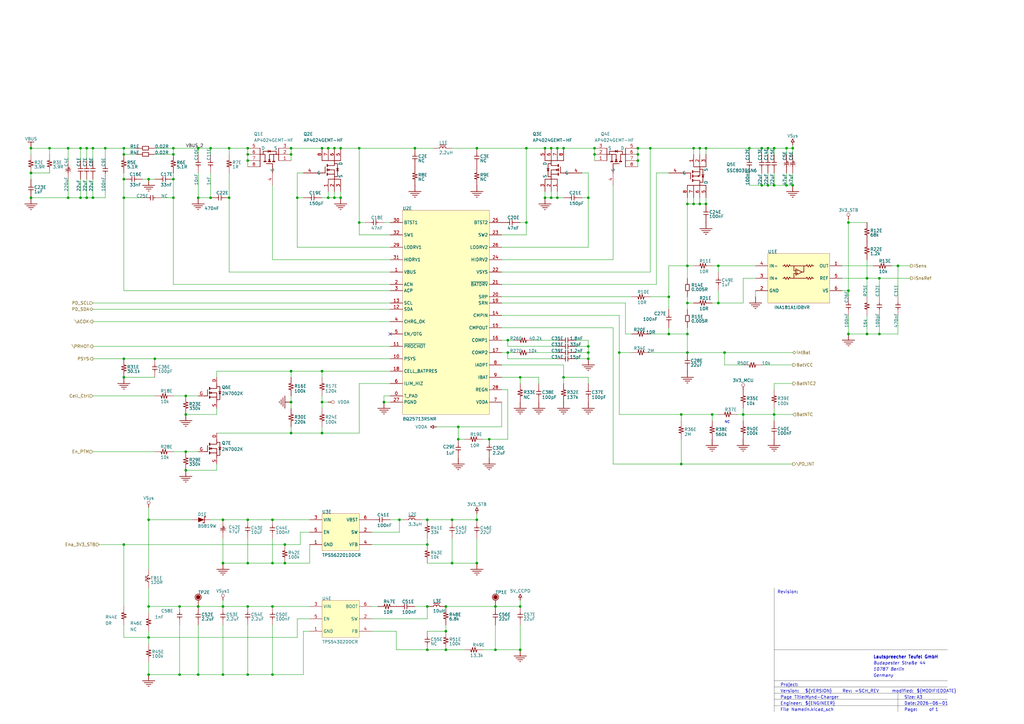
<source format=kicad_sch>
(kicad_sch (version 20231120) (generator "eeschema") (generator_version "8.0")
  (paper "A3")
  (title_block (title "Mynd-Charger") (rev "=SCH_REV"))
  (lib_symbols
    (symbol "Mynd_Main-altium-import:3V3_MCU_CIRCLE" (power)
      (property "Reference" "#PWR" (at 0 0 0))
      (property "Value" "3V3_MCU" (at 0 3.81 0))
      (symbol "3V3_MCU_CIRCLE_0_0"
        (pin power_in line (at 0 0 0) (length 0) hide (name "3V3_MCU") (number ""))
      )
    )
    (symbol "Mynd_Main-altium-import:3V3_STB_ARROW" (power)
      (property "Reference" "#PWR" (at 0 0 0))
      (property "Value" "3V3_STB" (at 0 3.81 0))
      (symbol "3V3_STB_ARROW_0_0"
        (pin power_in line (at 0 0 0) (length 0) hide (name "3V3_STB") (number ""))
      )
    )
    (symbol "Mynd_Main-altium-import:3V3_STB_CIRCLE" (power)
      (property "Reference" "#PWR" (at 0 0 0))
      (property "Value" "3V3_STB" (at 0 3.81 0))
      (symbol "3V3_STB_CIRCLE_0_0"
        (pin power_in line (at 0 0 0) (length 0) hide (name "3V3_STB") (number ""))
      )
    )
    (symbol "Mynd_Main-altium-import:5V_CCPD_ARROW" (power)
      (property "Reference" "#PWR" (at 0 0 0))
      (property "Value" "5V_CCPD" (at 0 3.81 0))
      (symbol "5V_CCPD_ARROW_0_0"
        (pin power_in line (at 0 0 0) (length 0) hide (name "5V_CCPD") (number ""))
      )
    )
    (symbol "Mynd_Main-altium-import:GND_POWER_GROUND" (power)
      (property "Reference" "#PWR" (at 0 0 0))
      (property "Value" "GND" (at 0 6.35 0))
      (symbol "GND_POWER_GROUND_0_0"
        (pin power_in line (at 0 0 0) (length 0) hide (name "GND") (number ""))
      )
    )
    (symbol "Mynd_Main-altium-import:U_Charger_BQ25713_0_BQ25713_1"
      (symbol "U_Charger_BQ25713_0_BQ25713_1_1_0"
        (pin passive line (at -5.08 -76.2 0) (length 5.08) (name "T_PAD") (number "0"))
        (pin passive line (at -5.08 -25.4 0) (length 5.08) (name "VBUS") (number "1"))
        (pin passive line (at -5.08 -60.96 0) (length 5.08) (name "PSYS") (number "10"))
        (pin passive line (at -5.08 -55.88 0) (length 5.08) (name "~{PROCHOT}") (number "11"))
        (pin passive line (at -5.08 -40.64 0) (length 5.08) (name "SDA") (number "12"))
        (pin passive line (at -5.08 -38.1 0) (length 5.08) (name "SCL") (number "13"))
        (pin passive line (at 40.64 -43.18 180) (length 5.08) (name "CMPIN") (number "14"))
        (pin passive line (at 40.64 -48.26 180) (length 5.08) (name "CMPOUT") (number "15"))
        (pin passive line (at 40.64 -53.34 180) (length 5.08) (name "COMP1") (number "16"))
        (pin passive line (at 40.64 -58.42 180) (length 5.08) (name "COMP2") (number "17"))
        (pin passive line (at -5.08 -66.04 0) (length 5.08) (name "CELL_BATPRES") (number "18"))
        (pin passive line (at 40.64 -38.1 180) (length 5.08) (name "SRN") (number "19"))
        (pin passive line (at -5.08 -30.48 0) (length 5.08) (name "ACN") (number "2"))
        (pin passive line (at 40.64 -35.56 180) (length 5.08) (name "SRP") (number "20"))
        (pin passive line (at 40.64 -30.48 180) (length 5.08) (name "~{BATDRV}") (number "21"))
        (pin passive line (at 40.64 -25.4 180) (length 5.08) (name "VSYS") (number "22"))
        (pin passive line (at 40.64 -10.16 180) (length 5.08) (name "SW2") (number "23"))
        (pin passive line (at 40.64 -20.32 180) (length 5.08) (name "HIDRV2") (number "24"))
        (pin passive line (at 40.64 -5.08 180) (length 5.08) (name "BTST2") (number "25"))
        (pin passive line (at 40.64 -15.24 180) (length 5.08) (name "LODRV2") (number "26"))
        (pin passive line (at -5.08 -78.74 0) (length 5.08) (name "PGND") (number "27"))
        (pin passive line (at 40.64 -73.66 180) (length 5.08) (name "REGN") (number "28"))
        (pin passive line (at -5.08 -15.24 0) (length 5.08) (name "LODRV1") (number "29"))
        (pin passive line (at -5.08 -33.02 0) (length 5.08) (name "ACP") (number "3"))
        (pin passive line (at -5.08 -5.08 0) (length 5.08) (name "BTST1") (number "30"))
        (pin passive line (at -5.08 -20.32 0) (length 5.08) (name "HIDRV1") (number "31"))
        (pin passive line (at -5.08 -10.16 0) (length 5.08) (name "SW1") (number "32"))
        (pin passive line (at -5.08 -45.72 0) (length 5.08) (name "CHRG_OK") (number "4"))
        (pin passive line (at -5.08 -50.8 0) (length 5.08) (name "EN/OTG") (number "5"))
        (pin passive line (at -5.08 -71.12 0) (length 5.08) (name "ILIM_HIZ") (number "6"))
        (pin passive line (at 40.64 -78.74 180) (length 5.08) (name "VDDA") (number "7"))
        (pin passive line (at 40.64 -63.5 180) (length 5.08) (name "IADPT") (number "8"))
        (pin passive line (at 40.64 -68.58 180) (length 5.08) (name "IBAT") (number "9"))
      )
    )
    (symbol "Mynd_Main-altium-import:U_Charger_BQ25713_0_CAP1"
      (symbol "U_Charger_BQ25713_0_CAP1_1_0"
        (pin passive line (at 0 0 0) (length 2.54) (name "1") (number "1"))
        (pin passive line (at 7.62 0 180) (length 2.54) (name "2") (number "2"))
      )
    )
    (symbol "Mynd_Main-altium-import:U_Charger_BQ25713_0_DIODE_SCHOTTKY1"
      (symbol "U_Charger_BQ25713_0_DIODE_SCHOTTKY1_1_0"
        (pin passive line (at 0 0 0) (length 2.54) (name "A") (number "A"))
        (pin passive line (at 7.62 0 180) (length 2.54) (name "K") (number "K"))
      )
    )
    (symbol "Mynd_Main-altium-import:U_Charger_BQ25713_0_INA181"
      (symbol "U_Charger_BQ25713_0_INA181_1_0"
        (pin passive line (at 30.48 -5.08 180) (length 5.08) (name "OUT") (number "1"))
        (pin passive line (at -5.08 -15.24 0) (length 5.08) (name "GND") (number "2"))
        (pin passive line (at -5.08 -10.16 0) (length 5.08) (name "IN+") (number "3"))
        (pin passive line (at -5.08 -5.08 0) (length 5.08) (name "IN-") (number "4"))
        (pin passive line (at 30.48 -10.16 180) (length 5.08) (name "REF") (number "5"))
        (pin passive line (at 30.48 -15.24 180) (length 5.08) (name "VS") (number "6"))
      )
    )
    (symbol "Mynd_Main-altium-import:U_Charger_BQ25713_0_INDUCTOR1"
      (symbol "U_Charger_BQ25713_0_INDUCTOR1_1_0"
        (pin passive line (at 0 0 0) (length 2.54) (name "1") (number "1"))
        (pin passive line (at 7.62 0 180) (length 2.54) (name "2") (number "2"))
      )
    )
    (symbol "Mynd_Main-altium-import:U_Charger_BQ25713_0_N-MOS1"
      (symbol "U_Charger_BQ25713_0_N-MOS1_1_0"
        (pin passive line (at 5.08 5.08 270) (length 2.54) (name "D") (number "D"))
        (pin passive line (at -2.54 -2.54 0) (length 2.54) (name "G") (number "G"))
        (pin passive line (at 5.08 -7.62 90) (length 2.54) (name "S") (number "S"))
      )
    )
    (symbol "Mynd_Main-altium-import:U_Charger_BQ25713_0_N-MOS2_8Pin"
      (symbol "U_Charger_BQ25713_0_N-MOS2_8Pin_1_0"
        (pin passive line (at 2.54 -12.7 90) (length 5.08) (name "S") (number "1"))
        (pin passive line (at 5.08 -12.7 90) (length 5.08) (name "S") (number "2"))
        (pin passive line (at 7.62 -12.7 90) (length 5.08) (name "S") (number "3"))
        (pin passive line (at -7.62 -5.08 0) (length 5.08) (name "G") (number "4"))
        (pin passive line (at 7.62 5.08 270) (length 5.08) (name "D") (number "5"))
        (pin passive line (at 5.08 5.08 270) (length 5.08) (name "D") (number "6"))
        (pin passive line (at 2.54 5.08 270) (length 5.08) (name "D") (number "7"))
        (pin passive line (at 0 5.08 270) (length 5.08) (name "D") (number "8"))
      )
    )
    (symbol "Mynd_Main-altium-import:U_Charger_BQ25713_0_RES1"
      (symbol "U_Charger_BQ25713_0_RES1_1_0"
        (pin passive line (at 0 0 0) (length 2.54) (name "1") (number "1"))
        (pin passive line (at 7.62 0 180) (length 2.54) (name "2") (number "2"))
      )
    )
    (symbol "Mynd_Main-altium-import:U_Charger_BQ25713_0_RES4"
      (symbol "U_Charger_BQ25713_0_RES4_1_0"
        (pin passive line (at 0 0 0) (length 2.54) (name "1") (number "1"))
        (pin passive line (at 7.62 0 180) (length 2.54) (name "2") (number "2"))
      )
    )
    (symbol "Mynd_Main-altium-import:U_Charger_BQ25713_0_TPS54302"
      (symbol "U_Charger_BQ25713_0_TPS54302_1_0"
        (pin passive line (at -5.08 -12.7 0) (length 5.08) (name "GND") (number "1"))
        (pin passive line (at 20.32 -7.62 180) (length 5.08) (name "SW") (number "2"))
        (pin passive line (at -5.08 -2.54 0) (length 5.08) (name "VIN") (number "3"))
        (pin passive line (at 20.32 -12.7 180) (length 5.08) (name "FB") (number "4"))
        (pin passive line (at -5.08 -7.62 0) (length 5.08) (name "EN") (number "5"))
        (pin passive line (at 20.32 -2.54 180) (length 5.08) (name "BOOT") (number "6"))
      )
    )
    (symbol "Mynd_Main-altium-import:U_Charger_BQ25713_0_TPS56220X"
      (symbol "U_Charger_BQ25713_0_TPS56220X_1_0"
        (pin passive line (at -5.08 -12.7 0) (length 5.08) (name "GND") (number "1"))
        (pin passive line (at 20.32 -7.62 180) (length 5.08) (name "SW") (number "2"))
        (pin passive line (at -5.08 -2.54 0) (length 5.08) (name "VIN") (number "3"))
        (pin passive line (at 20.32 -12.7 180) (length 5.08) (name "VFB") (number "4"))
        (pin passive line (at -5.08 -7.62 0) (length 5.08) (name "EN") (number "5"))
        (pin passive line (at 20.32 -2.54 180) (length 5.08) (name "VBST") (number "6"))
      )
    )
    (symbol "Mynd_Main-altium-import:U_Charger_BQ25713_0_mirrored_CAP1"
      (symbol "U_Charger_BQ25713_0_mirrored_CAP1_1_0"
        (pin passive line (at 0 0 180) (length 2.54) (name "1") (number "1"))
        (pin passive line (at -7.62 0 0) (length 2.54) (name "2") (number "2"))
      )
    )
    (symbol "Mynd_Main-altium-import:U_Charger_BQ25713_0_mirrored_N-MOS2_8Pin"
      (symbol "U_Charger_BQ25713_0_mirrored_N-MOS2_8Pin_1_0"
        (pin passive line (at -2.54 -12.7 90) (length 5.08) (name "S") (number "1"))
        (pin passive line (at -5.08 -12.7 90) (length 5.08) (name "S") (number "2"))
        (pin passive line (at -7.62 -12.7 90) (length 5.08) (name "S") (number "3"))
        (pin passive line (at 7.62 -5.08 180) (length 5.08) (name "G") (number "4"))
        (pin passive line (at -7.62 5.08 270) (length 5.08) (name "D") (number "5"))
        (pin passive line (at -5.08 5.08 270) (length 5.08) (name "D") (number "6"))
        (pin passive line (at -2.54 5.08 270) (length 5.08) (name "D") (number "7"))
        (pin passive line (at 0 5.08 270) (length 5.08) (name "D") (number "8"))
      )
    )
    (symbol "Mynd_Main-altium-import:U_Charger_BQ25713_0_mirrored_RES1"
      (symbol "U_Charger_BQ25713_0_mirrored_RES1_1_0"
        (pin passive line (at 0 0 180) (length 2.54) (name "1") (number "1"))
        (pin passive line (at -7.62 0 0) (length 2.54) (name "2") (number "2"))
      )
    )
    (symbol "Mynd_Main-altium-import:U_Charger_BQ25713_1_CAP1"
      (symbol "U_Charger_BQ25713_1_CAP1_1_0"
        (pin passive line (at 0 0 90) (length 2.54) (name "1") (number "1"))
        (pin passive line (at 0 7.62 270) (length 2.54) (name "2") (number "2"))
      )
    )
    (symbol "Mynd_Main-altium-import:U_Charger_BQ25713_1_N-MOS2_8Pin"
      (symbol "U_Charger_BQ25713_1_N-MOS2_8Pin_1_0"
        (pin passive line (at 12.7 2.54 180) (length 5.08) (name "S") (number "1"))
        (pin passive line (at 12.7 5.08 180) (length 5.08) (name "S") (number "2"))
        (pin passive line (at 12.7 7.62 180) (length 5.08) (name "S") (number "3"))
        (pin passive line (at 5.08 -7.62 90) (length 5.08) (name "G") (number "4"))
        (pin passive line (at -5.08 7.62 0) (length 5.08) (name "D") (number "5"))
        (pin passive line (at -5.08 5.08 0) (length 5.08) (name "D") (number "6"))
        (pin passive line (at -5.08 2.54 0) (length 5.08) (name "D") (number "7"))
        (pin passive line (at -5.08 0 0) (length 5.08) (name "D") (number "8"))
      )
    )
    (symbol "Mynd_Main-altium-import:U_Charger_BQ25713_1_RES1"
      (symbol "U_Charger_BQ25713_1_RES1_1_0"
        (pin passive line (at 0 0 90) (length 2.54) (name "1") (number "1"))
        (pin passive line (at 0 7.62 270) (length 2.54) (name "2") (number "2"))
      )
    )
    (symbol "Mynd_Main-altium-import:U_Charger_BQ25713_1_RES4"
      (symbol "U_Charger_BQ25713_1_RES4_1_0"
        (pin passive line (at 0 0 90) (length 2.54) (name "1") (number "1"))
        (pin passive line (at 0 7.62 270) (length 2.54) (name "2") (number "2"))
      )
    )
    (symbol "Mynd_Main-altium-import:U_Charger_BQ25713_1_TP"
      (symbol "U_Charger_BQ25713_1_TP_1_0"
        (pin passive line (at 0 0 90) (length 2.54) (name "1") (number "1"))
      )
    )
    (symbol "Mynd_Main-altium-import:U_Charger_BQ25713_1_mirrored_N-MOS2_8Pin"
      (symbol "U_Charger_BQ25713_1_mirrored_N-MOS2_8Pin_1_0"
        (pin passive line (at -12.7 2.54 0) (length 5.08) (name "S") (number "1"))
        (pin passive line (at -12.7 5.08 0) (length 5.08) (name "S") (number "2"))
        (pin passive line (at -12.7 7.62 0) (length 5.08) (name "S") (number "3"))
        (pin passive line (at -5.08 -7.62 90) (length 5.08) (name "G") (number "4"))
        (pin passive line (at 5.08 7.62 180) (length 5.08) (name "D") (number "5"))
        (pin passive line (at 5.08 5.08 180) (length 5.08) (name "D") (number "6"))
        (pin passive line (at 5.08 2.54 180) (length 5.08) (name "D") (number "7"))
        (pin passive line (at 5.08 0 180) (length 5.08) (name "D") (number "8"))
      )
    )
    (symbol "Mynd_Main-altium-import:U_Charger_BQ25713_1_mirrored_RES1"
      (symbol "U_Charger_BQ25713_1_mirrored_RES1_1_0"
        (pin passive line (at 0 0 90) (length 2.54) (name "1") (number "1"))
        (pin passive line (at 0 7.62 270) (length 2.54) (name "2") (number "2"))
      )
    )
    (symbol "Mynd_Main-altium-import:U_Charger_BQ25713_2_CAP1"
      (symbol "U_Charger_BQ25713_2_CAP1_1_0"
        (pin passive line (at 0 0 180) (length 2.54) (name "1") (number "1"))
        (pin passive line (at -7.62 0 0) (length 2.54) (name "2") (number "2"))
      )
    )
    (symbol "Mynd_Main-altium-import:U_Charger_BQ25713_2_RES1"
      (symbol "U_Charger_BQ25713_2_RES1_1_0"
        (pin passive line (at 0 0 180) (length 2.54) (name "1") (number "1"))
        (pin passive line (at -7.62 0 0) (length 2.54) (name "2") (number "2"))
      )
    )
    (symbol "Mynd_Main-altium-import:U_Charger_BQ25713_2_mirrored_P-MOS2_8Pin"
      (symbol "U_Charger_BQ25713_2_mirrored_P-MOS2_8Pin_1_0"
        (pin passive line (at 2.54 15.24 270) (length 5.08) (name "S") (number "1"))
        (pin passive line (at 5.08 15.24 270) (length 5.08) (name "S") (number "2"))
        (pin passive line (at 7.62 15.24 270) (length 5.08) (name "S") (number "3"))
        (pin passive line (at -7.62 7.62 0) (length 5.08) (name "G") (number "4"))
        (pin passive line (at 7.62 -2.54 90) (length 5.08) (name "D") (number "5"))
        (pin passive line (at 5.08 -2.54 90) (length 5.08) (name "D") (number "6"))
        (pin passive line (at 2.54 -2.54 90) (length 5.08) (name "D") (number "7"))
        (pin passive line (at 0 -2.54 90) (length 5.08) (name "D") (number "8"))
      )
    )
    (symbol "Mynd_Main-altium-import:U_Charger_BQ25713_2_mirrored_RES1"
      (symbol "U_Charger_BQ25713_2_mirrored_RES1_1_0"
        (pin passive line (at 0 0 0) (length 2.54) (name "1") (number "1"))
        (pin passive line (at 7.62 0 180) (length 2.54) (name "2") (number "2"))
      )
    )
    (symbol "Mynd_Main-altium-import:U_Charger_BQ25713_3_CAP1"
      (symbol "U_Charger_BQ25713_3_CAP1_1_0"
        (pin passive line (at 0 0 270) (length 2.54) (name "1") (number "1"))
        (pin passive line (at 0 -7.62 90) (length 2.54) (name "2") (number "2"))
      )
    )
    (symbol "Mynd_Main-altium-import:U_Charger_BQ25713_3_ECAP2"
      (symbol "U_Charger_BQ25713_3_ECAP2_1_0"
        (text "+" (at -0.254 -2.286 900) (effects (font (size 1.016 1.016)) (justify right top)))
        (pin passive line (at 0 0 270) (length 2.54) (name "1") (number "1"))
        (pin passive line (at 0 -7.62 90) (length 2.54) (name "2") (number "2"))
      )
    )
    (symbol "Mynd_Main-altium-import:U_Charger_BQ25713_3_RES1"
      (symbol "U_Charger_BQ25713_3_RES1_1_0"
        (pin passive line (at 0 0 270) (length 2.54) (name "1") (number "1"))
        (pin passive line (at 0 -7.62 90) (length 2.54) (name "2") (number "2"))
      )
    )
    (symbol "Mynd_Main-altium-import:U_Charger_BQ25713_3_mirrored_Bead1"
      (symbol "U_Charger_BQ25713_3_mirrored_Bead1_1_0"
        (pin passive line (at 0 0 270) (length 2.54) (name "1") (number "1"))
        (pin passive line (at 0 -7.62 90) (length 2.54) (name "2") (number "2"))
      )
    )
    (symbol "Mynd_Main-altium-import:U_Charger_BQ25713_3_mirrored_RES1"
      (symbol "U_Charger_BQ25713_3_mirrored_RES1_1_0"
        (pin passive line (at 0 0 270) (length 2.54) (name "1") (number "1"))
        (pin passive line (at 0 -7.62 90) (length 2.54) (name "2") (number "2"))
      )
    )
    (symbol "Mynd_Main-altium-import:VBUS_BAR" (power)
      (property "Reference" "#PWR" (at 0 0 0))
      (property "Value" "VBUS" (at 0 3.81 0))
      (symbol "VBUS_BAR_0_0"
        (pin power_in line (at 0 0 0) (length 0) hide (name "VBUS") (number ""))
      )
    )
    (symbol "Mynd_Main-altium-import:VDDA_ARROW" (power)
      (property "Reference" "#PWR" (at 0 0 0))
      (property "Value" "VDDA" (at 0 3.81 0))
      (symbol "VDDA_ARROW_0_0"
        (pin power_in line (at 0 0 0) (length 0) hide (name "VDDA") (number ""))
      )
    )
    (symbol "Mynd_Main-altium-import:VDDA_CIRCLE" (power)
      (property "Reference" "#PWR" (at 0 0 0))
      (property "Value" "VDDA" (at 0 3.81 0))
      (symbol "VDDA_CIRCLE_0_0"
        (pin power_in line (at 0 0 0) (length 0) hide (name "VDDA") (number ""))
      )
    )
    (symbol "Mynd_Main-altium-import:VSys1_CIRCLE" (power)
      (property "Reference" "#PWR" (at 0 0 0))
      (property "Value" "VSys1" (at 0 3.81 0))
      (symbol "VSys1_CIRCLE_0_0"
        (pin power_in line (at 0 0 0) (length 0) hide (name "VSys1") (number ""))
      )
    )
    (symbol "Mynd_Main-altium-import:VSys_ARROW" (power)
      (property "Reference" "#PWR" (at 0 0 0))
      (property "Value" "VSys" (at 0 3.81 0))
      (symbol "VSys_ARROW_0_0"
        (pin power_in line (at 0 0 0) (length 0) hide (name "VSys") (number ""))
      )
    )
    (symbol "Mynd_Main-altium-import:VSys_CIRCLE" (power)
      (property "Reference" "#PWR" (at 0 0 0))
      (property "Value" "VSys" (at 0 3.81 0))
      (symbol "VSys_CIRCLE_0_0"
        (pin power_in line (at 0 0 0) (length 0) hide (name "VSys") (number ""))
      )
    )
  )
  (junction (at 76.2 162.3822))
  (junction (at 81.28 248.7422))
  (junction (at 119.38 177.6222))
  (junction (at 76.2 185.2422))
  (junction (at 73.66 276.6822))
  (junction (at 279.4 170.0022))
  (junction (at 294.64 109.0422))
  (junction (at 86.36 81.1022))
  (junction (at 281.94 109.0422))
  (junction (at 91.44 213.1822))
  (junction (at 360.68 136.9822))
  (junction (at 289.56 83.6422))
  (junction (at 368.3 109.0422))
  (junction (at 38.1 81.1022))
  (junction (at 325.12 76.0222))
  (junction (at 60.96 213.1822))
  (junction (at 294.64 124.2822))
  (junction (at 50.8 223.3422))
  (junction (at 266.7 60.7822))
  (junction (at 187.96 180.1622))
  (junction (at 76.2 170.0022))
  (junction (at 101.6 60.7822))
  (junction (at 347.98 136.9822))
  (junction (at 281.94 124.2822))
  (junction (at 119.38 60.7822))
  (junction (at 71.12 63.3222))
  (junction (at 208.28 144.6022))
  (junction (at 175.26 266.5222))
  (junction (at 175.26 213.1822))
  (junction (at 86.36 60.7822))
  (junction (at 312.42 60.7822))
  (junction (at 119.38 63.3222))
  (junction (at 101.6 63.3222))
  (junction (at 91.44 248.7422))
  (junction (at 81.28 60.7822))
  (junction (at 60.96 276.6822))
  (junction (at 287.02 83.6422))
  (junction (at 182.88 248.7422))
  (junction (at 33.02 60.7822))
  (junction (at 50.8 60.7822))
  (junction (at 231.14 154.7622))
  (junction (at 292.1 170.0022))
  (junction (at 215.9 91.2622))
  (junction (at 243.84 60.7822))
  (junction (at 111.76 213.1822))
  (junction (at 187.96 175.0822))
  (junction (at 223.52 81.1022))
  (junction (at 182.88 266.5222))
  (junction (at 284.48 83.6422))
  (junction (at 317.5 60.7822))
  (junction (at 175.26 223.3422))
  (junction (at 355.6 114.1222))
  (junction (at 101.6 276.6822))
  (junction (at 50.8 147.1422))
  (junction (at 147.32 91.2622))
  (junction (at 137.16 81.1022))
  (junction (at 163.83 213.1822))
  (junction (at 241.3 142.0622))
  (junction (at 101.6 248.7422))
  (junction (at 137.16 60.7822))
  (junction (at 63.5 147.1422))
  (junction (at 91.44 276.6822))
  (junction (at 279.4 190.3222))
  (junction (at 226.06 81.1022))
  (junction (at 284.48 60.7822))
  (junction (at 261.62 60.7822))
  (junction (at 281.94 144.6022))
  (junction (at 314.96 60.7822))
  (junction (at 170.18 60.7822))
  (junction (at 347.98 119.2022))
  (junction (at 132.08 60.7822))
  (junction (at 60.96 261.4422))
  (junction (at 182.88 258.9022))
  (junction (at 213.36 248.7422))
  (junction (at 116.84 223.3422))
  (junction (at 274.32 136.9822))
  (junction (at 203.2 266.5222))
  (junction (at 119.38 164.9222))
  (junction (at 60.96 73.4822))
  (junction (at 38.1 60.7822))
  (junction (at 322.58 60.7822))
  (junction (at 111.76 230.9622))
  (junction (at 261.62 63.3222))
  (junction (at 317.5 170.0022))
  (junction (at 314.96 76.0222))
  (junction (at 223.52 60.7822))
  (junction (at 185.42 230.9622))
  (junction (at 132.08 177.6222))
  (junction (at 111.76 276.6822))
  (junction (at 27.94 60.7822))
  (junction (at 76.2 192.8622))
  (junction (at 289.56 60.7822))
  (junction (at 228.6 81.1022))
  (junction (at 360.68 114.1222))
  (junction (at 50.8 63.3222))
  (junction (at 241.3 147.1422))
  (junction (at 27.94 81.1022))
  (junction (at 101.6 65.8622))
  (junction (at 355.6 136.9822))
  (junction (at 241.3 144.6022))
  (junction (at 119.38 152.2222))
  (junction (at 215.9 60.7822))
  (junction (at 195.58 230.9622))
  (junction (at 116.84 230.9622))
  (junction (at 347.98 91.2622))
  (junction (at 139.7 81.1022))
  (junction (at 287.02 60.7822))
  (junction (at 307.34 60.7822))
  (junction (at 208.28 139.5222))
  (junction (at 312.42 76.0222))
  (junction (at 147.32 60.7822))
  (junction (at 231.14 60.7822))
  (junction (at 261.62 65.8622))
  (junction (at 281.94 136.9822))
  (junction (at 93.98 60.7822))
  (junction (at 35.56 60.7822))
  (junction (at 12.7 81.1022))
  (junction (at 317.5 76.0222))
  (junction (at 213.36 154.7622))
  (junction (at 101.6 230.9622))
  (junction (at 50.8 81.1022))
  (junction (at 304.8 170.0022))
  (junction (at 241.3 81.1022))
  (junction (at 20.32 60.7822))
  (junction (at 132.08 164.9222))
  (junction (at 185.42 213.1822))
  (junction (at 213.36 266.5222))
  (junction (at 50.8 154.7622))
  (junction (at 60.96 248.7422))
  (junction (at 81.28 276.6822))
  (junction (at 101.6 213.1822))
  (junction (at 121.92 81.1022))
  (junction (at 203.2 248.7422))
  (junction (at 73.66 248.7422))
  (junction (at 93.98 81.1022))
  (junction (at 243.84 63.3222))
  (junction (at 134.62 60.7822))
  (junction (at 274.32 121.7422))
  (junction (at 254 144.6022))
  (junction (at 91.44 230.9622))
  (junction (at 322.58 76.0222))
  (junction (at 33.02 81.1022))
  (junction (at 71.12 60.7822))
  (junction (at 50.8 73.4822))
  (junction (at 12.7 70.9422))
  (junction (at 281.94 83.6422))
  (junction (at 81.28 81.1022))
  (junction (at 195.58 60.7822))
  (junction (at 43.18 60.7822))
  (junction (at 157.48 164.9222))
  (junction (at 139.7 60.7822))
  (junction (at 71.12 73.4822))
  (junction (at 111.76 248.7422))
  (junction (at 71.12 81.1022))
  (junction (at 134.62 81.1022))
  (junction (at 132.08 152.2222))
  (junction (at 12.7 60.7822))
  (junction (at 195.58 213.1822))
  (junction (at 35.56 81.1022))
  (junction (at 325.12 60.7822))
  (junction (at 297.18 144.6022))
  (junction (at 228.6 60.7822))
  (junction (at 175.26 248.7422))
  (junction (at 226.06 60.7822))
  (junction (at 200.66 180.1622))
  (no_connect (at 160.02 136.9822))
  (wire (pts (xy 170.18 60.7822) (xy 177.8 60.7822)))
  (wire (pts (xy 81.28 162.3822) (xy 76.2 162.3822)))
  (wire (pts (xy 38.1 131.9022) (xy 160.02 131.9022)))
  (wire (pts (xy 93.98 60.7822) (xy 101.6 60.7822)))
  (wire (pts (xy 314.96 63.3222) (xy 314.96 60.7822)))
  (wire (pts (xy 228.6 60.7822) (xy 231.14 60.7822)))
  (wire (pts (xy 152.4 218.2622) (xy 163.83 218.2622)))
  (wire (pts (xy 312.42 60.7822) (xy 314.96 60.7822)))
  (wire (pts (xy 241.3 147.1422) (xy 236.22 147.1422)))
  (wire (pts (xy 317.5 170.0022) (xy 317.5 172.5422)))
  (wire (pts (xy 160.02 119.2022) (xy 50.8 119.2022)))
  (wire (pts (xy 127 253.8222) (xy 121.92 253.8222)))
  (wire (pts (xy 157.48 91.2622) (xy 160.02 91.2622)))
  (wire (pts (xy 368.3 121.7422) (xy 368.3 109.0422)))
  (wire (pts (xy 304.8 124.2822) (xy 304.8 114.1222)))
  (wire (pts (xy 317.5 157.3022) (xy 325.12 157.3022)))
  (wire (pts (xy 360.68 121.7422) (xy 360.68 114.1222)))
  (wire (pts (xy 203.2 256.3622) (xy 203.2 266.5222)))
  (wire (pts (xy 185.42 220.8022) (xy 185.42 230.9622)))
  (wire (pts (xy 132.08 152.2222) (xy 160.02 152.2222)))
  (wire (pts (xy 226.06 78.5622) (xy 226.06 81.1022)))
  (wire (pts (xy 281.94 124.2822) (xy 284.48 124.2822)))
  (wire (pts (xy 317.5 70.9422) (xy 317.5 76.0222)))
  (wire (pts (xy 274.32 121.7422) (xy 274.32 109.0422)))
  (wire (pts (xy 281.94 124.2822) (xy 281.94 121.7422)))
  (wire (pts (xy 231.14 157.3022) (xy 231.14 154.7622)))
  (wire (pts (xy 60.96 251.2822) (xy 60.96 248.7422)))
  (wire (pts (xy 50.8 81.1022) (xy 50.8 73.4822)))
  (wire (pts (xy 345.44 119.2022) (xy 347.98 119.2022)))
  (wire (pts (xy 86.36 63.3222) (xy 86.36 60.7822)))
  (wire (pts (xy 215.9 60.7822) (xy 223.52 60.7822)))
  (wire (pts (xy 223.52 60.7822) (xy 226.06 60.7822)))
  (wire (pts (xy 251.46 190.3222) (xy 279.4 190.3222)))
  (wire (pts (xy 198.12 180.1622) (xy 200.66 180.1622)))
  (wire (pts (xy 261.62 65.8622) (xy 261.62 68.4022)))
  (wire (pts (xy 205.74 134.4422) (xy 251.46 134.4422)))
  (wire (pts (xy 137.16 60.7822) (xy 139.7 60.7822)))
  (wire (pts (xy 132.08 164.9222) (xy 132.08 162.3822)))
  (wire (pts (xy 121.92 81.1022) (xy 121.92 101.4222)))
  (wire (pts (xy 292.1 109.0422) (xy 294.64 109.0422)))
  (wire (pts (xy 261.62 60.7822) (xy 266.7 60.7822)))
  (wire (pts (xy 254 144.6022) (xy 259.08 144.6022)))
  (wire (pts (xy 314.96 60.7822) (xy 317.5 60.7822)))
  (wire (pts (xy 127 230.9622) (xy 116.84 230.9622)))
  (wire (pts (xy 124.46 258.9022) (xy 124.46 276.6822)))
  (wire (pts (xy 50.8 60.7822) (xy 43.18 60.7822)))
  (wire (pts (xy 228.6 139.5222) (xy 218.44 139.5222)))
  (wire (pts (xy 210.82 139.5222) (xy 208.28 139.5222)))
  (wire (pts (xy 81.28 63.3222) (xy 81.28 60.7822)))
  (wire (pts (xy 175.26 248.7422) (xy 170.18 248.7422)))
  (wire (pts (xy 304.8 170.0022) (xy 317.5 170.0022)))
  (wire (pts (xy 220.98 154.7622) (xy 213.36 154.7622)))
  (wire (pts (xy 121.92 261.4422) (xy 60.96 261.4422)))
  (wire (pts (xy 185.42 230.9622) (xy 175.26 230.9622)))
  (wire (pts (xy 254 144.6022) (xy 254 170.0022)))
  (wire (pts (xy 241.3 142.0622) (xy 241.3 144.6022)))
  (wire (pts (xy 86.36 213.1822) (xy 91.44 213.1822)))
  (wire (pts (xy 292.1 170.0022) (xy 294.64 170.0022)))
  (wire (pts (xy 241.3 81.1022) (xy 238.76 81.1022)))
  (wire (pts (xy 132.08 164.9222) (xy 132.08 167.4622)))
  (wire (pts (xy 322.58 70.9422) (xy 322.58 76.0222)))
  (wire (pts (xy 60.96 213.1822) (xy 60.96 208.1022)))
  (wire (pts (xy 205.74 129.3622) (xy 254 129.3622)))
  (polyline (pts (xy 317.5 266.5222) (xy 388.62 266.5222)) (stroke (width 0.0254) (type solid) (color 0 0 0 1)))
  (wire (pts (xy 281.94 109.0422) (xy 281.94 114.1222)))
  (wire (pts (xy 63.5 60.7822) (xy 71.12 60.7822)))
  (wire (pts (xy 63.5 147.1422) (xy 50.8 147.1422)))
  (wire (pts (xy 241.3 139.5222) (xy 241.3 142.0622)))
  (wire (pts (xy 187.96 175.0822) (xy 179.07 175.0822)))
  (wire (pts (xy 175.26 258.9022) (xy 182.88 258.9022)))
  (wire (pts (xy 314.96 76.0222) (xy 317.5 76.0222)))
  (wire (pts (xy 274.32 136.9822) (xy 266.7 136.9822)))
  (wire (pts (xy 38.1 65.8622) (xy 38.1 60.7822)))
  (wire (pts (xy 223.52 81.1022) (xy 223.52 78.5622)))
  (wire (pts (xy 91.44 276.6822) (xy 81.28 276.6822)))
  (wire (pts (xy 20.32 60.7822) (xy 12.7 60.7822)))
  (wire (pts (xy 91.44 248.7422) (xy 81.28 248.7422)))
  (wire (pts (xy 154.94 248.7422) (xy 152.4 248.7422)))
  (wire (pts (xy 12.7 63.3222) (xy 12.7 60.7822)))
  (wire (pts (xy 20.32 70.9422) (xy 12.7 70.9422)))
  (wire (pts (xy 88.9 167.4622) (xy 88.9 170.0022)))
  (wire (pts (xy 208.28 159.8422) (xy 205.74 159.8422)))
  (wire (pts (xy 274.32 109.0422) (xy 281.94 109.0422)))
  (wire (pts (xy 147.32 177.6222) (xy 147.32 157.3022)))
  (wire (pts (xy 241.3 144.6022) (xy 241.3 147.1422)))
  (wire (pts (xy 231.14 149.6822) (xy 205.74 149.6822)))
  (wire (pts (xy 101.6 213.1822) (xy 111.76 213.1822)))
  (wire (pts (xy 76.2 185.2422) (xy 81.28 185.2422)))
  (wire (pts (xy 304.8 114.1222) (xy 309.88 114.1222)))
  (wire (pts (xy 182.88 248.7422) (xy 203.2 248.7422)))
  (wire (pts (xy 182.88 266.5222) (xy 175.26 266.5222)))
  (wire (pts (xy 241.3 70.9422) (xy 241.3 81.1022)))
  (wire (pts (xy 279.4 172.5422) (xy 279.4 170.0022)))
  (wire (pts (xy 208.28 142.0622) (xy 208.28 139.5222)))
  (wire (pts (xy 322.58 63.3222) (xy 322.58 60.7822)))
  (wire (pts (xy 205.74 164.9222) (xy 205.74 175.0822)))
  (wire (pts (xy 190.5 180.1622) (xy 187.96 180.1622)))
  (wire (pts (xy 73.66 248.7422) (xy 81.28 248.7422)))
  (wire (pts (xy 284.48 60.7822) (xy 287.02 60.7822)))
  (wire (pts (xy 251.46 106.5022) (xy 205.74 106.5022)))
  (wire (pts (xy 76.2 162.3822) (xy 71.12 162.3822)))
  (wire (pts (xy 355.6 136.9822) (xy 347.98 136.9822)))
  (wire (pts (xy 294.64 124.2822) (xy 294.64 119.2022)))
  (wire (pts (xy 111.76 213.1822) (xy 127 213.1822)))
  (wire (pts (xy 132.08 177.6222) (xy 147.32 177.6222)))
  (wire (pts (xy 228.6 142.0622) (xy 208.28 142.0622)))
  (wire (pts (xy 347.98 89.9922) (xy 347.98 91.2622)))
  (wire (pts (xy 365.76 109.0422) (xy 368.3 109.0422)))
  (wire (pts (xy 213.36 256.3622) (xy 213.36 266.5222)))
  (wire (pts (xy 281.94 126.8222) (xy 281.94 124.2822)))
  (wire (pts (xy 50.8 261.4422) (xy 50.8 256.3622)))
  (wire (pts (xy 317.5 76.0222) (xy 322.58 76.0222)))
  (wire (pts (xy 368.3 136.9822) (xy 360.68 136.9822)))
  (wire (pts (xy 81.28 81.1022) (xy 86.36 81.1022)))
  (wire (pts (xy 281.94 136.9822) (xy 281.94 134.4422)))
  (wire (pts (xy 215.9 60.7822) (xy 195.58 60.7822)))
  (wire (pts (xy 71.12 73.4822) (xy 71.12 81.1022)))
  (wire (pts (xy 147.32 60.7822) (xy 170.18 60.7822)))
  (wire (pts (xy 63.5 63.3222) (xy 71.12 63.3222)))
  (wire (pts (xy 124.46 276.6822) (xy 111.76 276.6822)))
  (wire (pts (xy 93.98 111.5822) (xy 160.02 111.5822)))
  (wire (pts (xy 71.12 81.1022) (xy 71.12 116.6622)))
  (wire (pts (xy 76.2 192.8622) (xy 88.9 192.8622)))
  (wire (pts (xy 163.83 213.1822) (xy 160.02 213.1822)))
  (wire (pts (xy 187.96 180.1622) (xy 187.96 175.0822)))
  (wire (pts (xy 312.42 70.9422) (xy 312.42 76.0222)))
  (wire (pts (xy 261.62 63.3222) (xy 261.62 65.8622)))
  (wire (pts (xy 238.76 70.9422) (xy 241.3 70.9422)))
  (wire (pts (xy 101.6 256.3622) (xy 101.6 276.6822)))
  (wire (pts (xy 274.32 134.4422) (xy 274.32 136.9822)))
  (wire (pts (xy 20.32 63.3222) (xy 20.32 60.7822)))
  (wire (pts (xy 73.66 276.6822) (xy 60.96 276.6822)))
  (wire (pts (xy 71.12 70.9422) (xy 71.12 73.4822)))
  (wire (pts (xy 355.6 129.3622) (xy 355.6 136.9822)))
  (wire (pts (xy 208.28 144.6022) (xy 205.74 144.6022)))
  (wire (pts (xy 163.83 218.2622) (xy 163.83 213.1822)))
  (wire (pts (xy 241.3 157.3022) (xy 241.3 154.7622)))
  (wire (pts (xy 226.06 81.1022) (xy 223.52 81.1022)))
  (wire (pts (xy 289.56 63.3222) (xy 289.56 60.7822)))
  (wire (pts (xy 256.54 136.9822) (xy 256.54 124.2822)))
  (wire (pts (xy 88.9 152.2222) (xy 119.38 152.2222)))
  (wire (pts (xy 200.66 180.1622) (xy 208.28 180.1622)))
  (wire (pts (xy 165.1 213.1822) (xy 163.83 213.1822)))
  (wire (pts (xy 287.02 63.3222) (xy 287.02 60.7822)))
  (wire (pts (xy 220.98 157.3022) (xy 220.98 154.7622)))
  (wire (pts (xy 111.76 230.9622) (xy 101.6 230.9622)))
  (wire (pts (xy 243.84 63.3222) (xy 243.84 60.7822)))
  (wire (pts (xy 314.96 70.9422) (xy 314.96 76.0222)))
  (wire (pts (xy 205.74 96.3422) (xy 215.9 96.3422)))
  (wire (pts (xy 347.98 119.2022) (xy 347.98 121.7422)))
  (wire (pts (xy 312.42 149.6822) (xy 325.12 149.6822)))
  (wire (pts (xy 127 248.7422) (xy 111.76 248.7422)))
  (wire (pts (xy 195.58 210.6422) (xy 195.58 213.1822)))
  (wire (pts (xy 266.7 144.6022) (xy 281.94 144.6022)))
  (wire (pts (xy 254 129.3622) (xy 254 144.6022)))
  (wire (pts (xy 88.9 177.6222) (xy 119.38 177.6222)))
  (wire (pts (xy 40.64 223.3422) (xy 50.8 223.3422)))
  (wire (pts (xy 195.58 230.9622) (xy 185.42 230.9622)))
  (wire (pts (xy 213.36 157.3022) (xy 213.36 154.7622)))
  (wire (pts (xy 243.84 65.8622) (xy 243.84 63.3222)))
  (wire (pts (xy 81.28 70.9422) (xy 81.28 81.1022)))
  (wire (pts (xy 101.6 220.8022) (xy 101.6 230.9622)))
  (wire (pts (xy 91.44 220.8022) (xy 91.44 230.9622)))
  (wire (pts (xy 81.28 256.3622) (xy 81.28 276.6822)))
  (wire (pts (xy 269.24 116.6622) (xy 205.74 116.6622)))
  (wire (pts (xy 157.48 162.3822) (xy 157.48 164.9222)))
  (wire (pts (xy 368.3 109.0422) (xy 373.38 109.0422)))
  (wire (pts (xy 121.92 253.8222) (xy 121.92 261.4422)))
  (wire (pts (xy 71.12 185.2422) (xy 76.2 185.2422)))
  (wire (pts (xy 185.42 213.1822) (xy 195.58 213.1822)))
  (wire (pts (xy 119.38 152.2222) (xy 132.08 152.2222)))
  (wire (pts (xy 317.5 60.7822) (xy 322.58 60.7822)))
  (polyline (pts (xy 317.5 289.3822) (xy 388.62 289.3822)) (stroke (width 0.0254) (type solid) (color 0 0 0 1)))
  (wire (pts (xy 35.56 81.1022) (xy 33.02 81.1022)))
  (wire (pts (xy 307.34 70.9422) (xy 307.34 76.0222)))
  (wire (pts (xy 137.16 81.1022) (xy 134.62 81.1022)))
  (wire (pts (xy 287.02 83.6422) (xy 289.56 83.6422)))
  (wire (pts (xy 50.8 73.4822) (xy 50.8 70.9422)))
  (wire (pts (xy 292.1 124.2822) (xy 294.64 124.2822)))
  (wire (pts (xy 38.1 185.2422) (xy 63.5 185.2422)))
  (wire (pts (xy 121.92 101.4222) (xy 160.02 101.4222)))
  (wire (pts (xy 228.6 147.1422) (xy 208.28 147.1422)))
  (wire (pts (xy 132.08 154.7622) (xy 132.08 152.2222)))
  (wire (pts (xy 101.6 248.7422) (xy 91.44 248.7422)))
  (polyline (pts (xy 317.5 286.8422) (xy 388.62 286.8422)) (stroke (width 0.0254) (type solid) (color 0 0 0 1)))
  (wire (pts (xy 205.74 111.5822) (xy 266.7 111.5822)))
  (wire (pts (xy 279.4 190.3222) (xy 325.12 190.3222)))
  (wire (pts (xy 175.26 253.8222) (xy 175.26 248.7422)))
  (wire (pts (xy 50.8 223.3422) (xy 116.84 223.3422)))
  (wire (pts (xy 58.42 81.1022) (xy 50.8 81.1022)))
  (wire (pts (xy 182.88 256.3622) (xy 182.88 258.9022)))
  (wire (pts (xy 287.02 83.6422) (xy 287.02 81.1022)))
  (wire (pts (xy 284.48 109.0422) (xy 281.94 109.0422)))
  (wire (pts (xy 137.16 78.5622) (xy 137.16 81.1022)))
  (wire (pts (xy 355.6 114.1222) (xy 355.6 121.7422)))
  (wire (pts (xy 60.96 276.6822) (xy 60.96 271.6022)))
  (wire (pts (xy 317.5 170.0022) (xy 325.12 170.0022)))
  (wire (pts (xy 134.62 60.7822) (xy 137.16 60.7822)))
  (wire (pts (xy 132.08 175.0822) (xy 132.08 177.6222)))
  (wire (pts (xy 157.48 164.9222) (xy 160.02 164.9222)))
  (wire (pts (xy 149.86 91.2622) (xy 147.32 91.2622)))
  (wire (pts (xy 281.94 83.6422) (xy 281.94 81.1022)))
  (wire (pts (xy 43.18 73.4822) (xy 43.18 81.1022)))
  (wire (pts (xy 111.76 248.7422) (xy 101.6 248.7422)))
  (wire (pts (xy 259.08 136.9822) (xy 256.54 136.9822)))
  (wire (pts (xy 60.96 241.1222) (xy 60.96 248.7422)))
  (wire (pts (xy 358.14 109.0422) (xy 345.44 109.0422)))
  (wire (pts (xy 60.96 258.9022) (xy 60.96 261.4422)))
  (wire (pts (xy 119.38 60.7822) (xy 132.08 60.7822)))
  (wire (pts (xy 60.96 213.1822) (xy 60.96 233.5022)))
  (wire (pts (xy 139.7 78.5622) (xy 139.7 81.1022)))
  (wire (pts (xy 88.9 170.0022) (xy 76.2 170.0022)))
  (wire (pts (xy 304.8 170.0022) (xy 304.8 167.4622)))
  (wire (pts (xy 312.42 76.0222) (xy 314.96 76.0222)))
  (wire (pts (xy 289.56 83.6422) (xy 289.56 81.1022)))
  (wire (pts (xy 266.7 60.7822) (xy 284.48 60.7822)))
  (wire (pts (xy 73.66 256.3622) (xy 73.66 276.6822)))
  (wire (pts (xy 281.94 83.6422) (xy 284.48 83.6422)))
  (wire (pts (xy 123.19 223.3422) (xy 123.19 218.2622)))
  (wire (pts (xy 289.56 60.7822) (xy 307.34 60.7822)))
  (wire (pts (xy 63.5 154.7622) (xy 50.8 154.7622)))
  (wire (pts (xy 294.64 109.0422) (xy 294.64 111.5822)))
  (wire (pts (xy 284.48 83.6422) (xy 284.48 81.1022)))
  (wire (pts (xy 139.7 81.1022) (xy 137.16 81.1022)))
  (wire (pts (xy 195.58 220.8022) (xy 195.58 230.9622)))
  (wire (pts (xy 215.9 96.3422) (xy 215.9 91.2622)))
  (wire (pts (xy 81.28 276.6822) (xy 73.66 276.6822)))
  (polyline (pts (xy 317.5 291.9222) (xy 317.5 266.5222)) (stroke (width 0.0254) (type solid) (color 0 0 0 1)))
  (wire (pts (xy 274.32 121.7422) (xy 274.32 126.8222)))
  (wire (pts (xy 345.44 114.1222) (xy 355.6 114.1222)))
  (wire (pts (xy 86.36 81.1022) (xy 86.36 70.9422)))
  (wire (pts (xy 284.48 83.6422) (xy 287.02 83.6422)))
  (wire (pts (xy 27.94 73.4822) (xy 27.94 81.1022)))
  (wire (pts (xy 35.56 60.7822) (xy 33.02 60.7822)))
  (wire (pts (xy 50.8 248.7422) (xy 50.8 223.3422)))
  (wire (pts (xy 27.94 60.7822) (xy 20.32 60.7822)))
  (wire (pts (xy 71.12 60.7822) (xy 71.12 63.3222)))
  (wire (pts (xy 101.6 230.9622) (xy 91.44 230.9622)))
  (wire (pts (xy 101.6 65.8622) (xy 101.6 63.3222)))
  (wire (pts (xy 119.38 175.0822) (xy 119.38 177.6222)))
  (wire (pts (xy 182.88 266.5222) (xy 190.5 266.5222)))
  (wire (pts (xy 111.76 220.8022) (xy 111.76 230.9622)))
  (wire (pts (xy 175.26 213.1822) (xy 185.42 213.1822)))
  (wire (pts (xy 123.19 218.2622) (xy 127 218.2622)))
  (wire (pts (xy 231.14 154.7622) (xy 231.14 149.6822)))
  (wire (pts (xy 215.9 91.2622) (xy 215.9 60.7822)))
  (wire (pts (xy 38.1 162.3822) (xy 63.5 162.3822)))
  (wire (pts (xy 175.26 220.8022) (xy 175.26 223.3422)))
  (wire (pts (xy 284.48 63.3222) (xy 284.48 60.7822)))
  (wire (pts (xy 307.34 60.7822) (xy 312.42 60.7822)))
  (wire (pts (xy 111.76 106.5022) (xy 111.76 76.0222)))
  (wire (pts (xy 71.12 81.1022) (xy 66.04 81.1022)))
  (wire (pts (xy 281.94 136.9822) (xy 274.32 136.9822)))
  (wire (pts (xy 91.44 213.1822) (xy 101.6 213.1822)))
  (wire (pts (xy 147.32 157.3022) (xy 160.02 157.3022)))
  (wire (pts (xy 213.36 91.2622) (xy 215.9 91.2622)))
  (wire (pts (xy 93.98 63.3222) (xy 93.98 60.7822)))
  (wire (pts (xy 254 170.0022) (xy 279.4 170.0022)))
  (wire (pts (xy 35.56 73.4822) (xy 35.56 81.1022)))
  (wire (pts (xy 256.54 124.2822) (xy 205.74 124.2822)))
  (wire (pts (xy 241.3 81.1022) (xy 241.3 101.4222)))
  (wire (pts (xy 71.12 116.6622) (xy 160.02 116.6622)))
  (wire (pts (xy 60.96 261.4422) (xy 60.96 263.9822)))
  (wire (pts (xy 241.3 101.4222) (xy 205.74 101.4222)))
  (wire (pts (xy 38.1 60.7822) (xy 35.56 60.7822)))
  (wire (pts (xy 119.38 63.3222) (xy 119.38 60.7822)))
  (wire (pts (xy 307.34 76.0222) (xy 312.42 76.0222)))
  (wire (pts (xy 33.02 65.8622) (xy 33.02 60.7822)))
  (wire (pts (xy 139.7 60.7822) (xy 147.32 60.7822)))
  (wire (pts (xy 38.1 142.0622) (xy 160.02 142.0622)))
  (wire (pts (xy 162.56 258.9022) (xy 152.4 258.9022)))
  (wire (pts (xy 281.94 144.6022) (xy 297.18 144.6022)))
  (wire (pts (xy 93.98 60.7822) (xy 86.36 60.7822)))
  (wire (pts (xy 127 258.9022) (xy 124.46 258.9022)))
  (wire (pts (xy 60.96 248.7422) (xy 73.66 248.7422)))
  (polyline (pts (xy 317.5 279.2222) (xy 388.62 279.2222)) (stroke (width 0.0254) (type solid) (color 0 0 0 1)))
  (wire (pts (xy 124.46 70.9422) (xy 121.92 70.9422)))
  (wire (pts (xy 236.22 142.0622) (xy 241.3 142.0622)))
  (wire (pts (xy 27.94 65.8622) (xy 27.94 60.7822)))
  (wire (pts (xy 38.1 73.4822) (xy 38.1 81.1022)))
  (wire (pts (xy 101.6 63.3222) (xy 101.6 60.7822)))
  (wire (pts (xy 160.02 147.1422) (xy 63.5 147.1422)))
  (wire (pts (xy 269.24 70.9422) (xy 269.24 116.6622)))
  (wire (pts (xy 317.5 170.0022) (xy 317.5 167.4622)))
  (wire (pts (xy 116.84 223.3422) (xy 123.19 223.3422)))
  (wire (pts (xy 251.46 134.4422) (xy 251.46 190.3222)))
  (wire (pts (xy 312.42 63.3222) (xy 312.42 60.7822)))
  (wire (pts (xy 302.26 170.0022) (xy 304.8 170.0022)))
  (wire (pts (xy 81.28 60.7822) (xy 71.12 60.7822)))
  (wire (pts (xy 58.42 73.4822) (xy 60.96 73.4822)))
  (wire (pts (xy 360.68 129.3622) (xy 360.68 136.9822)))
  (wire (pts (xy 33.02 81.1022) (xy 27.94 81.1022)))
  (wire (pts (xy 43.18 81.1022) (xy 38.1 81.1022)))
  (wire (pts (xy 43.18 65.8622) (xy 43.18 60.7822)))
  (wire (pts (xy 134.62 78.5622) (xy 134.62 81.1022)))
  (wire (pts (xy 266.7 111.5822) (xy 266.7 60.7822)))
  (wire (pts (xy 360.68 136.9822) (xy 355.6 136.9822)))
  (wire (pts (xy 213.36 246.2022) (xy 213.36 248.7422)))
  (wire (pts (xy 111.76 256.3622) (xy 111.76 276.6822)))
  (wire (pts (xy 132.08 60.7822) (xy 134.62 60.7822)))
  (wire (pts (xy 86.36 60.7822) (xy 81.28 60.7822)))
  (wire (pts (xy 119.38 177.6222) (xy 132.08 177.6222)))
  (wire (pts (xy 241.3 154.7622) (xy 231.14 154.7622)))
  (wire (pts (xy 208.28 147.1422) (xy 208.28 144.6022)))
  (wire (pts (xy 101.6 276.6822) (xy 91.44 276.6822)))
  (wire (pts (xy 231.14 81.1022) (xy 228.6 81.1022)))
  (wire (pts (xy 160.02 106.5022) (xy 111.76 106.5022)))
  (wire (pts (xy 121.92 70.9422) (xy 121.92 81.1022)))
  (polyline (pts (xy 368.3 291.9222) (xy 368.3 284.3022)) (stroke (width 0.0254) (type solid) (color 0 0 0 1)))
  (wire (pts (xy 205.74 175.0822) (xy 187.96 175.0822)))
  (wire (pts (xy 127 223.3422) (xy 127 230.9622)))
  (wire (pts (xy 88.9 192.8622) (xy 88.9 190.3222)))
  (wire (pts (xy 33.02 73.4822) (xy 33.02 81.1022)))
  (wire (pts (xy 134.62 164.9222) (xy 132.08 164.9222)))
  (wire (pts (xy 60.96 261.4422) (xy 50.8 261.4422)))
  (wire (pts (xy 304.8 170.0022) (xy 304.8 172.5422)))
  (wire (pts (xy 213.36 266.5222) (xy 203.2 266.5222)))
  (wire (pts (xy 317.5 63.3222) (xy 317.5 60.7822)))
  (wire (pts (xy 55.88 63.3222) (xy 50.8 63.3222)))
  (wire (pts (xy 116.84 230.9622) (xy 111.76 230.9622)))
  (wire (pts (xy 274.32 70.9422) (xy 269.24 70.9422)))
  (wire (pts (xy 266.7 121.7422) (xy 274.32 121.7422)))
  (wire (pts (xy 228.6 81.1022) (xy 226.06 81.1022)))
  (wire (pts (xy 297.18 149.6822) (xy 297.18 144.6022)))
  (wire (pts (xy 175.26 266.5222) (xy 162.56 266.5222)))
  (wire (pts (xy 91.44 256.3622) (xy 91.44 276.6822)))
  (wire (pts (xy 261.62 60.7822) (xy 261.62 63.3222)))
  (wire (pts (xy 292.1 170.0022) (xy 292.1 172.5422)))
  (wire (pts (xy 33.02 60.7822) (xy 27.94 60.7822)))
  (wire (pts (xy 119.38 162.3822) (xy 119.38 164.9222)))
  (wire (pts (xy 195.58 60.7822) (xy 185.42 60.7822)))
  (wire (pts (xy 210.82 144.6022) (xy 208.28 144.6022)))
  (wire (pts (xy 147.32 91.2622) (xy 147.32 60.7822)))
  (wire (pts (xy 12.7 70.9422) (xy 12.7 73.4822)))
  (wire (pts (xy 198.12 266.5222) (xy 203.2 266.5222)))
  (wire (pts (xy 38.1 81.1022) (xy 35.56 81.1022)))
  (wire (pts (xy 60.96 73.4822) (xy 63.5 73.4822)))
  (wire (pts (xy 152.4 253.8222) (xy 175.26 253.8222)))
  (wire (pts (xy 325.12 59.5122) (xy 325.12 60.7822)))
  (wire (pts (xy 322.58 76.0222) (xy 325.12 76.0222)))
  (wire (pts (xy 236.22 144.6022) (xy 241.3 144.6022)))
  (wire (pts (xy 27.94 81.1022) (xy 12.7 81.1022)))
  (polyline (pts (xy 317.5 284.3022) (xy 388.62 284.3022)) (stroke (width 0.0254) (type solid) (color 0 0 0 1)))
  (wire (pts (xy 50.8 63.3222) (xy 50.8 60.7822)))
  (wire (pts (xy 368.3 129.3622) (xy 368.3 136.9822)))
  (wire (pts (xy 281.94 144.6022) (xy 281.94 136.9822)))
  (wire (pts (xy 297.18 144.6022) (xy 325.12 144.6022)))
  (polyline (pts (xy 317.5 281.7622) (xy 388.62 281.7622)) (stroke (width 0.0254) (type solid) (color 0 0 0 1)))
  (wire (pts (xy 121.92 81.1022) (xy 124.46 81.1022)))
  (wire (pts (xy 279.4 190.3222) (xy 279.4 180.1622)))
  (wire (pts (xy 119.38 164.9222) (xy 119.38 167.4622)))
  (wire (pts (xy 251.46 76.0222) (xy 251.46 106.5022)))
  (wire (pts (xy 279.4 170.0022) (xy 292.1 170.0022)))
  (wire (pts (xy 208.28 180.1622) (xy 208.28 159.8422)))
  (wire (pts (xy 93.98 70.9422) (xy 93.98 81.1022)))
  (wire (pts (xy 360.68 114.1222) (xy 373.38 114.1222)))
  (wire (pts (xy 304.8 149.6822) (xy 297.18 149.6822)))
  (wire (pts (xy 213.36 154.7622) (xy 205.74 154.7622)))
  (wire (pts (xy 152.4 223.3422) (xy 175.26 223.3422)))
  (wire (pts (xy 317.5 159.8422) (xy 317.5 157.3022)))
  (wire (pts (xy 101.6 68.4022) (xy 101.6 65.8622)))
  (wire (pts (xy 287.02 60.7822) (xy 289.56 60.7822)))
  (wire (pts (xy 134.62 81.1022) (xy 132.08 81.1022)))
  (wire (pts (xy 172.72 213.1822) (xy 175.26 213.1822)))
  (wire (pts (xy 38.1 126.8222) (xy 160.02 126.8222)))
  (wire (pts (xy 91.44 246.2022) (xy 91.44 248.7422)))
  (wire (pts (xy 226.06 60.7822) (xy 228.6 60.7822)))
  (wire (pts (xy 218.44 144.6022) (xy 228.6 144.6022)))
  (wire (pts (xy 325.12 63.3222) (xy 325.12 60.7822)))
  (wire (pts (xy 93.98 81.1022) (xy 93.98 111.5822)))
  (wire (pts (xy 355.6 106.5022) (xy 355.6 114.1222)))
  (wire (pts (xy 322.58 60.7822) (xy 325.12 60.7822)))
  (wire (pts (xy 307.34 63.3222) (xy 307.34 60.7822)))
  (wire (pts (xy 35.56 65.8622) (xy 35.56 60.7822)))
  (wire (pts (xy 236.22 139.5222) (xy 241.3 139.5222)))
  (wire (pts (xy 147.32 96.3422) (xy 147.32 91.2622)))
  (wire (pts (xy 347.98 136.9822) (xy 347.98 129.3622)))
  (wire (pts (xy 281.94 109.0422) (xy 281.94 83.6422)))
  (wire (pts (xy 355.6 91.2622) (xy 347.98 91.2622)))
  (wire (pts (xy 119.38 154.7622) (xy 119.38 152.2222)))
  (wire (pts (xy 309.88 121.7422) (xy 309.88 119.2022)))
  (wire (pts (xy 355.6 114.1222) (xy 360.68 114.1222)))
  (wire (pts (xy 119.38 65.8622) (xy 119.38 63.3222)))
  (wire (pts (xy 231.14 60.7822) (xy 243.84 60.7822)))
  (wire (pts (xy 228.6 78.5622) (xy 228.6 81.1022)))
  (wire (pts (xy 162.56 266.5222) (xy 162.56 258.9022)))
  (wire (pts (xy 205.74 121.7422) (xy 259.08 121.7422)))
  (wire (pts (xy 160.02 162.3822) (xy 157.48 162.3822)))
  (wire (pts (xy 294.64 124.2822) (xy 304.8 124.2822)))
  (wire (pts (xy 50.8 119.2022) (xy 50.8 81.1022)))
  (wire (pts (xy 160.02 96.3422) (xy 147.32 96.3422)))
  (wire (pts (xy 347.98 91.2622) (xy 347.98 119.2022)))
  (polyline (pts (xy 317.5 266.5222) (xy 317.5 241.1222)) (stroke (width 0.0254) (type solid) (color 0 0 0 1)))
  (wire (pts (xy 294.64 109.0422) (xy 309.88 109.0422)))
  (wire (pts (xy 43.18 60.7822) (xy 38.1 60.7822)))
  (wire (pts (xy 88.9 154.7622) (xy 88.9 152.2222)))
  (wire (pts (xy 50.8 147.1422) (xy 38.1 147.1422)))
  (wire (pts (xy 208.28 139.5222) (xy 205.74 139.5222)))
  (wire (pts (xy 38.1 124.2822) (xy 160.02 124.2822)))
  (wire (pts (xy 203.2 248.7422) (xy 213.36 248.7422)))
  (wire (pts (xy 111.76 276.6822) (xy 101.6 276.6822)))
  (wire (pts (xy 60.96 213.1822) (xy 78.74 213.1822)))
  (wire (pts (xy 325.12 76.0222) (xy 325.12 70.9422)))
  (wire (pts (xy 55.88 60.7822) (xy 50.8 60.7822)))
  (text "Germany" (at 358.14 277.9522 0) (effects (font (size 1.27 1.27) (italic yes)) (justify left bottom)))
  (text "of" (at 381 291.9222 0) (effects (font (size 1.27 1.27)) (justify left bottom)))
  (text "Size:" (at 370.84 286.8422 0) (effects (font (size 1.27 1.27)) (justify left bottom)))
  (text "Revision:" (at 318.77 243.6622 0) (effects (font (size 1.27 1.27)) (justify left bottom)))
  (text "Date:" (at 370.84 289.3822 0) (effects (font (size 1.27 1.27)) (justify left bottom)))
  (text "${MODIFIEDDATE}" (at 375.92 284.3022 0) (effects (font (size 1.27 1.27)) (justify left bottom)))
  (text "${CURRENT_DATE}" (at 375.92 289.3822 0) (effects (font (size 1.27 1.27)) (justify left bottom)))
  (text "NC" (at 297.18 173.8122 0) (effects (font (size 1.016 1.016)) (justify left bottom)))
  (text "10787 Berlin" (at 358.14 275.4122 0) (effects (font (size 1.27 1.27) (italic yes)) (justify left bottom)))
  (text "Project:" (at 320.04 281.7622 0) (effects (font (size 1.27 1.27)) (justify left bottom)))
  (text "modified:" (at 365.76 284.3022 0) (effects (font (size 1.27 1.27)) (justify left bottom)))
  (text "${REVISION}" (at 350.52 284.3022 0) (effects (font (size 1.27 1.27)) (justify left bottom)))
  (text "Rev:" (at 345.44 284.3022 0) (effects (font (size 1.27 1.27)) (justify left bottom)))
  (text "Budapester Straße 44" (at 358.14 272.8722 0) (effects (font (size 1.27 1.27) (italic yes)) (justify left bottom)))
  (text "${PROJECTNAME}" (at 330.2 281.7622 0) (effects (font (size 1.27 1.27)) (justify left bottom)))
  (text "${ENGINEER}" (at 330.2 289.3822 0) (effects (font (size 1.27 1.27)) (justify left bottom)))
  (text "Lautspreecher Teufel GmbH" (at 358.14 270.3322 0) (effects (font (size 1.27 1.27) (thickness 0.254) (bold yes)) (justify left bottom)))
  (text "Page Title:" (at 320.04 286.8422 0) (effects (font (size 1.27 1.27)) (justify left bottom)))
  (text "Page:" (at 370.84 291.9222 0) (effects (font (size 1.27 1.27)) (justify left bottom)))
  (text "A3" (at 375.92 286.8422 0) (effects (font (size 1.27 1.27)) (justify left bottom)))
  (text "${VERSION}" (at 330.2 284.3022 0) (effects (font (size 1.27 1.27)) (justify left bottom)))
  (text "${##}" (at 383.54 291.9222 0) (effects (font (size 1.27 1.27)) (justify left bottom)))
  (text "Version:" (at 320.04 284.3022 0) (effects (font (size 1.27 1.27)) (justify left bottom)))
  (text "${FILENAME}" (at 330.2 291.9222 0) (effects (font (size 1.27 1.27)) (justify left bottom)))
  (text "File Name:" (at 320.04 291.9222 0) (effects (font (size 1.27 1.27)) (justify left bottom)))
  (text "${TITLE}" (at 330.2 286.8422 0) (effects (font (size 1.27 1.27)) (justify left bottom)))
  (text "${#}" (at 378.46 291.9222 0) (effects (font (size 1.27 1.27)) (justify left bottom)))
  (text "Engineer:" (at 320.04 289.3822 0) (effects (font (size 1.27 1.27)) (justify left bottom)))
  (label "VBUS_2" (at 76.2 60.7822 0))
  (hierarchical_label "En_PTM" (shape input) (at 38.1 185.2422 180))
  (hierarchical_label "ISens" (shape output) (at 373.38 109.0422 0))
  (hierarchical_label "ISnsRef" (shape output) (at 373.38 114.1222 0))
  (hierarchical_label "PD_SCL" (shape input) (at 38.1 124.2822 180))
  (hierarchical_label "BatNTC2" (shape output) (at 325.12 157.3022 0))
  (hierarchical_label "Cell_Ctrl" (shape input) (at 38.1 162.3822 180))
  (hierarchical_label "\\ACOK" (shape output) (at 38.1 131.9022 180))
  (hierarchical_label "PD_SDA" (shape bidirectional) (at 38.1 126.8222 180))
  (hierarchical_label "BatNTC" (shape input) (at 325.12 170.0022 0))
  (hierarchical_label "PSYS" (shape output) (at 38.1 147.1422 180))
  (hierarchical_label "\\PD_INT" (shape output) (at 325.12 190.3222 0))
  (hierarchical_label "\\PRHOT" (shape output) (at 38.1 142.0622 180))
  (hierarchical_label "intBat" (shape bidirectional) (at 325.12 144.6022 0))
  (hierarchical_label "Ena_3V3_STB" (shape input) (at 40.64 223.3422 180))
  (hierarchical_label "BatVCC" (shape output) (at 325.12 149.6822 0))
  (symbol (lib_id "Mynd_Main-altium-import:U_Charger_BQ25713_3_RES1") (at 116.84 223.3422 0) (unit 1)
    (property "Reference" "R42E" (at 118.11 227.4062 0) (effects (justify left bottom)))
    (property "Value" "${ALTIUM_VALUE}" (at 118.11 229.1842 0) (effects (justify left bottom)))
    (property "Footprint" "R0603" (effects (hide yes)))
    (property "Description" "PS SMD RES. 100KOHM 1/10W 1% 0603" (effects (hide yes)))
    (property "TOLERANCE" "1%" (effects (hide yes)))
    (property "PART_TYPE" "Resistor SMT" (effects (hide yes)))
    (property "ALTIUM_VALUE" "100k" (effects (hide yes)))
    (property "MANUFACTURER" "Multi-Sourced" (effects (hide yes)))
    (property "PART_NUMBER" "Generic" (effects (hide yes)))
    (property "TEMP_COEFFICIENT" "150ppm" (effects (hide yes)))
    (property "WATTAGE" "1/10W" (effects (hide yes)))
  )
  (symbol (lib_id "Mynd_Main-altium-import:U_Charger_BQ25713_0_RES1") (at 259.08 121.7422 0) (unit 1)
    (property "Reference" "R10E" (at 261.366 120.4722 0) (effects (justify left bottom)))
    (property "Value" "${ALTIUM_VALUE}" (at 261.366 124.7902 0) (effects (justify left bottom)))
    (property "Footprint" "R0603" (effects (hide yes)))
    (property "Description" "PS SMD RES. 10OHM 1/10W 1% 0603" (effects (hide yes)))
    (property "TOLERANCE" "1%" (effects (hide yes)))
    (property "PART_TYPE" "Resistor SMT" (effects (hide yes)))
    (property "ALTIUM_VALUE" "10R" (effects (hide yes)))
    (property "MANUFACTURER" "Multi-Sourced" (effects (hide yes)))
    (property "PART_NUMBER" "Generic" (effects (hide yes)))
    (property "TEMP_COEFFICIENT" "150ppm" (effects (hide yes)))
    (property "WATTAGE" "1/10W" (effects (hide yes)))
  )
  (symbol (lib_id "Mynd_Main-altium-import:GND_POWER_GROUND") (at 76.2 170.0022 0) (unit 1)
    (property "Reference" "#PWR?" (effects (hide yes)))
    (property "Value" "GND" (effects (hide yes)))
  )
  (symbol (lib_id "Mynd_Main-altium-import:GND_POWER_GROUND") (at 12.7 81.1022 0) (unit 1)
    (property "Reference" "#PWR?" (effects (hide yes)))
    (property "Value" "GND" (effects (hide yes)))
  )
  (symbol (lib_id "Mynd_Main-altium-import:U_Charger_BQ25713_0_mirrored_CAP1") (at 236.22 139.5222 0) (unit 1)
    (property "Reference" "C35E" (at 226.06 139.5222 0) (effects (justify left bottom)))
    (property "Value" "${ALTIUM_VALUE}" (at 233.68 139.5222 0) (effects (justify left bottom)))
    (property "Footprint" "C0603X100" (effects (hide yes)))
    (property "Description" "PSHF SMD M CAP 1.8nF 50V ±10% 0603 X7R" (effects (hide yes)))
    (property "MANUFACTURER" "Multi Sourced" (effects (hide yes)))
    (property "TOLERANCE" "±10%" (effects (hide yes)))
    (property "TEMPERATURERANGE" "X7R" (effects (hide yes)))
    (property "ALTIUM_VALUE" "1.8nF" (effects (hide yes)))
    (property "PART_NUMBER" "Generic" (effects (hide yes)))
    (property "PART_TYPE" "Capacitor ceramic SMT" (effects (hide yes)))
    (property "TEMP_COEFFICIENT" "X7R" (effects (hide yes)))
    (property "VOLTAGE" "50V" (effects (hide yes)))
  )
  (symbol (lib_id "Mynd_Main-altium-import:GND_POWER_GROUND") (at 200.66 187.7822 0) (unit 1)
    (property "Reference" "#PWR?" (effects (hide yes)))
    (property "Value" "GND" (effects (hide yes)))
  )
  (symbol (lib_id "Mynd_Main-altium-import:U_Charger_BQ25713_0_CAP1") (at 58.42 81.1022 0) (unit 1)
    (property "Reference" "C25E" (at 55.88 81.1022 0) (effects (justify left bottom)))
    (property "Value" "${ALTIUM_VALUE}" (at 66.04 81.1022 0) (effects (justify left bottom)))
    (property "Footprint" "C0603X100" (effects (hide yes)))
    (property "Description" "PSHF SMD M CAP 10nF 50V ±10% 0603 X7R" (effects (hide yes)))
    (property "MANUFACTURER" "Multi Sourced" (effects (hide yes)))
    (property "TOLERANCE" "±10%" (effects (hide yes)))
    (property "TEMPERATURERANGE" "X7R" (effects (hide yes)))
    (property "ALTIUM_VALUE" "NC" (effects (hide yes)))
    (property "PART_NUMBER" "Generic" (effects (hide yes)))
    (property "PART_TYPE" "Capacitor ceramic SMT" (effects (hide yes)))
    (property "TEMP_COEFFICIENT" "X7R" (effects (hide yes)))
    (property "VOLTAGE" "50V" (effects (hide yes)))
  )
  (symbol (lib_id "Mynd_Main-altium-import:GND_POWER_GROUND") (at 60.96 276.6822 0) (unit 1)
    (property "Reference" "#PWR?" (effects (hide yes)))
    (property "Value" "GND" (effects (hide yes)))
  )
  (symbol (lib_id "Mynd_Main-altium-import:U_Charger_BQ25713_1_RES1") (at 119.38 175.0822 0) (unit 1)
    (property "Reference" "R30E" (at 120.65 171.7802 0) (effects (justify left bottom)))
    (property "Value" "${ALTIUM_VALUE}" (at 120.65 173.8122 0) (effects (justify left bottom)))
    (property "Footprint" "R0603" (effects (hide yes)))
    (property "Description" "PS SMD RES. 220KOHM 1/10W 1% 0603" (effects (hide yes)))
    (property "TOLERANCE" "1%" (effects (hide yes)))
    (property "PART_TYPE" "Resistor SMT" (effects (hide yes)))
    (property "ALTIUM_VALUE" "220k" (effects (hide yes)))
    (property "MANUFACTURER" "Multi-Sourced" (effects (hide yes)))
    (property "PART_NUMBER" "Generic" (effects (hide yes)))
    (property "TEMP_COEFFICIENT" "150ppm" (effects (hide yes)))
    (property "WATTAGE" "1/10W" (effects (hide yes)))
  )
  (symbol (lib_id "Mynd_Main-altium-import:U_Charger_BQ25713_0_N-MOS2_8Pin") (at 132.08 65.8622 0) (unit 1)
    (property "Reference" "Q2E" (at 124.46 55.7022 0) (effects (justify left bottom)))
    (property "Value" "${ALTIUM_VALUE}" (at 124.46 58.2422 0) (effects (justify left bottom)))
    (property "Footprint" "DFN8_500X600X100_127_A" (effects (hide yes)))
    (property "Description" "PSHF SMD FET 8P DFN8 AP4024GEMT-HF APEC" (effects (hide yes)))
    (property "CURRENT" "60A" (effects (hide yes)))
    (property "MANUFACTURER" "APEC" (effects (hide yes)))
    (property "VOLTAGE" "30V" (effects (hide yes)))
    (property "ALTIUM_VALUE" "${PART_NUMBER}" (effects (hide yes)))
    (property "PART_NUMBER" "AP4024GEMT-HF" (effects (hide yes)))
    (property "PART_TYPE" "Semiconductor Transistor SMT" (effects (hide yes)))
  )
  (symbol (lib_id "Mynd_Main-altium-import:U_Charger_BQ25713_0_mirrored_CAP1") (at 236.22 142.0622 0) (unit 1)
    (property "Reference" "C33E" (at 226.06 142.0622 0) (effects (justify left bottom)))
    (property "Value" "${ALTIUM_VALUE}" (at 233.68 142.0622 0) (effects (justify left bottom)))
    (property "Footprint" "C0603X80" (effects (hide yes)))
    (property "Description" "PSHF SMD M CAP 33pF 50V ±5% 0603 NPO" (effects (hide yes)))
    (property "MANUFACTURER" "Multi Sourced" (effects (hide yes)))
    (property "TOLERANCE" "±5%" (effects (hide yes)))
    (property "TEMPERATURERANGE" "NPO" (effects (hide yes)))
    (property "ALTIUM_VALUE" "33pF" (effects (hide yes)))
    (property "PART_NUMBER" "Generic" (effects (hide yes)))
    (property "PART_TYPE" "Capacitor ceramic SMT" (effects (hide yes)))
    (property "TEMP_COEFFICIENT" "NPO" (effects (hide yes)))
    (property "VOLTAGE" "50V" (effects (hide yes)))
  )
  (symbol (lib_id "Mynd_Main-altium-import:GND_POWER_GROUND") (at 50.8 154.7622 0) (unit 1)
    (property "Reference" "#PWR?" (effects (hide yes)))
    (property "Value" "GND" (effects (hide yes)))
  )
  (symbol (lib_id "Mynd_Main-altium-import:GND_POWER_GROUND") (at 317.5 180.1622 0) (unit 1)
    (property "Reference" "#PWR?" (effects (hide yes)))
    (property "Value" "GND" (effects (hide yes)))
  )
  (symbol (lib_id "Mynd_Main-altium-import:U_Charger_BQ25713_0_RES4") (at 55.88 63.3222 0) (unit 1)
    (property "Reference" "R4E" (at 53.34 63.3222 0) (effects (justify left bottom)))
    (property "Value" "${ALTIUM_VALUE}" (at 63.5 63.3222 0) (effects (justify left bottom)))
    (property "Footprint" "R1206" (effects (hide yes)))
    (property "Description" "SMD METAL FILM RES. 20mohm 1W 1% 1206 WALTER" (effects (hide yes)))
    (property "TOLERANCE" "1%" (effects (hide yes)))
    (property "MANUFACTURER" "WALTER" (effects (hide yes)))
    (property "WATTAGE" "1W" (effects (hide yes)))
    (property "ALTIUM_VALUE" "0.02R" (effects (hide yes)))
    (property "PART_NUMBER" "STE1206M1W0R020FS" (effects (hide yes)))
    (property "PART_TYPE" "Resistor SMT" (effects (hide yes)))
    (property "TEMP_COEFFICIENT" "150ppm" (effects (hide yes)))
  )
  (symbol (lib_id "Mynd_Main-altium-import:U_Charger_BQ25713_1_mirrored_RES1") (at 355.6 129.3622 0) (unit 1)
    (property "Reference" "R25E" (at 355.6 121.7422 90) (effects (justify left bottom)))
    (property "Value" "${ALTIUM_VALUE}" (at 355.6 134.4422 90) (effects (justify left bottom)))
    (property "Footprint" "R0603" (effects (hide yes)))
    (property "Description" "GPHF SMD RES. 16KOHM 1/10W 1% 0603" (effects (hide yes)))
    (property "TOLERANCE" "1%" (effects (hide yes)))
    (property "MANUFACTURER" "Multi-Sourced" (effects (hide yes)))
    (property "WATTAGE" "1/10W" (effects (hide yes)))
    (property "ALTIUM_VALUE" "16k" (effects (hide yes)))
    (property "PART_NUMBER" "Generic" (effects (hide yes)))
    (property "PART_TYPE" "Resistor SMT" (effects (hide yes)))
    (property "TEMP_COEFFICIENT" "150ppm" (effects (hide yes)))
  )
  (symbol (lib_id "Mynd_Main-altium-import:GND_POWER_GROUND") (at 157.48 164.9222 0) (unit 1)
    (property "Reference" "#PWR?" (effects (hide yes)))
    (property "Value" "GND" (effects (hide yes)))
  )
  (symbol (lib_id "Mynd_Main-altium-import:U_Charger_BQ25713_3_CAP1") (at 12.7 73.4822 0) (unit 1)
    (property "Reference" "C23E" (at 13.97 77.5462 0) (effects (justify left bottom)))
    (property "Value" "${ALTIUM_VALUE}" (at 13.97 79.3242 0) (effects (justify left bottom)))
    (property "Footprint" "C0805_145" (effects (hide yes)))
    (property "Description" "PSHF SMD M CAP 1uF 50V ±10% 0805 X7R" (effects (hide yes)))
    (property "MANUFACTURER" "Multi Sourced" (effects (hide yes)))
    (property "TOLERANCE" "±10%" (effects (hide yes)))
    (property "TEMPERATURERANGE" "X7R" (effects (hide yes)))
    (property "ALTIUM_VALUE" "1uF" (effects (hide yes)))
    (property "PART_NUMBER" "Generic" (effects (hide yes)))
    (property "PART_TYPE" "Capacitor ceramic SMT" (effects (hide yes)))
    (property "TEMP_COEFFICIENT" "X7R" (effects (hide yes)))
    (property "VOLTAGE" "50V" (effects (hide yes)))
  )
  (symbol (lib_id "Mynd_Main-altium-import:GND_POWER_GROUND") (at 139.7 81.1022 0) (unit 1)
    (property "Reference" "#PWR?" (effects (hide yes)))
    (property "Value" "GND" (effects (hide yes)))
  )
  (symbol (lib_id "Mynd_Main-altium-import:GND_POWER_GROUND") (at 170.18 76.0222 0) (unit 1)
    (property "Reference" "#PWR?" (effects (hide yes)))
    (property "Value" "GND" (effects (hide yes)))
  )
  (symbol (lib_id "Mynd_Main-altium-import:U_Charger_BQ25713_2_RES1") (at 266.7 136.9822 0) (unit 1)
    (property "Reference" "R20E" (at 259.842 135.9662 0) (effects (justify left bottom)))
    (property "Value" "${ALTIUM_VALUE}" (at 264.922 136.9822 0) (effects (justify left bottom)))
    (property "Footprint" "R0603" (effects (hide yes)))
    (property "Description" "PS SMD RES. 10OHM 1/10W 1% 0603" (effects (hide yes)))
    (property "TOLERANCE" "1%" (effects (hide yes)))
    (property "PART_TYPE" "Resistor SMT" (effects (hide yes)))
    (property "ALTIUM_VALUE" "10R" (effects (hide yes)))
    (property "MANUFACTURER" "Multi-Sourced" (effects (hide yes)))
    (property "PART_NUMBER" "Generic" (effects (hide yes)))
    (property "TEMP_COEFFICIENT" "150ppm" (effects (hide yes)))
    (property "WATTAGE" "1/10W" (effects (hide yes)))
  )
  (symbol (lib_id "Mynd_Main-altium-import:U_Charger_BQ25713_0_TPS54302") (at 132.08 246.2022 0) (unit 1)
    (property "Reference" "U4E" (at 132.08 246.2022 0) (effects (justify left bottom)))
    (property "Value" "${ALTIUM_VALUE}" (at 132.08 263.9822 0) (effects (justify left bottom)))
    (property "Footprint" "SOT23_6_SC74" (effects (hide yes)))
    (property "Description" "GP SMD IC 6P SOP-23 TPS54302DDCR TI" (effects (hide yes)))
    (property "MANUFACTURER" "[TI]" (effects (hide yes)))
    (property "PART_NUMBER" "TPS54302DDCR" (effects (hide yes)))
    (property "ALTIUM_VALUE" "${PART_NUMBER}" (effects (hide yes)))
    (property "PART_TYPE" "Semiconductor Integrated Circuit SMT" (effects (hide yes)))
  )
  (symbol (lib_id "Mynd_Main-altium-import:3V3_STB_CIRCLE") (at 347.98 89.9922 180) (unit 1)
    (property "Reference" "#PWR?" (effects (hide yes)))
    (property "Value" "3V3_STB" (at 347.98 86.1822 0))
  )
  (symbol (lib_id "Mynd_Main-altium-import:U_Charger_BQ25713_2_mirrored_P-MOS2_8Pin") (at 281.94 78.5622 0) (unit 1)
    (property "Reference" "Q5E" (at 297.942 68.1482 0) (effects (justify left bottom)))
    (property "Value" "${ALTIUM_VALUE}" (at 297.942 70.6882 0) (effects (justify left bottom)))
    (property "Footprint" "DFN8_500X600X100_127_A" (effects (hide yes)))
    (property "Description" "SMD FET 8P 30V PDFN5X6 SSC8039GN6 SSC" (effects (hide yes)))
    (property "CURRENT" "64A" (effects (hide yes)))
    (property "MANUFACTURER" "SSC" (effects (hide yes)))
    (property "VOLTAGE" "30" (effects (hide yes)))
    (property "ALTIUM_VALUE" "${PART_NUMBER}" (effects (hide yes)))
    (property "PART_NUMBER" "SSC8039GN6" (effects (hide yes)))
    (property "PART_TYPE" "Semiconductor Transistor SMT" (effects (hide yes)))
  )
  (symbol (lib_id "Mynd_Main-altium-import:U_Charger_BQ25713_0_TPS56220X") (at 132.08 210.6422 0) (unit 1)
    (property "Reference" "U3E" (at 132.08 210.6422 0) (effects (justify left bottom)))
    (property "Value" "${ALTIUM_VALUE}" (at 132.08 228.4222 0) (effects (justify left bottom)))
    (property "Footprint" "SOT23_6_SC74" (effects (hide yes)))
    (property "Description" "GP SMD IC 6P SOT-23 TPS562201DDCR TI" (effects (hide yes)))
    (property "MANUFACTURER" "[TI]" (effects (hide yes)))
    (property "PART_NUMBER" "TPS562201DDCR" (effects (hide yes)))
    (property "ALTIUM_VALUE" "${PART_NUMBER}" (effects (hide yes)))
    (property "PART_TYPE" "Semiconductor Integrated Circuit SMT" (effects (hide yes)))
  )
  (symbol (lib_id "Mynd_Main-altium-import:U_Charger_BQ25713_3_RES1") (at 119.38 154.7622 0) (unit 1)
    (property "Reference" "R16E" (at 120.65 159.0802 0) (effects (justify left bottom)))
    (property "Value" "${ALTIUM_VALUE}" (at 120.65 161.1122 0) (effects (justify left bottom)))
    (property "Footprint" "R0603" (effects (hide yes)))
    (property "Description" "PS SMD RES. 100KOHM 1/10W 1% 0603" (effects (hide yes)))
    (property "TOLERANCE" "1%" (effects (hide yes)))
    (property "PART_TYPE" "Resistor SMT" (effects (hide yes)))
    (property "ALTIUM_VALUE" "100k" (effects (hide yes)))
    (property "MANUFACTURER" "Multi-Sourced" (effects (hide yes)))
    (property "PART_NUMBER" "Generic" (effects (hide yes)))
    (property "TEMP_COEFFICIENT" "150ppm" (effects (hide yes)))
    (property "WATTAGE" "1/10W" (effects (hide yes)))
  )
  (symbol (lib_id "Mynd_Main-altium-import:U_Charger_BQ25713_1_CAP1") (at 195.58 68.4022 0) (unit 1)
    (property "Reference" "C3E" (at 196.85 64.8462 0) (effects (justify left bottom)))
    (property "Value" "${ALTIUM_VALUE}" (at 196.85 66.6242 0) (effects (justify left bottom)))
    (property "Footprint" "C0603X80" (effects (hide yes)))
    (property "Description" "PSHF SMD M CAP 30pF 50V ±5% 0603 NPO" (effects (hide yes)))
    (property "MANUFACTURER" "Multi Sourced" (effects (hide yes)))
    (property "TOLERANCE" "±5%" (effects (hide yes)))
    (property "TEMPERATURERANGE" "NPO" (effects (hide yes)))
    (property "ALTIUM_VALUE" "NC" (effects (hide yes)))
    (property "PART_NUMBER" "Generic" (effects (hide yes)))
    (property "PART_TYPE" "Capacitor ceramic SMT" (effects (hide yes)))
    (property "TEMP_COEFFICIENT" "NPO" (effects (hide yes)))
    (property "VOLTAGE" "50V" (effects (hide yes)))
  )
  (symbol (lib_id "Mynd_Main-altium-import:U_Charger_BQ25713_3_RES1") (at 20.32 63.3222 0) (unit 1)
    (property "Reference" "R3E" (at 21.59 67.3862 0) (effects (justify left bottom)))
    (property "Value" "${ALTIUM_VALUE}" (at 21.59 69.1642 0) (effects (justify left bottom)))
    (property "Footprint" "R0805" (effects (hide yes)))
    (property "Description" "SMD RES. 3.9Ohm 1/8W 1% 0805" (effects (hide yes)))
    (property "TOLERANCE" "1%" (effects (hide yes)))
    (property "PART_TYPE" "Resistor SMT" (effects (hide yes)))
    (property "ALTIUM_VALUE" "3.9R" (effects (hide yes)))
    (property "MANUFACTURER" "Multi-Sourced" (effects (hide yes)))
    (property "PART_NUMBER" "Generic" (effects (hide yes)))
    (property "TEMP_COEFFICIENT" "150ppm" (effects (hide yes)))
    (property "WATTAGE" "1/8W" (effects (hide yes)))
  )
  (symbol (lib_id "Mynd_Main-altium-import:3V3_STB_ARROW") (at 195.58 210.6422 180) (unit 1)
    (property "Reference" "#PWR?" (effects (hide yes)))
    (property "Value" "3V3_STB" (at 195.58 206.8322 0))
  )
  (symbol (lib_id "Mynd_Main-altium-import:U_Charger_BQ25713_3_CAP1") (at 289.56 83.6422 0) (unit 1)
    (property "Reference" "C24E" (at 290.83 87.7062 0) (effects (justify left bottom)))
    (property "Value" "${ALTIUM_VALUE}" (at 290.83 89.4842 0) (effects (justify left bottom)))
    (property "Footprint" "C0603X100" (effects (hide yes)))
    (property "Description" "PSHF SMD M CAP 100nF 50V ±10% 0603 X7R" (effects (hide yes)))
    (property "MANUFACTURER" "Multi Sourced" (effects (hide yes)))
    (property "TOLERANCE" "±10%" (effects (hide yes)))
    (property "TEMPERATURERANGE" "X7R" (effects (hide yes)))
    (property "ALTIUM_VALUE" "100nF" (effects (hide yes)))
    (property "PART_NUMBER" "Generic" (effects (hide yes)))
    (property "PART_TYPE" "Capacitor ceramic SMT" (effects (hide yes)))
    (property "TEMP_COEFFICIENT" "X7R" (effects (hide yes)))
    (property "VOLTAGE" "50V" (effects (hide yes)))
  )
  (symbol (lib_id "Mynd_Main-altium-import:U_Charger_BQ25713_1_TP") (at 203.2 248.7422 0) (unit 1)
    (property "Reference" "TP1E" (at 203.2 243.6622 0) (effects (justify left bottom)))
    (property "Value" "TP_T_60_40" (effects (hide yes)))
    (property "Footprint" "TP_T_60_40" (effects (hide yes)))
    (property "Description" "Test Point" (effects (hide yes)))
    (property "DESIGN ITEM ID" "TP" (effects (hide yes)))
  )
  (symbol (lib_id "Mynd_Main-altium-import:GND_POWER_GROUND") (at 91.44 230.9622 0) (unit 1)
    (property "Reference" "#PWR?" (effects (hide yes)))
    (property "Value" "GND" (effects (hide yes)))
  )
  (symbol (lib_id "Mynd_Main-altium-import:U_Charger_BQ25713_3_CAP1") (at 101.6 248.7422 0) (unit 1)
    (property "Reference" "C54E" (at 102.87 252.8062 0) (effects (justify left bottom)))
    (property "Value" "${ALTIUM_VALUE}" (at 102.87 254.5842 0) (effects (justify left bottom)))
    (property "Footprint" "C0805_145" (effects (hide yes)))
    (property "Description" "PSHF SMD M CAP 2.2uF 50V ±10% 0805 X5R" (effects (hide yes)))
    (property "MANUFACTURER" "Multi Sourced" (effects (hide yes)))
    (property "TOLERANCE" "±10%" (effects (hide yes)))
    (property "TEMPERATURERANGE" "X5R" (effects (hide yes)))
    (property "ALTIUM_VALUE" "2.2uF" (effects (hide yes)))
    (property "PART_NUMBER" "Generic" (effects (hide yes)))
    (property "PART_TYPE" "Capacitor ceramic SMT" (effects (hide yes)))
    (property "TEMP_COEFFICIENT" "X5R" (effects (hide yes)))
    (property "VOLTAGE" "50V" (effects (hide yes)))
  )
  (symbol (lib_id "Mynd_Main-altium-import:U_Charger_BQ25713_1_RES1") (at 76.2 192.8622 0) (unit 1)
    (property "Reference" "R29E" (at 77.47 189.3062 0) (effects (justify left bottom)))
    (property "Value" "${ALTIUM_VALUE}" (at 77.47 191.0842 0) (effects (justify left bottom)))
    (property "Footprint" "R0603" (effects (hide yes)))
    (property "Description" "PS SMD RES. 330KOHM 1/10W 1% 0603" (effects (hide yes)))
    (property "TOLERANCE" "1%" (effects (hide yes)))
    (property "PART_TYPE" "Resistor SMT" (effects (hide yes)))
    (property "ALTIUM_VALUE" "330k" (effects (hide yes)))
    (property "MANUFACTURER" "Multi-Sourced" (effects (hide yes)))
    (property "PART_NUMBER" "Generic" (effects (hide yes)))
    (property "TEMP_COEFFICIENT" "150ppm" (effects (hide yes)))
    (property "WATTAGE" "1/10W" (effects (hide yes)))
  )
  (symbol (lib_id "Mynd_Main-altium-import:U_Charger_BQ25713_1_RES4") (at 281.94 121.7422 0) (unit 1)
    (property "Reference" "R14E" (at 283.464 117.6782 0) (effects (justify left bottom)))
    (property "Value" "${ALTIUM_VALUE}" (at 283.464 119.4562 0) (effects (justify left bottom)))
    (property "Footprint" "R1206" (effects (hide yes)))
    (property "Description" "SMD METAL FILM RES. 5mohm 1W 1% 1206 WALTER" (effects (hide yes)))
    (property "TOLERANCE" "1%" (effects (hide yes)))
    (property "MANUFACTURER" "WALTER" (effects (hide yes)))
    (property "WATTAGE" "1W" (effects (hide yes)))
    (property "ALTIUM_VALUE" "0.005R" (effects (hide yes)))
    (property "PART_NUMBER" "STE1206M1W0R005FS" (effects (hide yes)))
    (property "PART_TYPE" "Resistor SMT" (effects (hide yes)))
    (property "TEMP_COEFFICIENT" "150ppm" (effects (hide yes)))
  )
  (symbol (lib_id "Mynd_Main-altium-import:U_Charger_BQ25713_2_CAP1") (at 58.42 73.4822 0) (unit 1)
    (property "Reference" "C16E" (at 53.086 72.2122 0) (effects (justify left bottom)))
    (property "Value" "${ALTIUM_VALUE}" (at 53.086 76.5302 0) (effects (justify left bottom)))
    (property "Footprint" "C0603X100" (effects (hide yes)))
    (property "Description" "PSHF SMD M CAP 33nF 50V ±10% 0603 X7R" (effects (hide yes)))
    (property "MANUFACTURER" "Multi Sourced" (effects (hide yes)))
    (property "TOLERANCE" "±10%" (effects (hide yes)))
    (property "TEMPERATURERANGE" "X7R" (effects (hide yes)))
    (property "ALTIUM_VALUE" "33nF" (effects (hide yes)))
    (property "PART_NUMBER" "Generic" (effects (hide yes)))
    (property "PART_TYPE" "Capacitor ceramic SMT" (effects (hide yes)))
    (property "TEMP_COEFFICIENT" "X7R" (effects (hide yes)))
    (property "VOLTAGE" "50V" (effects (hide yes)))
  )
  (symbol (lib_id "Mynd_Main-altium-import:U_Charger_BQ25713_0_INDUCTOR1") (at 165.1 213.1822 0) (unit 1)
    (property "Reference" "L2E" (at 167.386 211.6582 0) (effects (justify left bottom)))
    (property "Value" "${ALTIUM_VALUE}" (at 167.386 215.7222 0) (effects (justify left bottom)))
    (property "Footprint" "IND_SMD_SQU_L60XW60XH20" (effects (hide yes)))
    (property "Description" "SMD INDUCTOR 3.3μH 100KHz NORM" (effects (hide yes)))
    (property "MANUFACTURER" "TSA" (effects (hide yes)))
    (property "CURRENT" "3.15A" (effects (hide yes)))
    (property "TOLERANCE" "7:20%" (effects (hide yes)))
    (property "FREQUENCY" "100KHz" (effects (hide yes)))
    (property "ALTIUM_VALUE" "3.3uH" (effects (hide yes)))
    (property "PART_NUMBER" "SNR6020B-3R3NT" (effects (hide yes)))
    (property "PART_TYPE" "Inductor SMT" (effects (hide yes)))
  )
  (symbol (lib_id "Mynd_Main-altium-import:U_Charger_BQ25713_0_INDUCTOR1") (at 177.8 60.7822 0) (unit 1)
    (property "Reference" "L1E" (at 180.086 59.2582 0) (effects (justify left bottom)))
    (property "Value" "${ALTIUM_VALUE}" (at 180.086 63.3222 0) (effects (justify left bottom)))
    (property "Footprint" "IND_SMD_YT_SQU_L118XW108XH40_A" (effects (hide yes)))
    (property "Description" "SMD INDUCTOR 2.2μH NORM" (effects (hide yes)))
    (property "MANUFACTURER" "[CET CHAMPIONS]" (effects (hide yes)))
    (property "CURRENT" "12.2A" (effects (hide yes)))
    (property "TOLERANCE" "7:20%" (effects (hide yes)))
    (property "ALTIUM_VALUE" "2.2uH" (effects (hide yes)))
    (property "PART_NUMBER" "CET1040H-2R2M-PZY" (effects (hide yes)))
    (property "PART_TYPE" "Inductor SMT" (effects (hide yes)))
  )
  (symbol (lib_id "Mynd_Main-altium-import:U_Charger_BQ25713_1_RES4") (at 281.94 134.4422 0) (unit 1)
    (property "Reference" "R15E" (at 283.464 130.6322 0) (effects (justify left bottom)))
    (property "Value" "${ALTIUM_VALUE}" (at 283.464 132.4102 0) (effects (justify left bottom)))
    (property "Footprint" "R1206" (effects (hide yes)))
    (property "Description" "SMD METAL FILM RES. 5mohm 1W 1% 1206 WALTER" (effects (hide yes)))
    (property "TOLERANCE" "1%" (effects (hide yes)))
    (property "MANUFACTURER" "WALTER" (effects (hide yes)))
    (property "WATTAGE" "1W" (effects (hide yes)))
    (property "ALTIUM_VALUE" "0.005R" (effects (hide yes)))
    (property "PART_NUMBER" "STE1206M1W0R005FS" (effects (hide yes)))
    (property "PART_TYPE" "Resistor SMT" (effects (hide yes)))
    (property "TEMP_COEFFICIENT" "150ppm" (effects (hide yes)))
  )
  (symbol (lib_id "Mynd_Main-altium-import:U_Charger_BQ25713_3_RES1") (at 195.58 68.4022 0) (unit 1)
    (property "Reference" "R9E" (at 196.85 72.4662 0) (effects (justify left bottom)))
    (property "Value" "${ALTIUM_VALUE}" (at 196.85 74.2442 0) (effects (justify left bottom)))
    (property "Footprint" "R0805" (effects (hide yes)))
    (property "Description" "PS SMD RES. 56OHM 1/8W 5% 0805" (effects (hide yes)))
    (property "TOLERANCE" "5%" (effects (hide yes)))
    (property "MANUFACTURER" "Multi-Sourced" (effects (hide yes)))
    (property "WATTAGE" "1/8W" (effects (hide yes)))
    (property "ALTIUM_VALUE" "NC" (effects (hide yes)))
    (property "PART_NUMBER" "Generic" (effects (hide yes)))
    (property "PART_TYPE" "Resistor SMT" (effects (hide yes)))
    (property "TEMP_COEFFICIENT" "150ppm" (effects (hide yes)))
  )
  (symbol (lib_id "Mynd_Main-altium-import:U_Charger_BQ25713_3_RES1") (at 292.1 172.5422 0) (unit 1)
    (property "Reference" "R38E" (at 293.37 176.8602 0) (effects (justify left bottom)))
    (property "Value" "${ALTIUM_VALUE}" (at 293.37 178.8922 0) (effects (justify left bottom)))
    (property "Footprint" "R0603" (effects (hide yes)))
    (property "Description" "PS SMD RES. 560KOHM 1/10W 5% 0603" (effects (hide yes)))
    (property "TOLERANCE" "1%" (effects (hide yes)))
    (property "PART_TYPE" "Resistor SMT" (effects (hide yes)))
    (property "ALTIUM_VALUE" "560k" (effects (hide yes)))
    (property "MANUFACTURER" "Multi-Sourced" (effects (hide yes)))
    (property "PART_NUMBER" "Generic" (effects (hide yes)))
    (property "TEMP_COEFFICIENT" "150ppm" (effects (hide yes)))
    (property "WATTAGE" "1/10W" (effects (hide yes)))
  )
  (symbol (lib_id "Mynd_Main-altium-import:U_Charger_BQ25713_3_RES1") (at 170.18 68.4022 0) (unit 1)
    (property "Reference" "R8E" (at 171.45 72.4662 0) (effects (justify left bottom)))
    (property "Value" "${ALTIUM_VALUE}" (at 171.45 74.2442 0) (effects (justify left bottom)))
    (property "Footprint" "R0805" (effects (hide yes)))
    (property "Description" "PS SMD RES. 56OHM 1/8W 5% 0805" (effects (hide yes)))
    (property "TOLERANCE" "5%" (effects (hide yes)))
    (property "MANUFACTURER" "Multi-Sourced" (effects (hide yes)))
    (property "WATTAGE" "1/8W" (effects (hide yes)))
    (property "ALTIUM_VALUE" "NC" (effects (hide yes)))
    (property "PART_NUMBER" "Generic" (effects (hide yes)))
    (property "PART_TYPE" "Resistor SMT" (effects (hide yes)))
    (property "TEMP_COEFFICIENT" "150ppm" (effects (hide yes)))
  )
  (symbol (lib_id "Mynd_Main-altium-import:U_Charger_BQ25713_2_RES1") (at 162.56 248.7422 0) (unit 1)
    (property "Reference" "R47E" (at 157.226 247.4722 0) (effects (justify left bottom)))
    (property "Value" "${ALTIUM_VALUE}" (at 157.226 251.7902 0) (effects (justify left bottom)))
    (property "Footprint" "R0603" (effects (hide yes)))
    (property "Description" "PS SMD RES. 10OHM 1/10W 1% 0603" (effects (hide yes)))
    (property "TOLERANCE" "1%" (effects (hide yes)))
    (property "PART_TYPE" "Resistor SMT" (effects (hide yes)))
    (property "ALTIUM_VALUE" "10R" (effects (hide yes)))
    (property "MANUFACTURER" "Multi-Sourced" (effects (hide yes)))
    (property "PART_NUMBER" "Generic" (effects (hide yes)))
    (property "TEMP_COEFFICIENT" "150ppm" (effects (hide yes)))
    (property "WATTAGE" "1/10W" (effects (hide yes)))
  )
  (symbol (lib_id "Mynd_Main-altium-import:U_Charger_BQ25713_3_CAP1") (at 241.3 157.3022 0) (unit 1)
    (property "Reference" "C37E" (at 242.57 161.6202 0) (effects (justify left bottom)))
    (property "Value" "${ALTIUM_VALUE}" (at 242.57 163.6522 0) (effects (justify left bottom)))
    (property "Footprint" "C0603X80" (effects (hide yes)))
    (property "Description" "PSHF SMD M CAP 100pF 50V ±10% 0603 X7R" (effects (hide yes)))
    (property "MANUFACTURER" "Multi Sourced" (effects (hide yes)))
    (property "TOLERANCE" "±10%" (effects (hide yes)))
    (property "TEMPERATURERANGE" "X7R" (effects (hide yes)))
    (property "ALTIUM_VALUE" "100pF" (effects (hide yes)))
    (property "PART_NUMBER" "Generic" (effects (hide yes)))
    (property "PART_TYPE" "Capacitor ceramic SMT" (effects (hide yes)))
    (property "TEMP_COEFFICIENT" "X7R" (effects (hide yes)))
    (property "VOLTAGE" "50V" (effects (hide yes)))
  )
  (symbol (lib_id "Mynd_Main-altium-import:U_Charger_BQ25713_1_RES1") (at 50.8 154.7622 0) (unit 1)
    (property "Reference" "R31E" (at 52.07 151.2062 0) (effects (justify left bottom)))
    (property "Value" "${ALTIUM_VALUE}" (at 52.07 152.9842 0) (effects (justify left bottom)))
    (property "Footprint" "R0603" (effects (hide yes)))
    (property "Description" "PS SMD RES. 30.1KOHM 1/10W 1% 0603" (effects (hide yes)))
    (property "TOLERANCE" "1%" (effects (hide yes)))
    (property "PART_TYPE" "Resistor SMT" (effects (hide yes)))
    (property "ALTIUM_VALUE" "30.1k" (effects (hide yes)))
    (property "MANUFACTURER" "Multi-Sourced" (effects (hide yes)))
    (property "PART_NUMBER" "Generic" (effects (hide yes)))
    (property "TEMP_COEFFICIENT" "150ppm" (effects (hide yes)))
    (property "WATTAGE" "1/10W" (effects (hide yes)))
  )
  (symbol (lib_id "Mynd_Main-altium-import:U_Charger_BQ25713_3_CAP1") (at 175.26 258.9022 0) (unit 1)
    (property "Reference" "C55E" (at 176.53 262.9662 0) (effects (justify left bottom)))
    (property "Value" "${ALTIUM_VALUE}" (at 176.53 264.7442 0) (effects (justify left bottom)))
    (property "Footprint" "C0603X80" (effects (hide yes)))
    (property "Description" "PSHF SMD M CAP 15pF 50V ±5% 0603 NPO" (effects (hide yes)))
    (property "MANUFACTURER" "Multi Sourced" (effects (hide yes)))
    (property "TOLERANCE" "±5%" (effects (hide yes)))
    (property "TEMPERATURERANGE" "NPO" (effects (hide yes)))
    (property "ALTIUM_VALUE" "NC" (effects (hide yes)))
    (property "PART_NUMBER" "Generic" (effects (hide yes)))
    (property "PART_TYPE" "Capacitor ceramic SMT" (effects (hide yes)))
    (property "TEMP_COEFFICIENT" "NPO" (effects (hide yes)))
    (property "VOLTAGE" "50V" (effects (hide yes)))
  )
  (symbol (lib_id "Mynd_Main-altium-import:U_Charger_BQ25713_1_mirrored_RES1") (at 355.6 98.8822 0) (unit 1)
    (property "Reference" "R12E" (at 356.87 95.3262 0) (effects (justify left bottom)))
    (property "Value" "${ALTIUM_VALUE}" (at 356.87 97.1042 0) (effects (justify left bottom)))
    (property "Footprint" "R0603" (effects (hide yes)))
    (property "Description" "PS SMD RES. 68KOHM 1/10W 1% 0603" (effects (hide yes)))
    (property "TOLERANCE" "1%" (effects (hide yes)))
    (property "PART_TYPE" "Resistor SMT" (effects (hide yes)))
    (property "ALTIUM_VALUE" "68k" (effects (hide yes)))
    (property "MANUFACTURER" "Multi-Sourced" (effects (hide yes)))
    (property "PART_NUMBER" "Generic" (effects (hide yes)))
    (property "TEMP_COEFFICIENT" "150ppm" (effects (hide yes)))
    (property "WATTAGE" "1/10W" (effects (hide yes)))
  )
  (symbol (lib_id "Mynd_Main-altium-import:U_Charger_BQ25713_3_RES1") (at 182.88 248.7422 0) (unit 1)
    (property "Reference" "R48E" (at 184.15 252.8062 0) (effects (justify left bottom)))
    (property "Value" "${ALTIUM_VALUE}" (at 184.15 254.5842 0) (effects (justify left bottom)))
    (property "Footprint" "R0603" (effects (hide yes)))
    (property "Description" "GPHF SMD RES. 6.8KOHM 1/10W 1% 0603" (effects (hide yes)))
    (property "TOLERANCE" "1%" (effects (hide yes)))
    (property "MANUFACTURER" "Multi-Sourced" (effects (hide yes)))
    (property "WATTAGE" "1/10W" (effects (hide yes)))
    (property "ALTIUM_VALUE" "6.8k" (effects (hide yes)))
    (property "PART_NUMBER" "Generic" (effects (hide yes)))
    (property "PART_TYPE" "Resistor SMT" (effects (hide yes)))
    (property "TEMP_COEFFICIENT" "150ppm" (effects (hide yes)))
  )
  (symbol (lib_id "Mynd_Main-altium-import:U_Charger_BQ25713_0_RES4") (at 55.88 60.7822 0) (unit 1)
    (property "Reference" "R1E" (at 53.34 60.7822 0) (effects (justify left bottom)))
    (property "Value" "${ALTIUM_VALUE}" (at 63.5 60.7822 0) (effects (justify left bottom)))
    (property "Footprint" "R1206" (effects (hide yes)))
    (property "Description" "SMD METAL FILM RES. 20mohm 1W 1% 1206 WALTER" (effects (hide yes)))
    (property "TOLERANCE" "1%" (effects (hide yes)))
    (property "MANUFACTURER" "WALTER" (effects (hide yes)))
    (property "WATTAGE" "1W" (effects (hide yes)))
    (property "ALTIUM_VALUE" "0.02R" (effects (hide yes)))
    (property "PART_NUMBER" "STE1206M1W0R020FS" (effects (hide yes)))
    (property "PART_TYPE" "Resistor SMT" (effects (hide yes)))
    (property "TEMP_COEFFICIENT" "150ppm" (effects (hide yes)))
  )
  (symbol (lib_id "Mynd_Main-altium-import:U_Charger_BQ25713_2_CAP1") (at 236.22 147.1422 0) (unit 1)
    (property "Reference" "C34E" (at 226.06 147.1422 0) (effects (justify left bottom)))
    (property "Value" "${ALTIUM_VALUE}" (at 233.68 147.1422 0) (effects (justify left bottom)))
    (property "Footprint" "C0603X80" (effects (hide yes)))
    (property "Description" "PSHF SMD M CAP 15pF 50V ±5% 0603 NPO" (effects (hide yes)))
    (property "MANUFACTURER" "Multi Sourced" (effects (hide yes)))
    (property "TOLERANCE" "±5%" (effects (hide yes)))
    (property "TEMPERATURERANGE" "NPO" (effects (hide yes)))
    (property "ALTIUM_VALUE" "15pF" (effects (hide yes)))
    (property "PART_NUMBER" "Generic" (effects (hide yes)))
    (property "PART_TYPE" "Capacitor ceramic SMT" (effects (hide yes)))
    (property "TEMP_COEFFICIENT" "NPO" (effects (hide yes)))
    (property "VOLTAGE" "50V" (effects (hide yes)))
  )
  (symbol (lib_id "Mynd_Main-altium-import:U_Charger_BQ25713_0_CAP1") (at 228.6 144.6022 0) (unit 1)
    (property "Reference" "C39E" (at 226.06 144.6022 0) (effects (justify left bottom)))
    (property "Value" "${ALTIUM_VALUE}" (at 233.68 144.6022 0) (effects (justify left bottom)))
    (property "Footprint" "C0402" (effects (hide yes)))
    (property "Description" "PSHF SMD M CAP 1.2nF 50V ±10% 0402 X7R" (effects (hide yes)))
    (property "MANUFACTURER" "Multi Sourced" (effects (hide yes)))
    (property "TOLERANCE" "±10%" (effects (hide yes)))
    (property "TEMPERATURERANGE" "X7R" (effects (hide yes)))
    (property "ALTIUM_VALUE" "1.2nF" (effects (hide yes)))
    (property "PART_NUMBER" "Generic" (effects (hide yes)))
    (property "PART_TYPE" "Capacitor ceramic SMT" (effects (hide yes)))
    (property "TEMP_COEFFICIENT" "X7R" (effects (hide yes)))
    (property "VOLTAGE" "50V" (effects (hide yes)))
  )
  (symbol (lib_id "Mynd_Main-altium-import:GND_POWER_GROUND") (at 81.28 81.1022 0) (unit 1)
    (property "Reference" "#PWR?" (effects (hide yes)))
    (property "Value" "GND" (effects (hide yes)))
  )
  (symbol (lib_id "Mynd_Main-altium-import:U_Charger_BQ25713_0_INA181") (at 314.96 103.9622 0) (unit 1)
    (property "Reference" "U1E" (at 314.96 103.9622 0) (effects (justify left bottom)))
    (property "Value" "${ALTIUM_VALUE}" (at 317.5 126.8222 0) (effects (justify left bottom)))
    (property "Footprint" "SOT23_6_SC74" (effects (hide yes)))
    (property "Description" "SMD IC 6P SOT-23 INA181A1IDBVR TI" (effects (hide yes)))
    (property "MANUFACTURER" "TI" (effects (hide yes)))
    (property "PART_NUMBER" "INA181A1IDBVR" (effects (hide yes)))
    (property "ALTIUM_VALUE" "${PART_NUMBER}" (effects (hide yes)))
    (property "PART_TYPE" "Semiconductor Integrated Circuit SMT" (effects (hide yes)))
  )
  (symbol (lib_id "Mynd_Main-altium-import:U_Charger_BQ25713_2_RES1") (at 292.1 124.2822 0) (unit 1)
    (property "Reference" "R21E" (at 286.766 123.0122 0) (effects (justify left bottom)))
    (property "Value" "${ALTIUM_VALUE}" (at 286.766 127.3302 0) (effects (justify left bottom)))
    (property "Footprint" "R0603" (effects (hide yes)))
    (property "Description" "GPHF SMD RES. 10OHM 1/10W 1% 0603" (effects (hide yes)))
    (property "TOLERANCE" "1%" (effects (hide yes)))
    (property "MANUFACTURER" "Multi-Sourced" (effects (hide yes)))
    (property "WATTAGE" "1/10W" (effects (hide yes)))
    (property "ALTIUM_VALUE" "10R" (effects (hide yes)))
    (property "PART_NUMBER" "Generic" (effects (hide yes)))
    (property "PART_TYPE" "Resistor SMT" (effects (hide yes)))
    (property "TEMP_COEFFICIENT" "150ppm" (effects (hide yes)))
  )
  (symbol (lib_id "Mynd_Main-altium-import:GND_POWER_GROUND") (at 195.58 230.9622 0) (unit 1)
    (property "Reference" "#PWR?" (effects (hide yes)))
    (property "Value" "GND" (effects (hide yes)))
  )
  (symbol (lib_id "Mynd_Main-altium-import:U_Charger_BQ25713_3_CAP1") (at 63.5 147.1422 0) (unit 1)
    (property "Reference" "C36E" (at 64.77 151.2062 0) (effects (justify left bottom)))
    (property "Value" "${ALTIUM_VALUE}" (at 64.77 152.9842 0) (effects (justify left bottom)))
    (property "Footprint" "C0603X80" (effects (hide yes)))
    (property "Description" "PSHF SMD M CAP 100pF 50V ±10% 0603 X7R" (effects (hide yes)))
    (property "MANUFACTURER" "Multi Sourced" (effects (hide yes)))
    (property "TOLERANCE" "±10%" (effects (hide yes)))
    (property "TEMPERATURERANGE" "X7R" (effects (hide yes)))
    (property "ALTIUM_VALUE" "100pF" (effects (hide yes)))
    (property "PART_NUMBER" "Generic" (effects (hide yes)))
    (property "PART_TYPE" "Capacitor ceramic SMT" (effects (hide yes)))
    (property "TEMP_COEFFICIENT" "X7R" (effects (hide yes)))
    (property "VOLTAGE" "50V" (effects (hide yes)))
  )
  (symbol (lib_id "Mynd_Main-altium-import:GND_POWER_GROUND") (at 119.38 164.9222 270) (unit 1)
    (property "Reference" "#PWR?" (effects (hide yes)))
    (property "Value" "GND" (effects (hide yes)))
  )
  (symbol (lib_id "Mynd_Main-altium-import:GND_POWER_GROUND") (at 309.88 121.7422 0) (unit 1)
    (property "Reference" "#PWR?" (effects (hide yes)))
    (property "Value" "GND" (effects (hide yes)))
  )
  (symbol (lib_id "Mynd_Main-altium-import:GND_POWER_GROUND") (at 187.96 187.7822 0) (unit 1)
    (property "Reference" "#PWR?" (effects (hide yes)))
    (property "Value" "GND" (effects (hide yes)))
  )
  (symbol (lib_id "Mynd_Main-altium-import:U_Charger_BQ25713_0_RES1") (at 304.8 149.6822 0) (unit 1)
    (property "Reference" "R50E" (at 302.26 149.6822 0) (effects (justify left bottom)))
    (property "Value" "${ALTIUM_VALUE}" (at 312.42 149.6822 0) (effects (justify left bottom)))
    (property "Footprint" "R0603" (effects (hide yes)))
    (property "Description" "PS SMD RES. 10KOHM 1/10W 1% 0603" (effects (hide yes)))
    (property "TOLERANCE" "1%" (effects (hide yes)))
    (property "PART_TYPE" "Resistor SMT" (effects (hide yes)))
    (property "ALTIUM_VALUE" "10k" (effects (hide yes)))
    (property "MANUFACTURER" "Multi-Sourced" (effects (hide yes)))
    (property "PART_NUMBER" "Generic" (effects (hide yes)))
    (property "TEMP_COEFFICIENT" "150ppm" (effects (hide yes)))
    (property "WATTAGE" "1/10W" (effects (hide yes)))
  )
  (symbol (lib_id "Mynd_Main-altium-import:U_Charger_BQ25713_3_RES1") (at 93.98 63.3222 0) (unit 1)
    (property "Reference" "R7E" (at 95.25 67.3862 0) (effects (justify left bottom)))
    (property "Value" "${ALTIUM_VALUE}" (at 95.25 69.1642 0) (effects (justify left bottom)))
    (property "Footprint" "R0603" (effects (hide yes)))
    (property "Description" "PS SMD RES. 1Ohm 1/10W 1% 0603" (effects (hide yes)))
    (property "TOLERANCE" "1%" (effects (hide yes)))
    (property "PART_TYPE" "Resistor SMT" (effects (hide yes)))
    (property "ALTIUM_VALUE" "1R" (effects (hide yes)))
    (property "MANUFACTURER" "Multi-Sourced" (effects (hide yes)))
    (property "PART_NUMBER" "Generic" (effects (hide yes)))
    (property "TEMP_COEFFICIENT" "150ppm" (effects (hide yes)))
    (property "WATTAGE" "1/10W" (effects (hide yes)))
  )
  (symbol (lib_id "Mynd_Main-altium-import:U_Charger_BQ25713_3_RES1") (at 60.96 251.2822 0) (unit 1)
    (property "Reference" "R46E" (at 53.34 256.3622 0) (effects (justify left bottom)))
    (property "Value" "${ALTIUM_VALUE}" (at 53.34 258.9022 0) (effects (justify left bottom)))
    (property "Footprint" "R0603" (effects (hide yes)))
    (property "Description" "PS SMD RES. 100KOHM 1/10W 1% 0603" (effects (hide yes)))
    (property "TOLERANCE" "1%" (effects (hide yes)))
    (property "MANUFACTURER" "Multi-Sourced" (effects (hide yes)))
    (property "WATTAGE" "1/10W" (effects (hide yes)))
    (property "ALTIUM_VALUE" "NC" (effects (hide yes)))
    (property "PART_NUMBER" "Generic" (effects (hide yes)))
    (property "PART_TYPE" "Resistor SMT" (effects (hide yes)))
    (property "TEMP_COEFFICIENT" "150ppm" (effects (hide yes)))
  )
  (symbol (lib_id "Mynd_Main-altium-import:U_Charger_BQ25713_3_RES1") (at 12.7 63.3222 0) (unit 1)
    (property "Reference" "R2E" (at 13.97 67.3862 0) (effects (justify left bottom)))
    (property "Value" "${ALTIUM_VALUE}" (at 13.97 69.1642 0) (effects (justify left bottom)))
    (property "Footprint" "R0805" (effects (hide yes)))
    (property "Description" "SMD RES. 3.9Ohm 1/8W 1% 0805" (effects (hide yes)))
    (property "TOLERANCE" "1%" (effects (hide yes)))
    (property "PART_TYPE" "Resistor SMT" (effects (hide yes)))
    (property "ALTIUM_VALUE" "3.9R" (effects (hide yes)))
    (property "MANUFACTURER" "Multi-Sourced" (effects (hide yes)))
    (property "PART_NUMBER" "Generic" (effects (hide yes)))
    (property "TEMP_COEFFICIENT" "150ppm" (effects (hide yes)))
    (property "WATTAGE" "1/8W" (effects (hide yes)))
  )
  (symbol (lib_id "Mynd_Main-altium-import:U_Charger_BQ25713_3_RES1") (at 50.8 63.3222 0) (unit 1)
    (property "Reference" "R5E" (at 52.07 67.3862 0) (effects (justify left bottom)))
    (property "Value" "${ALTIUM_VALUE}" (at 52.07 69.1642 0) (effects (justify left bottom)))
    (property "Footprint" "R0603" (effects (hide yes)))
    (property "Description" "PS SMD RES. 5.1OHM 1/10W 1% 0603" (effects (hide yes)))
    (property "TOLERANCE" "1%" (effects (hide yes)))
    (property "PART_TYPE" "Resistor SMT" (effects (hide yes)))
    (property "ALTIUM_VALUE" "5.1R" (effects (hide yes)))
    (property "MANUFACTURER" "Multi-Sourced" (effects (hide yes)))
    (property "PART_NUMBER" "Generic" (effects (hide yes)))
    (property "TEMP_COEFFICIENT" "150ppm" (effects (hide yes)))
    (property "WATTAGE" "1/10W" (effects (hide yes)))
  )
  (symbol (lib_id "Mynd_Main-altium-import:U_Charger_BQ25713_1_CAP1") (at 81.28 70.9422 0) (unit 1)
    (property "Reference" "C10E" (at 81.28 65.8622 90) (effects (justify left bottom)))
    (property "Value" "${ALTIUM_VALUE}" (at 81.28 76.0222 90) (effects (justify left bottom)))
    (property "Footprint" "C0603X100" (effects (hide yes)))
    (property "Description" "PSHF SMD M CAP 10nF 50V ±10% 0603 X7R" (effects (hide yes)))
    (property "MANUFACTURER" "Multi Sourced" (effects (hide yes)))
    (property "TOLERANCE" "±10%" (effects (hide yes)))
    (property "TEMPERATURERANGE" "X7R" (effects (hide yes)))
    (property "ALTIUM_VALUE" "10nF" (effects (hide yes)))
    (property "PART_NUMBER" "Generic" (effects (hide yes)))
    (property "PART_TYPE" "Capacitor ceramic SMT" (effects (hide yes)))
    (property "TEMP_COEFFICIENT" "X7R" (effects (hide yes)))
    (property "VOLTAGE" "50V" (effects (hide yes)))
  )
  (symbol (lib_id "Mynd_Main-altium-import:U_Charger_BQ25713_1_RES1") (at 76.2 170.0022 0) (unit 1)
    (property "Reference" "R23E" (at 77.47 166.4462 0) (effects (justify left bottom)))
    (property "Value" "${ALTIUM_VALUE}" (at 77.47 168.2242 0) (effects (justify left bottom)))
    (property "Footprint" "R0603" (effects (hide yes)))
    (property "Description" "PS SMD RES. 330KOHM 1/10W 1% 0603" (effects (hide yes)))
    (property "TOLERANCE" "1%" (effects (hide yes)))
    (property "PART_TYPE" "Resistor SMT" (effects (hide yes)))
    (property "ALTIUM_VALUE" "330k" (effects (hide yes)))
    (property "MANUFACTURER" "Multi-Sourced" (effects (hide yes)))
    (property "PART_NUMBER" "Generic" (effects (hide yes)))
    (property "TEMP_COEFFICIENT" "150ppm" (effects (hide yes)))
    (property "WATTAGE" "1/10W" (effects (hide yes)))
  )
  (symbol (lib_id "Mynd_Main-altium-import:U_Charger_BQ25713_1_CAP1") (at 347.98 129.3622 0) (unit 1)
    (property "Reference" "C26E" (at 347.98 124.2822 90) (effects (justify left bottom)))
    (property "Value" "${ALTIUM_VALUE}" (at 347.98 134.4422 90) (effects (justify left bottom)))
    (property "Footprint" "C0603X100" (effects (hide yes)))
    (property "Description" "PSHF SMD M CAP 100nF 50V ±10% 0603 X7R" (effects (hide yes)))
    (property "MANUFACTURER" "Multi Sourced" (effects (hide yes)))
    (property "TOLERANCE" "±10%" (effects (hide yes)))
    (property "TEMPERATURERANGE" "X7R" (effects (hide yes)))
    (property "ALTIUM_VALUE" "100nF" (effects (hide yes)))
    (property "PART_NUMBER" "Generic" (effects (hide yes)))
    (property "PART_TYPE" "Capacitor ceramic SMT" (effects (hide yes)))
    (property "TEMP_COEFFICIENT" "X7R" (effects (hide yes)))
    (property "VOLTAGE" "50V" (effects (hide yes)))
  )
  (symbol (lib_id "Mynd_Main-altium-import:U_Charger_BQ25713_3_RES1") (at 50.8 248.7422 0) (unit 1)
    (property "Reference" "R44E" (at 43.18 253.8222 0) (effects (justify left bottom)))
    (property "Value" "${ALTIUM_VALUE}" (at 43.18 256.3622 0) (effects (justify left bottom)))
    (property "Footprint" "R0603" (effects (hide yes)))
    (property "Description" "PS SMD RES. 0OHM 1/10W 5% 0603" (effects (hide yes)))
    (property "TOLERANCE" "1%" (effects (hide yes)))
    (property "PART_TYPE" "Resistor SMT" (effects (hide yes)))
    (property "ALTIUM_VALUE" "0R" (effects (hide yes)))
    (property "MANUFACTURER" "Multi-Sourced" (effects (hide yes)))
    (property "PART_NUMBER" "Generic" (effects (hide yes)))
    (property "TEMP_COEFFICIENT" "150ppm" (effects (hide yes)))
    (property "WATTAGE" "1/10W" (effects (hide yes)))
  )
  (symbol (lib_id "Mynd_Main-altium-import:U_Charger_BQ25713_3_CAP1") (at 43.18 65.8622 0) (unit 1)
    (property "Reference" "C9E" (at 43.18 68.4022 90) (effects (justify left bottom)))
    (property "Value" "${ALTIUM_VALUE}" (at 43.18 78.5622 90) (effects (justify left bottom)))
    (property "Footprint" "C0603X100" (effects (hide yes)))
    (property "Description" "PSHF SMD M CAP 100nF 50V ±10% 0603 X7R" (effects (hide yes)))
    (property "MANUFACTURER" "Multi Sourced" (effects (hide yes)))
    (property "TOLERANCE" "±10%" (effects (hide yes)))
    (property "TEMPERATURERANGE" "X7R" (effects (hide yes)))
    (property "ALTIUM_VALUE" "100nF" (effects (hide yes)))
    (property "PART_NUMBER" "Generic" (effects (hide yes)))
    (property "PART_TYPE" "Capacitor ceramic SMT" (effects (hide yes)))
    (property "TEMP_COEFFICIENT" "X7R" (effects (hide yes)))
    (property "VOLTAGE" "50V" (effects (hide yes)))
  )
  (symbol (lib_id "Mynd_Main-altium-import:GND_POWER_GROUND") (at 231.14 164.9222 0) (unit 1)
    (property "Reference" "#PWR?" (effects (hide yes)))
    (property "Value" "GND" (effects (hide yes)))
  )
  (symbol (lib_id "Mynd_Main-altium-import:U_Charger_BQ25713_0_CAP1") (at 152.4 213.1822 0) (unit 1)
    (property "Reference" "C41E" (at 154.686 211.9122 0) (effects (justify left bottom)))
    (property "Value" "${ALTIUM_VALUE}" (at 154.686 216.2302 0) (effects (justify left bottom)))
    (property "Footprint" "C0603X100" (effects (hide yes)))
    (property "Description" "PSHF SMD M CAP 100nF 50V ±10% 0603 X7R" (effects (hide yes)))
    (property "MANUFACTURER" "Multi Sourced" (effects (hide yes)))
    (property "TOLERANCE" "±10%" (effects (hide yes)))
    (property "TEMPERATURERANGE" "X7R" (effects (hide yes)))
    (property "ALTIUM_VALUE" "100nF" (effects (hide yes)))
    (property "PART_NUMBER" "Generic" (effects (hide yes)))
    (property "PART_TYPE" "Capacitor ceramic SMT" (effects (hide yes)))
    (property "TEMP_COEFFICIENT" "X7R" (effects (hide yes)))
    (property "VOLTAGE" "50V" (effects (hide yes)))
  )
  (symbol (lib_id "Mynd_Main-altium-import:GND_POWER_GROUND") (at 347.98 136.9822 0) (unit 1)
    (property "Reference" "#PWR?" (effects (hide yes)))
    (property "Value" "GND" (effects (hide yes)))
  )
  (symbol (lib_id "Mynd_Main-altium-import:U_Charger_BQ25713_1_CAP1") (at 360.68 129.3622 0) (unit 1)
    (property "Reference" "C32E" (at 360.68 121.7422 90) (effects (justify left bottom)))
    (property "Value" "${ALTIUM_VALUE}" (at 360.68 134.4422 90) (effects (justify left bottom)))
    (property "Footprint" "C0603X80" (effects (hide yes)))
    (property "Description" "PSHF SMD M CAP 100pF 50V ±10% 0603 X7R" (effects (hide yes)))
    (property "MANUFACTURER" "Multi Sourced" (effects (hide yes)))
    (property "TOLERANCE" "±10%" (effects (hide yes)))
    (property "TEMPERATURERANGE" "X7R" (effects (hide yes)))
    (property "ALTIUM_VALUE" "100pF" (effects (hide yes)))
    (property "PART_NUMBER" "Generic" (effects (hide yes)))
    (property "PART_TYPE" "Capacitor ceramic SMT" (effects (hide yes)))
    (property "TEMP_COEFFICIENT" "X7R" (effects (hide yes)))
    (property "VOLTAGE" "50V" (effects (hide yes)))
  )
  (symbol (lib_id "Mynd_Main-altium-import:U_Charger_BQ25713_0_INDUCTOR1") (at 175.26 248.7422 0) (unit 1)
    (property "Reference" "L3E" (at 177.546 247.2182 0) (effects (justify left bottom)))
    (property "Value" "${ALTIUM_VALUE}" (at 177.546 251.2822 0) (effects (justify left bottom)))
    (property "Footprint" "IND_SMD_YT_SQU_L78XW70XH30" (effects (hide yes)))
    (property "Description" "GP SMD INDUCTOR 10uH 1MHz 1V NORM" (effects (hide yes)))
    (property "MANUFACTURER" "[CHAMPIONS]" (effects (hide yes)))
    (property "VOLTAGE" "1V" (effects (hide yes)))
    (property "CURRENT" "4A" (effects (hide yes)))
    (property "TOLERANCE" "7:20%" (effects (hide yes)))
    (property "FREQUENCY" "1MHz" (effects (hide yes)))
    (property "ALTIUM_VALUE" "10uH" (effects (hide yes)))
    (property "PART_NUMBER" "CET0630T-100M-B" (effects (hide yes)))
    (property "PART_TYPE" "Inductor SMT" (effects (hide yes)))
  )
  (symbol (lib_id "Mynd_Main-altium-import:U_Charger_BQ25713_0_N-MOS1") (at 83.82 159.8422 0) (unit 1)
    (property "Reference" "Q6E" (at 90.932 159.5882 0) (effects (justify left bottom)))
    (property "Value" "${ALTIUM_VALUE}" (at 90.932 162.1282 0) (effects (justify left bottom)))
    (property "Footprint" "SOT23-GSD" (effects (hide yes)))
    (property "Description" "GP SMD FET 3P SOT23 2N7002K CTE" (effects (hide yes)))
    (property "CURRENT" "300MA" (effects (hide yes)))
    (property "MANUFACTURER" "CTE" (effects (hide yes)))
    (property "VOLTAGE" "60V" (effects (hide yes)))
    (property "ALTIUM_VALUE" "${PART_NUMBER}" (effects (hide yes)))
    (property "PART_NUMBER" "2N7002K" (effects (hide yes)))
    (property "PART_TYPE" "Semiconductor Transistor SMT" (effects (hide yes)))
  )
  (symbol (lib_id "Mynd_Main-altium-import:U_Charger_BQ25713_1_CAP1") (at 38.1 73.4822 0) (unit 1)
    (property "Reference" "C8E" (at 38.1 68.4022 90) (effects (justify left bottom)))
    (property "Value" "${ALTIUM_VALUE}" (at 38.1 78.5622 90) (effects (justify left bottom)))
    (property "Footprint" "C1206" (effects (hide yes)))
    (property "Description" "PSHF SMD M CAP 22uF 25V ±20% 1206 X5R" (effects (hide yes)))
    (property "MANUFACTURER" "Multi Sourced" (effects (hide yes)))
    (property "TOLERANCE" "±20%" (effects (hide yes)))
    (property "TEMPERATURERANGE" "X5R" (effects (hide yes)))
    (property "ALTIUM_VALUE" "22uF" (effects (hide yes)))
    (property "PART_NUMBER" "Generic" (effects (hide yes)))
    (property "PART_TYPE" "Capacitor ceramic SMT" (effects (hide yes)))
    (property "TEMP_COEFFICIENT" "X5R" (effects (hide yes)))
    (property "VOLTAGE" "25V" (effects (hide yes)))
  )
  (symbol (lib_id "Mynd_Main-altium-import:U_Charger_BQ25713_1_CAP1") (at 317.5 70.9422 0) (unit 1)
    (property "Reference" "C15E" (at 317.5 65.8622 90) (effects (justify left bottom)))
    (property "Value" "${ALTIUM_VALUE}" (at 317.5 76.0222 90) (effects (justify left bottom)))
    (property "Footprint" "C1206" (effects (hide yes)))
    (property "Description" "PSHF SMD M CAP 22uF 25V ±20% 1206 X5R" (effects (hide yes)))
    (property "MANUFACTURER" "Multi Sourced" (effects (hide yes)))
    (property "TOLERANCE" "±20%" (effects (hide yes)))
    (property "TEMPERATURERANGE" "X5R" (effects (hide yes)))
    (property "ALTIUM_VALUE" "22uF" (effects (hide yes)))
    (property "PART_NUMBER" "Generic" (effects (hide yes)))
    (property "PART_TYPE" "Capacitor ceramic SMT" (effects (hide yes)))
    (property "TEMP_COEFFICIENT" "X5R" (effects (hide yes)))
    (property "VOLTAGE" "25V" (effects (hide yes)))
  )
  (symbol (lib_id "Mynd_Main-altium-import:U_Charger_BQ25713_2_mirrored_RES1") (at 284.48 109.0422 0) (unit 1)
    (property "Reference" "R11E" (at 286.766 107.7722 0) (effects (justify left bottom)))
    (property "Value" "${ALTIUM_VALUE}" (at 286.766 112.0902 0) (effects (justify left bottom)))
    (property "Footprint" "R0603" (effects (hide yes)))
    (property "Description" "GPHF SMD RES. 10OHM 1/10W 1% 0603" (effects (hide yes)))
    (property "TOLERANCE" "1%" (effects (hide yes)))
    (property "MANUFACTURER" "Multi-Sourced" (effects (hide yes)))
    (property "WATTAGE" "1/10W" (effects (hide yes)))
    (property "ALTIUM_VALUE" "10R" (effects (hide yes)))
    (property "PART_NUMBER" "Generic" (effects (hide yes)))
    (property "PART_TYPE" "Resistor SMT" (effects (hide yes)))
    (property "TEMP_COEFFICIENT" "150ppm" (effects (hide yes)))
  )
  (symbol (lib_id "Mynd_Main-altium-import:U_Charger_BQ25713_1_RES1") (at 213.36 164.9222 0) (unit 1)
    (property "Reference" "R33E" (at 214.63 161.6202 0) (effects (justify left bottom)))
    (property "Value" "${ALTIUM_VALUE}" (at 214.63 163.6522 0) (effects (justify left bottom)))
    (property "Footprint" "R0603" (effects (hide yes)))
    (property "Description" "PS SMD RES. 100KOHM 1/10W 1% 0603" (effects (hide yes)))
    (property "TOLERANCE" "1%" (effects (hide yes)))
    (property "PART_TYPE" "Resistor SMT" (effects (hide yes)))
    (property "ALTIUM_VALUE" "NC" (effects (hide yes)))
    (property "MANUFACTURER" "Multi-Sourced" (effects (hide yes)))
    (property "PART_NUMBER" "Generic" (effects (hide yes)))
    (property "TEMP_COEFFICIENT" "150ppm" (effects (hide yes)))
    (property "WATTAGE" "1/10W" (effects (hide yes)))
  )
  (symbol (lib_id "Mynd_Main-altium-import:U_Charger_BQ25713_0_mirrored_RES1") (at 365.76 109.0422 0) (unit 1)
    (property "Reference" "R13E" (at 360.426 107.7722 0) (effects (justify left bottom)))
    (property "Value" "${ALTIUM_VALUE}" (at 360.426 112.0902 0) (effects (justify left bottom)))
    (property "Footprint" "R0603" (effects (hide yes)))
    (property "Description" "PS SMD RES. 10KOHM 1/10W 1% 0603" (effects (hide yes)))
    (property "TOLERANCE" "1%" (effects (hide yes)))
    (property "PART_TYPE" "Resistor SMT" (effects (hide yes)))
    (property "ALTIUM_VALUE" "10k" (effects (hide yes)))
    (property "MANUFACTURER" "Multi-Sourced" (effects (hide yes)))
    (property "PART_NUMBER" "Generic" (effects (hide yes)))
    (property "TEMP_COEFFICIENT" "150ppm" (effects (hide yes)))
    (property "WATTAGE" "1/10W" (effects (hide yes)))
  )
  (symbol (lib_id "Mynd_Main-altium-import:U_Charger_BQ25713_1_RES1") (at 175.26 220.8022 0) (unit 1)
    (property "Reference" "R41E" (at 176.53 217.2462 0) (effects (justify left bottom)))
    (property "Value" "${ALTIUM_VALUE}" (at 176.53 219.0242 0) (effects (justify left bottom)))
    (property "Footprint" "R0603" (effects (hide yes)))
    (property "Description" "PS SMD RES. 33KOHM 1/10W 1% 0603" (effects (hide yes)))
    (property "TOLERANCE" "1%" (effects (hide yes)))
    (property "MANUFACTURER" "Multi-Sourced" (effects (hide yes)))
    (property "WATTAGE" "1/10W" (effects (hide yes)))
    (property "ALTIUM_VALUE" "33k" (effects (hide yes)))
    (property "PART_NUMBER" "Generic" (effects (hide yes)))
    (property "PART_TYPE" "Resistor SMT" (effects (hide yes)))
    (property "TEMP_COEFFICIENT" "150ppm" (effects (hide yes)))
  )
  (symbol (lib_id "Mynd_Main-altium-import:U_Charger_BQ25713_3_RES1") (at 71.12 63.3222 0) (unit 1)
    (property "Reference" "R6E" (at 72.39 67.3862 0) (effects (justify left bottom)))
    (property "Value" "${ALTIUM_VALUE}" (at 72.39 69.1642 0) (effects (justify left bottom)))
    (property "Footprint" "R0603" (effects (hide yes)))
    (property "Description" "PS SMD RES. 5.1OHM 1/10W 1% 0603" (effects (hide yes)))
    (property "TOLERANCE" "1%" (effects (hide yes)))
    (property "PART_TYPE" "Resistor SMT" (effects (hide yes)))
    (property "ALTIUM_VALUE" "5.1R" (effects (hide yes)))
    (property "MANUFACTURER" "Multi-Sourced" (effects (hide yes)))
    (property "PART_NUMBER" "Generic" (effects (hide yes)))
    (property "TEMP_COEFFICIENT" "150ppm" (effects (hide yes)))
    (property "WATTAGE" "1/10W" (effects (hide yes)))
  )
  (symbol (lib_id "Mynd_Main-altium-import:U_Charger_BQ25713_3_RES1") (at 182.88 258.9022 0) (unit 1)
    (property "Reference" "R51E" (at 184.15 262.9662 0) (effects (justify left bottom)))
    (property "Value" "${ALTIUM_VALUE}" (at 184.15 264.7442 0) (effects (justify left bottom)))
    (property "Footprint" "R0603" (effects (hide yes)))
    (property "Description" "PS SMD RES. 100KOHM 1/10W 1% 0603" (effects (hide yes)))
    (property "TOLERANCE" "1%" (effects (hide yes)))
    (property "MANUFACTURER" "Multi-Sourced" (effects (hide yes)))
    (property "WATTAGE" "1/10W" (effects (hide yes)))
    (property "ALTIUM_VALUE" "100k" (effects (hide yes)))
    (property "PART_NUMBER" "Generic" (effects (hide yes)))
    (property "PART_TYPE" "Resistor SMT" (effects (hide yes)))
    (property "TEMP_COEFFICIENT" "150ppm" (effects (hide yes)))
  )
  (symbol (lib_id "Mynd_Main-altium-import:GND_POWER_GROUND") (at 76.2 192.8622 0) (unit 1)
    (property "Reference" "#PWR?" (effects (hide yes)))
    (property "Value" "GND" (effects (hide yes)))
  )
  (symbol (lib_id "Mynd_Main-altium-import:GND_POWER_GROUND") (at 241.3 164.9222 0) (unit 1)
    (property "Reference" "#PWR?" (effects (hide yes)))
    (property "Value" "GND" (effects (hide yes)))
  )
  (symbol (lib_id "Mynd_Main-altium-import:VSys_CIRCLE") (at 60.96 208.1022 180) (unit 1)
    (property "Reference" "#PWR?" (effects (hide yes)))
    (property "Value" "VSys" (at 60.96 204.2922 0))
  )
  (symbol (lib_id "Mynd_Main-altium-import:GND_POWER_GROUND") (at 292.1 180.1622 0) (unit 1)
    (property "Reference" "#PWR?" (effects (hide yes)))
    (property "Value" "GND" (effects (hide yes)))
  )
  (symbol (lib_id "Mynd_Main-altium-import:U_Charger_BQ25713_3_ECAP2") (at 27.94 65.8622 0) (unit 1)
    (property "Reference" "C4E" (at 27.94 68.4022 90) (effects (justify left bottom)))
    (property "Value" "${ALTIUM_VALUE}" (at 27.94 78.5622 90) (effects (justify left bottom)))
    (property "Footprint" "ECAP_SMD_800X1000" (effects (hide yes)))
    (property "Description" "PS SMD COND ELECT 220uF 35V ±20% 105℃" (effects (hide yes)))
    (property "MANUFACTURER" "Multi-Sourced" (effects (hide yes)))
    (property "TOLERANCE" "±20%" (effects (hide yes)))
    (property "TEMPERATURERANGE" "105℃" (effects (hide yes)))
    (property "ALTIUM_VALUE" "220uF" (effects (hide yes)))
    (property "PART_NUMBER" "Generic" (effects (hide yes)))
    (property "PART_TYPE" "Capacitor electrolytic SMT" (effects (hide yes)))
    (property "VOLTAGE" "35V" (effects (hide yes)))
  )
  (symbol (lib_id "Mynd_Main-altium-import:U_Charger_BQ25713_3_CAP1") (at 203.2 248.7422 0) (unit 1)
    (property "Reference" "C56E" (at 204.47 252.8062 0) (effects (justify left bottom)))
    (property "Value" "${ALTIUM_VALUE}" (at 204.47 254.5842 0) (effects (justify left bottom)))
    (property "Footprint" "C0805_145" (effects (hide yes)))
    (property "Description" "PSHF SMD M CAP 22uF 10V ±20% 0805 X5R" (effects (hide yes)))
    (property "MANUFACTURER" "Multi Sourced" (effects (hide yes)))
    (property "TOLERANCE" "±20%" (effects (hide yes)))
    (property "TEMPERATURERANGE" "X5R" (effects (hide yes)))
    (property "ALTIUM_VALUE" "22uF" (effects (hide yes)))
    (property "PART_NUMBER" "Generic" (effects (hide yes)))
    (property "PART_TYPE" "Capacitor ceramic SMT" (effects (hide yes)))
    (property "TEMP_COEFFICIENT" "X5R" (effects (hide yes)))
    (property "VOLTAGE" "10V" (effects (hide yes)))
  )
  (symbol (lib_id "Mynd_Main-altium-import:U_Charger_BQ25713_0_RES1") (at 210.82 144.6022 0) (unit 1)
    (property "Reference" "R27E" (at 209.042 144.6022 0) (effects (justify left bottom)))
    (property "Value" "${ALTIUM_VALUE}" (at 216.662 144.6022 0) (effects (justify left bottom)))
    (property "Footprint" "R0603" (effects (hide yes)))
    (property "Description" "PS SMD RES. 10KOHM 1/10W 1% 0603" (effects (hide yes)))
    (property "TOLERANCE" "1%" (effects (hide yes)))
    (property "PART_TYPE" "Resistor SMT" (effects (hide yes)))
    (property "ALTIUM_VALUE" "10k" (effects (hide yes)))
    (property "MANUFACTURER" "Multi-Sourced" (effects (hide yes)))
    (property "PART_NUMBER" "Generic" (effects (hide yes)))
    (property "TEMP_COEFFICIENT" "150ppm" (effects (hide yes)))
    (property "WATTAGE" "1/10W" (effects (hide yes)))
  )
  (symbol (lib_id "Mynd_Main-altium-import:U_Charger_BQ25713_3_CAP1") (at 86.36 63.3222 0) (unit 1)
    (property "Reference" "C11E" (at 86.36 65.8622 90) (effects (justify left bottom)))
    (property "Value" "${ALTIUM_VALUE}" (at 86.36 76.0222 90) (effects (justify left bottom)))
    (property "Footprint" "C0603X100" (effects (hide yes)))
    (property "Description" "PSHF SMD M CAP 1nF 50V ±10% 0603 X7R" (effects (hide yes)))
    (property "MANUFACTURER" "Multi Sourced" (effects (hide yes)))
    (property "TOLERANCE" "±10%" (effects (hide yes)))
    (property "TEMPERATURERANGE" "X7R" (effects (hide yes)))
    (property "ALTIUM_VALUE" "1nF" (effects (hide yes)))
    (property "PART_NUMBER" "Generic" (effects (hide yes)))
    (property "PART_TYPE" "Capacitor ceramic SMT" (effects (hide yes)))
    (property "TEMP_COEFFICIENT" "X7R" (effects (hide yes)))
    (property "VOLTAGE" "50V" (effects (hide yes)))
  )
  (symbol (lib_id "Mynd_Main-altium-import:U_Charger_BQ25713_1_CAP1") (at 368.3 129.3622 0) (unit 1)
    (property "Reference" "C31E" (at 368.3 121.7422 90) (effects (justify left bottom)))
    (property "Value" "${ALTIUM_VALUE}" (at 368.3 134.4422 90) (effects (justify left bottom)))
    (property "Footprint" "C0603X100" (effects (hide yes)))
    (property "Description" "GPHF SMD M CAP 470nF 50V ±10% 0603 X5R" (effects (hide yes)))
    (property "MANUFACTURER" "Multi Sourced" (effects (hide yes)))
    (property "TOLERANCE" "±10%" (effects (hide yes)))
    (property "TEMPERATURERANGE" "X5R" (effects (hide yes)))
    (property "ALTIUM_VALUE" "470nF" (effects (hide yes)))
    (property "PART_NUMBER" "Generic" (effects (hide yes)))
    (property "PART_TYPE" "Capacitor ceramic SMT" (effects (hide yes)))
    (property "TEMP_COEFFICIENT" "X5R" (effects (hide yes)))
    (property "VOLTAGE" "50V" (effects (hide yes)))
  )
  (symbol (lib_id "Mynd_Main-altium-import:U_Charger_BQ25713_3_ECAP2") (at 91.44 213.1822 0) (unit 1)
    (property "Reference" "C42E" (at 93.726 216.9922 0) (effects (justify left bottom)))
    (property "Value" "${ALTIUM_VALUE}" (at 93.726 218.7702 0) (effects (justify left bottom)))
    (property "Footprint" "ECAP_SMD_630X540" (effects (hide yes)))
    (property "Description" "PS SMD COND ELECT 47uF 35V ±20% 105℃" (effects (hide yes)))
    (property "MANUFACTURER" "Multi-Sourced" (effects (hide yes)))
    (property "TOLERANCE" "±20%" (effects (hide yes)))
    (property "TEMPERATURERANGE" "105℃" (effects (hide yes)))
    (property "ALTIUM_VALUE" "47uF" (effects (hide yes)))
    (property "PART_NUMBER" "Generic" (effects (hide yes)))
    (property "PART_TYPE" "Capacitor electrolytic SMT" (effects (hide yes)))
    (property "VOLTAGE" "35V" (effects (hide yes)))
  )
  (symbol (lib_id "Mynd_Main-altium-import:U_Charger_BQ25713_3_CAP1") (at 111.76 213.1822 0) (unit 1)
    (property "Reference" "C44E" (at 113.03 217.2462 0) (effects (justify left bottom)))
    (property "Value" "${ALTIUM_VALUE}" (at 113.03 219.0242 0) (effects (justify left bottom)))
    (property "Footprint" "C0603X100" (effects (hide yes)))
    (property "Description" "PSHF SMD M CAP 100nF 50V ±10% 0603 X7R" (effects (hide yes)))
    (property "MANUFACTURER" "Multi Sourced" (effects (hide yes)))
    (property "TOLERANCE" "±10%" (effects (hide yes)))
    (property "TEMPERATURERANGE" "X7R" (effects (hide yes)))
    (property "ALTIUM_VALUE" "100nF" (effects (hide yes)))
    (property "PART_NUMBER" "Generic" (effects (hide yes)))
    (property "PART_TYPE" "Capacitor ceramic SMT" (effects (hide yes)))
    (property "TEMP_COEFFICIENT" "X7R" (effects (hide yes)))
    (property "VOLTAGE" "50V" (effects (hide yes)))
  )
  (symbol (lib_id "Mynd_Main-altium-import:U_Charger_BQ25713_1_RES1") (at 317.5 167.4622 0) (unit 1)
    (property "Reference" "R39E" (at 318.77 164.1602 0) (effects (justify left bottom)))
    (property "Value" "${ALTIUM_VALUE}" (at 318.77 166.1922 0) (effects (justify left bottom)))
    (property "Footprint" "R0603" (effects (hide yes)))
    (property "Description" "PS SMD RES. 100KOHM 1/10W 1% 0603" (effects (hide yes)))
    (property "TOLERANCE" "1%" (effects (hide yes)))
    (property "MANUFACTURER" "Multi-Sourced" (effects (hide yes)))
    (property "WATTAGE" "1/10W" (effects (hide yes)))
    (property "ALTIUM_VALUE" "100k" (effects (hide yes)))
    (property "PART_NUMBER" "Generic" (effects (hide yes)))
    (property "PART_TYPE" "Resistor SMT" (effects (hide yes)))
    (property "TEMP_COEFFICIENT" "150ppm" (effects (hide yes)))
  )
  (symbol (lib_id "Mynd_Main-altium-import:U_Charger_BQ25713_3_CAP1") (at 281.94 144.6022 0) (unit 1)
    (property "Reference" "C28E" (at 283.21 148.6662 0) (effects (justify left bottom)))
    (property "Value" "${ALTIUM_VALUE}" (at 283.21 150.4442 0) (effects (justify left bottom)))
    (property "Footprint" "C1206" (effects (hide yes)))
    (property "Description" "PSHF SMD M CAP 22uF 25V ±20% 1206 X5R" (effects (hide yes)))
    (property "MANUFACTURER" "Multi Sourced" (effects (hide yes)))
    (property "TOLERANCE" "±20%" (effects (hide yes)))
    (property "TEMPERATURERANGE" "X5R" (effects (hide yes)))
    (property "ALTIUM_VALUE" "22uF" (effects (hide yes)))
    (property "PART_NUMBER" "Generic" (effects (hide yes)))
    (property "PART_TYPE" "Capacitor ceramic SMT" (effects (hide yes)))
    (property "TEMP_COEFFICIENT" "X5R" (effects (hide yes)))
    (property "VOLTAGE" "25V" (effects (hide yes)))
  )
  (symbol (lib_id "Mynd_Main-altium-import:U_Charger_BQ25713_1_CAP1") (at 170.18 68.4022 0) (unit 1)
    (property "Reference" "C2E" (at 171.45 64.8462 0) (effects (justify left bottom)))
    (property "Value" "${ALTIUM_VALUE}" (at 171.45 66.6242 0) (effects (justify left bottom)))
    (property "Footprint" "C0603X80" (effects (hide yes)))
    (property "Description" "PSHF SMD M CAP 30pF 50V ±5% 0603 NPO" (effects (hide yes)))
    (property "MANUFACTURER" "Multi Sourced" (effects (hide yes)))
    (property "TOLERANCE" "±5%" (effects (hide yes)))
    (property "TEMPERATURERANGE" "NPO" (effects (hide yes)))
    (property "ALTIUM_VALUE" "NC" (effects (hide yes)))
    (property "PART_NUMBER" "Generic" (effects (hide yes)))
    (property "PART_TYPE" "Capacitor ceramic SMT" (effects (hide yes)))
    (property "TEMP_COEFFICIENT" "NPO" (effects (hide yes)))
    (property "VOLTAGE" "50V" (effects (hide yes)))
  )
  (symbol (lib_id "Mynd_Main-altium-import:U_Charger_BQ25713_0_BQ25713_1") (at 165.1 86.1822 0) (unit 1)
    (property "Reference" "U2E" (at 165.1 86.1822 0) (effects (justify left bottom)))
    (property "Value" "${ALTIUM_VALUE}" (at 165.1 172.5422 0) (effects (justify left bottom)))
    (property "Footprint" "QFN32_400X400X80_40_P280X280" (effects (hide yes)))
    (property "Description" "GP SMD IC 32P WQFN BQ25713RSNR TI" (effects (hide yes)))
    (property "MANUFACTURER" "[TI]" (effects (hide yes)))
    (property "PART_NUMBER" "BQ25713RSNR" (effects (hide yes)))
    (property "ALTIUM_VALUE" "${PART_NUMBER}" (effects (hide yes)))
    (property "PART_TYPE" "Semiconductor Integrated Circuit SMT" (effects (hide yes)))
  )
  (symbol (lib_id "Mynd_Main-altium-import:U_Charger_BQ25713_3_CAP1") (at 187.96 180.1622 0) (unit 1)
    (property "Reference" "C29E" (at 181.61 183.9722 0) (effects (justify left bottom)))
    (property "Value" "${ALTIUM_VALUE}" (at 182.88 186.5122 0) (effects (justify left bottom)))
    (property "Footprint" "C0603X105" (effects (hide yes)))
    (property "Description" "PSHF SMD M CAP 1uF 50V ±10% 0603 X7R" (effects (hide yes)))
    (property "MANUFACTURER" "Multi Sourced" (effects (hide yes)))
    (property "TOLERANCE" "±10%" (effects (hide yes)))
    (property "TEMPERATURERANGE" "X7R" (effects (hide yes)))
    (property "ALTIUM_VALUE" "1uF" (effects (hide yes)))
    (property "PART_NUMBER" "Generic" (effects (hide yes)))
    (property "PART_TYPE" "Capacitor ceramic SMT" (effects (hide yes)))
    (property "TEMP_COEFFICIENT" "X7R" (effects (hide yes)))
    (property "VOLTAGE" "50V" (effects (hide yes)))
  )
  (symbol (lib_id "Mynd_Main-altium-import:U_Charger_BQ25713_3_ECAP2") (at 322.58 63.3222 0) (unit 1)
    (property "Reference" "C5E" (at 322.58 65.8622 90) (effects (justify left bottom)))
    (property "Value" "${ALTIUM_VALUE}" (at 322.58 76.0222 90) (effects (justify left bottom)))
    (property "Footprint" "ECAP_SMD_630X540" (effects (hide yes)))
    (property "Description" "PS SMD COND ELECT 47uF 35V ±20% 105℃" (effects (hide yes)))
    (property "MANUFACTURER" "Multi-Sourced" (effects (hide yes)))
    (property "TOLERANCE" "±20%" (effects (hide yes)))
    (property "TEMPERATURERANGE" "105℃" (effects (hide yes)))
    (property "ALTIUM_VALUE" "47uF" (effects (hide yes)))
    (property "PART_NUMBER" "Generic" (effects (hide yes)))
    (property "PART_TYPE" "Capacitor electrolytic SMT" (effects (hide yes)))
    (property "VOLTAGE" "35V" (effects (hide yes)))
  )
  (symbol (lib_id "Mynd_Main-altium-import:U_Charger_BQ25713_0_RES1") (at 190.5 266.5222 0) (unit 1)
    (property "Reference" "R49E" (at 193.802 265.2522 0) (effects (justify left bottom)))
    (property "Value" "${ALTIUM_VALUE}" (at 192.786 269.5702 0) (effects (justify left bottom)))
    (property "Footprint" "R0603" (effects (hide yes)))
    (property "Description" "PS SMD RES. 13.3KOHM 1/10W 1% 0603" (effects (hide yes)))
    (property "TOLERANCE" "1%" (effects (hide yes)))
    (property "MANUFACTURER" "Multi-Sourced" (effects (hide yes)))
    (property "WATTAGE" "1/10W" (effects (hide yes)))
    (property "ALTIUM_VALUE" "13.3k" (effects (hide yes)))
    (property "PART_NUMBER" "Generic" (effects (hide yes)))
    (property "PART_TYPE" "Resistor SMT" (effects (hide yes)))
    (property "TEMP_COEFFICIENT" "150ppm" (effects (hide yes)))
  )
  (symbol (lib_id "Mynd_Main-altium-import:U_Charger_BQ25713_1_CAP1") (at 307.34 70.9422 0) (unit 1)
    (property "Reference" "C12E" (at 307.34 65.8622 90) (effects (justify left bottom)))
    (property "Value" "${ALTIUM_VALUE}" (at 307.34 76.0222 90) (effects (justify left bottom)))
    (property "Footprint" "C0603X100" (effects (hide yes)))
    (property "Description" "PSHF SMD M CAP 100nF 50V ±10% 0603 X7R" (effects (hide yes)))
    (property "MANUFACTURER" "Multi Sourced" (effects (hide yes)))
    (property "TOLERANCE" "±10%" (effects (hide yes)))
    (property "TEMPERATURERANGE" "X7R" (effects (hide yes)))
    (property "ALTIUM_VALUE" "100nF" (effects (hide yes)))
    (property "PART_NUMBER" "Generic" (effects (hide yes)))
    (property "PART_TYPE" "Capacitor ceramic SMT" (effects (hide yes)))
    (property "TEMP_COEFFICIENT" "X7R" (effects (hide yes)))
    (property "VOLTAGE" "50V" (effects (hide yes)))
  )
  (symbol (lib_id "Mynd_Main-altium-import:U_Charger_BQ25713_2_CAP1") (at 132.08 81.1022 0) (unit 1)
    (property "Reference" "C19E" (at 126.746 79.8322 0) (effects (justify left bottom)))
    (property "Value" "${ALTIUM_VALUE}" (at 126.746 84.1502 0) (effects (justify left bottom)))
    (property "Footprint" "C0603X80" (effects (hide yes)))
    (property "Description" "PSHF SMD M CAP 150pF 50V ±10% 0603 X7R" (effects (hide yes)))
    (property "MANUFACTURER" "Multi Sourced" (effects (hide yes)))
    (property "TOLERANCE" "±10%" (effects (hide yes)))
    (property "TEMPERATURERANGE" "X7R" (effects (hide yes)))
    (property "ALTIUM_VALUE" "150pF" (effects (hide yes)))
    (property "PART_NUMBER" "Generic" (effects (hide yes)))
    (property "PART_TYPE" "Capacitor ceramic SMT" (effects (hide yes)))
    (property "TEMP_COEFFICIENT" "X7R" (effects (hide yes)))
    (property "VOLTAGE" "50V" (effects (hide yes)))
  )
  (symbol (lib_id "Mynd_Main-altium-import:U_Charger_BQ25713_3_CAP1") (at 101.6 213.1822 0) (unit 1)
    (property "Reference" "C43E" (at 102.87 217.2462 0) (effects (justify left bottom)))
    (property "Value" "${ALTIUM_VALUE}" (at 102.87 219.0242 0) (effects (justify left bottom)))
    (property "Footprint" "C1206" (effects (hide yes)))
    (property "Description" "PSHF SMD M CAP 10uF 50V ±10% 1206 X5R" (effects (hide yes)))
    (property "MANUFACTURER" "Multi Sourced" (effects (hide yes)))
    (property "TOLERANCE" "±10%" (effects (hide yes)))
    (property "TEMPERATURERANGE" "X5R" (effects (hide yes)))
    (property "ALTIUM_VALUE" "10uF" (effects (hide yes)))
    (property "PART_NUMBER" "Generic" (effects (hide yes)))
    (property "PART_TYPE" "Capacitor ceramic SMT" (effects (hide yes)))
    (property "TEMP_COEFFICIENT" "X5R" (effects (hide yes)))
    (property "VOLTAGE" "50V" (effects (hide yes)))
  )
  (symbol (lib_id "Mynd_Main-altium-import:U_Charger_BQ25713_0_mirrored_N-MOS2_8Pin") (at 231.14 65.8622 0) (unit 1)
    (property "Reference" "Q3E" (at 218.44 55.7022 0) (effects (justify left bottom)))
    (property "Value" "${ALTIUM_VALUE}" (at 218.44 58.2422 0) (effects (justify left bottom)))
    (property "Footprint" "DFN8_500X600X100_127_A" (effects (hide yes)))
    (property "Description" "PSHF SMD FET 8P DFN8 AP4024GEMT-HF APEC" (effects (hide yes)))
    (property "CURRENT" "60A" (effects (hide yes)))
    (property "MANUFACTURER" "APEC" (effects (hide yes)))
    (property "VOLTAGE" "30V" (effects (hide yes)))
    (property "ALTIUM_VALUE" "${PART_NUMBER}" (effects (hide yes)))
    (property "PART_NUMBER" "AP4024GEMT-HF" (effects (hide yes)))
    (property "PART_TYPE" "Semiconductor Transistor SMT" (effects (hide yes)))
  )
  (symbol (lib_id "Mynd_Main-altium-import:GND_POWER_GROUND") (at 213.36 164.9222 0) (unit 1)
    (property "Reference" "#PWR?" (effects (hide yes)))
    (property "Value" "GND" (effects (hide yes)))
  )
  (symbol (lib_id "Mynd_Main-altium-import:U_Charger_BQ25713_3_RES1") (at 175.26 223.3422 0) (unit 1)
    (property "Reference" "R43E" (at 176.53 227.4062 0) (effects (justify left bottom)))
    (property "Value" "${ALTIUM_VALUE}" (at 176.53 229.1842 0) (effects (justify left bottom)))
    (property "Footprint" "R0603" (effects (hide yes)))
    (property "Description" "PS SMD RES. 10KOHM 1/10W 1% 0603" (effects (hide yes)))
    (property "TOLERANCE" "1%" (effects (hide yes)))
    (property "PART_TYPE" "Resistor SMT" (effects (hide yes)))
    (property "ALTIUM_VALUE" "10k" (effects (hide yes)))
    (property "MANUFACTURER" "Multi-Sourced" (effects (hide yes)))
    (property "PART_NUMBER" "Generic" (effects (hide yes)))
    (property "TEMP_COEFFICIENT" "150ppm" (effects (hide yes)))
    (property "WATTAGE" "1/10W" (effects (hide yes)))
  )
  (symbol (lib_id "Mynd_Main-altium-import:U_Charger_BQ25713_3_CAP1") (at 185.42 213.1822 0) (unit 1)
    (property "Reference" "C45E" (at 186.69 217.2462 0) (effects (justify left bottom)))
    (property "Value" "${ALTIUM_VALUE}" (at 186.69 219.0242 0) (effects (justify left bottom)))
    (property "Footprint" "C0805_145" (effects (hide yes)))
    (property "Description" "PSHF SMD M CAP 22uF 10V ±20% 0805 X5R" (effects (hide yes)))
    (property "MANUFACTURER" "Multi Sourced" (effects (hide yes)))
    (property "TOLERANCE" "±20%" (effects (hide yes)))
    (property "TEMPERATURERANGE" "X5R" (effects (hide yes)))
    (property "ALTIUM_VALUE" "22uF" (effects (hide yes)))
    (property "PART_NUMBER" "Generic" (effects (hide yes)))
    (property "PART_TYPE" "Capacitor ceramic SMT" (effects (hide yes)))
    (property "TEMP_COEFFICIENT" "X5R" (effects (hide yes)))
    (property "VOLTAGE" "10V" (effects (hide yes)))
  )
  (symbol (lib_id "Mynd_Main-altium-import:U_Charger_BQ25713_2_RES1") (at 198.12 180.1622 0) (unit 1)
    (property "Reference" "R19E" (at 192.786 178.8922 0) (effects (justify left bottom)))
    (property "Value" "${ALTIUM_VALUE}" (at 192.786 183.4642 0) (effects (justify left bottom)))
    (property "Footprint" "R0603" (effects (hide yes)))
    (property "Description" "PS SMD RES. 10OHM 1/10W 1% 0603" (effects (hide yes)))
    (property "TOLERANCE" "1%" (effects (hide yes)))
    (property "PART_TYPE" "Resistor SMT" (effects (hide yes)))
    (property "ALTIUM_VALUE" "10R" (effects (hide yes)))
    (property "MANUFACTURER" "Multi-Sourced" (effects (hide yes)))
    (property "PART_NUMBER" "Generic" (effects (hide yes)))
    (property "TEMP_COEFFICIENT" "150ppm" (effects (hide yes)))
    (property "WATTAGE" "1/10W" (effects (hide yes)))
  )
  (symbol (lib_id "Mynd_Main-altium-import:U_Charger_BQ25713_1_CAP1") (at 35.56 73.4822 0) (unit 1)
    (property "Reference" "C7E" (at 35.56 68.4022 90) (effects (justify left bottom)))
    (property "Value" "${ALTIUM_VALUE}" (at 35.56 78.5622 90) (effects (justify left bottom)))
    (property "Footprint" "C1206" (effects (hide yes)))
    (property "Description" "PSHF SMD M CAP 22uF 25V ±20% 1206 X5R" (effects (hide yes)))
    (property "MANUFACTURER" "Multi Sourced" (effects (hide yes)))
    (property "TOLERANCE" "±20%" (effects (hide yes)))
    (property "TEMPERATURERANGE" "X5R" (effects (hide yes)))
    (property "ALTIUM_VALUE" "22uF" (effects (hide yes)))
    (property "PART_NUMBER" "Generic" (effects (hide yes)))
    (property "PART_TYPE" "Capacitor ceramic SMT" (effects (hide yes)))
    (property "TEMP_COEFFICIENT" "X5R" (effects (hide yes)))
    (property "VOLTAGE" "25V" (effects (hide yes)))
  )
  (symbol (lib_id "Mynd_Main-altium-import:GND_POWER_GROUND") (at 281.94 152.2222 0) (unit 1)
    (property "Reference" "#PWR?" (effects (hide yes)))
    (property "Value" "GND" (effects (hide yes)))
  )
  (symbol (lib_id "Mynd_Main-altium-import:GND_POWER_GROUND") (at 325.12 76.0222 0) (unit 1)
    (property "Reference" "#PWR?" (effects (hide yes)))
    (property "Value" "GND" (effects (hide yes)))
  )
  (symbol (lib_id "Mynd_Main-altium-import:U_Charger_BQ25713_0_N-MOS1") (at 83.82 182.7022 0) (unit 1)
    (property "Reference" "Q7E" (at 90.932 182.4482 0) (effects (justify left bottom)))
    (property "Value" "${ALTIUM_VALUE}" (at 90.932 184.9882 0) (effects (justify left bottom)))
    (property "Footprint" "SOT23-GSD" (effects (hide yes)))
    (property "Description" "GP SMD FET 3P SOT23 2N7002K CTE" (effects (hide yes)))
    (property "CURRENT" "300MA" (effects (hide yes)))
    (property "MANUFACTURER" "CTE" (effects (hide yes)))
    (property "VOLTAGE" "60V" (effects (hide yes)))
    (property "ALTIUM_VALUE" "${PART_NUMBER}" (effects (hide yes)))
    (property "PART_NUMBER" "2N7002K" (effects (hide yes)))
    (property "PART_TYPE" "Semiconductor Transistor SMT" (effects (hide yes)))
  )
  (symbol (lib_id "Mynd_Main-altium-import:GND_POWER_GROUND") (at 195.58 76.0222 0) (unit 1)
    (property "Reference" "#PWR?" (effects (hide yes)))
    (property "Value" "GND" (effects (hide yes)))
  )
  (symbol (lib_id "Mynd_Main-altium-import:VDDA_CIRCLE") (at 134.62 164.9222 90) (unit 1)
    (property "Reference" "#PWR?" (effects (hide yes)))
    (property "Value" "VDDA" (at 138.43 164.9222 90) (effects (justify right)))
  )
  (symbol (lib_id "Mynd_Main-altium-import:GND_POWER_GROUND") (at 304.8 180.1622 0) (unit 1)
    (property "Reference" "#PWR?" (effects (hide yes)))
    (property "Value" "GND" (effects (hide yes)))
  )
  (symbol (lib_id "Mynd_Main-altium-import:U_Charger_BQ25713_3_CAP1") (at 274.32 126.8222 0) (unit 1)
    (property "Reference" "C27E" (at 268.224 129.3622 0) (effects (justify left bottom)))
    (property "Value" "${ALTIUM_VALUE}" (at 263.652 131.6482 0) (effects (justify left bottom)))
    (property "Footprint" "C0603X100" (effects (hide yes)))
    (property "Description" "PSHF SMD M CAP 100nF 50V ±10% 0603 X7R" (effects (hide yes)))
    (property "MANUFACTURER" "Multi Sourced" (effects (hide yes)))
    (property "TOLERANCE" "±10%" (effects (hide yes)))
    (property "TEMPERATURERANGE" "X7R" (effects (hide yes)))
    (property "ALTIUM_VALUE" "100nF" (effects (hide yes)))
    (property "PART_NUMBER" "Generic" (effects (hide yes)))
    (property "PART_TYPE" "Capacitor ceramic SMT" (effects (hide yes)))
    (property "TEMP_COEFFICIENT" "X7R" (effects (hide yes)))
    (property "VOLTAGE" "50V" (effects (hide yes)))
  )
  (symbol (lib_id "Mynd_Main-altium-import:U_Charger_BQ25713_1_CAP1") (at 314.96 70.9422 0) (unit 1)
    (property "Reference" "C14E" (at 314.96 65.8622 90) (effects (justify left bottom)))
    (property "Value" "${ALTIUM_VALUE}" (at 314.96 76.0222 90) (effects (justify left bottom)))
    (property "Footprint" "C1206" (effects (hide yes)))
    (property "Description" "PSHF SMD M CAP 22uF 25V ±20% 1206 X5R" (effects (hide yes)))
    (property "MANUFACTURER" "Multi Sourced" (effects (hide yes)))
    (property "TOLERANCE" "±20%" (effects (hide yes)))
    (property "TEMPERATURERANGE" "X5R" (effects (hide yes)))
    (property "ALTIUM_VALUE" "22uF" (effects (hide yes)))
    (property "PART_NUMBER" "Generic" (effects (hide yes)))
    (property "PART_TYPE" "Capacitor ceramic SMT" (effects (hide yes)))
    (property "TEMP_COEFFICIENT" "X5R" (effects (hide yes)))
    (property "VOLTAGE" "25V" (effects (hide yes)))
  )
  (symbol (lib_id "Mynd_Main-altium-import:U_Charger_BQ25713_1_CAP1") (at 312.42 70.9422 0) (unit 1)
    (property "Reference" "C13E" (at 312.42 65.8622 90) (effects (justify left bottom)))
    (property "Value" "${ALTIUM_VALUE}" (at 312.42 76.0222 90) (effects (justify left bottom)))
    (property "Footprint" "C1206" (effects (hide yes)))
    (property "Description" "PSHF SMD M CAP 22uF 25V ±20% 1206 X5R" (effects (hide yes)))
    (property "MANUFACTURER" "Multi Sourced" (effects (hide yes)))
    (property "TOLERANCE" "±20%" (effects (hide yes)))
    (property "TEMPERATURERANGE" "X5R" (effects (hide yes)))
    (property "ALTIUM_VALUE" "22uF" (effects (hide yes)))
    (property "PART_NUMBER" "Generic" (effects (hide yes)))
    (property "PART_TYPE" "Capacitor ceramic SMT" (effects (hide yes)))
    (property "TEMP_COEFFICIENT" "X5R" (effects (hide yes)))
    (property "VOLTAGE" "25V" (effects (hide yes)))
  )
  (symbol (lib_id "Mynd_Main-altium-import:U_Charger_BQ25713_0_RES1") (at 63.5 162.3822 0) (unit 1)
    (property "Reference" "R18E" (at 65.786 161.1122 0) (effects (justify left bottom)))
    (property "Value" "${ALTIUM_VALUE}" (at 65.786 165.4302 0) (effects (justify left bottom)))
    (property "Footprint" "R0603" (effects (hide yes)))
    (property "Description" "PS SMD RES. 10KOHM 1/10W 1% 0603" (effects (hide yes)))
    (property "TOLERANCE" "1%" (effects (hide yes)))
    (property "PART_TYPE" "Resistor SMT" (effects (hide yes)))
    (property "ALTIUM_VALUE" "10k" (effects (hide yes)))
    (property "MANUFACTURER" "Multi-Sourced" (effects (hide yes)))
    (property "PART_NUMBER" "Generic" (effects (hide yes)))
    (property "TEMP_COEFFICIENT" "150ppm" (effects (hide yes)))
    (property "WATTAGE" "1/10W" (effects (hide yes)))
  )
  (symbol (lib_id "Mynd_Main-altium-import:U_Charger_BQ25713_3_CAP1") (at 200.66 180.1622 0) (unit 1)
    (property "Reference" "C30E" (at 201.93 184.4802 0) (effects (justify left bottom)))
    (property "Value" "${ALTIUM_VALUE}" (at 201.93 186.5122 0) (effects (justify left bottom)))
    (property "Footprint" "C0603X105" (effects (hide yes)))
    (property "Description" "PSHF SMD M CAP 2.2uF 25V ±10% 0603 X5R" (effects (hide yes)))
    (property "MANUFACTURER" "Multi Sourced" (effects (hide yes)))
    (property "TOLERANCE" "±10%" (effects (hide yes)))
    (property "TEMPERATURERANGE" "X5R" (effects (hide yes)))
    (property "ALTIUM_VALUE" "2.2uF" (effects (hide yes)))
    (property "PART_NUMBER" "Generic" (effects (hide yes)))
    (property "PART_TYPE" "Capacitor ceramic SMT" (effects (hide yes)))
    (property "TEMP_COEFFICIENT" "X5R" (effects (hide yes)))
    (property "VOLTAGE" "25V" (effects (hide yes)))
  )
  (symbol (lib_id "Mynd_Main-altium-import:GND_POWER_GROUND") (at 213.36 266.5222 0) (unit 1)
    (property "Reference" "#PWR?" (effects (hide yes)))
    (property "Value" "GND" (effects (hide yes)))
  )
  (symbol (lib_id "Mynd_Main-altium-import:VDDA_ARROW") (at 179.07 175.0822 270) (unit 1)
    (property "Reference" "#PWR?" (effects (hide yes)))
    (property "Value" "VDDA" (at 175.26 175.0822 90) (effects (justify right)))
  )
  (symbol (lib_id "Mynd_Main-altium-import:U_Charger_BQ25713_1_N-MOS2_8Pin") (at 106.68 68.4022 0) (unit 1)
    (property "Reference" "Q1E" (at 104.14 55.7022 0) (effects (justify left bottom)))
    (property "Value" "${ALTIUM_VALUE}" (at 104.14 58.2422 0) (effects (justify left bottom)))
    (property "Footprint" "DFN8_500X600X100_127_A" (effects (hide yes)))
    (property "Description" "PSHF SMD FET 8P DFN8 AP4024GEMT-HF APEC" (effects (hide yes)))
    (property "CURRENT" "60A" (effects (hide yes)))
    (property "MANUFACTURER" "APEC" (effects (hide yes)))
    (property "VOLTAGE" "30V" (effects (hide yes)))
    (property "ALTIUM_VALUE" "${PART_NUMBER}" (effects (hide yes)))
    (property "PART_NUMBER" "AP4024GEMT-HF" (effects (hide yes)))
    (property "PART_TYPE" "Semiconductor Transistor SMT" (effects (hide yes)))
  )
  (symbol (lib_id "Mynd_Main-altium-import:GND_POWER_GROUND") (at 241.3 147.1422 0) (unit 1)
    (property "Reference" "#PWR?" (effects (hide yes)))
    (property "Value" "GND" (effects (hide yes)))
  )
  (symbol (lib_id "Mynd_Main-altium-import:GND_POWER_GROUND") (at 223.52 81.1022 0) (unit 1)
    (property "Reference" "#PWR?" (effects (hide yes)))
    (property "Value" "GND" (effects (hide yes)))
  )
  (symbol (lib_id "Mynd_Main-altium-import:U_Charger_BQ25713_1_RES1") (at 231.14 164.9222 0) (unit 1)
    (property "Reference" "R32E" (at 232.41 161.6202 0) (effects (justify left bottom)))
    (property "Value" "${ALTIUM_VALUE}" (at 232.41 163.6522 0) (effects (justify left bottom)))
    (property "Footprint" "R0603" (effects (hide yes)))
    (property "Description" "SMD RES. 137KOhm 1/10W 1% 0603" (effects (hide yes)))
    (property "TOLERANCE" "1%" (effects (hide yes)))
    (property "PART_TYPE" "Resistor SMT" (effects (hide yes)))
    (property "ALTIUM_VALUE" "137k" (effects (hide yes)))
    (property "MANUFACTURER" "Multi-Sourced" (effects (hide yes)))
    (property "PART_NUMBER" "Generic" (effects (hide yes)))
    (property "TEMP_COEFFICIENT" "150ppm" (effects (hide yes)))
    (property "WATTAGE" "1/10W" (effects (hide yes)))
  )
  (symbol (lib_id "Mynd_Main-altium-import:VSys1_CIRCLE") (at 91.44 246.2022 180) (unit 1)
    (property "Reference" "#PWR?" (effects (hide yes)))
    (property "Value" "VSys1" (at 91.44 242.3922 0))
  )
  (symbol (lib_id "Mynd_Main-altium-import:U_Charger_BQ25713_3_RES1") (at 279.4 172.5422 0) (unit 1)
    (property "Reference" "R36E" (at 280.67 176.8602 0) (effects (justify left bottom)))
    (property "Value" "${ALTIUM_VALUE}" (at 280.67 178.8922 0) (effects (justify left bottom)))
    (property "Footprint" "R0603" (effects (hide yes)))
    (property "Description" "PS SMD RES. 2Mohm 1/10W 1% 0603" (effects (hide yes)))
    (property "TOLERANCE" "1%" (effects (hide yes)))
    (property "PART_TYPE" "Resistor SMT" (effects (hide yes)))
    (property "ALTIUM_VALUE" "2M" (effects (hide yes)))
    (property "MANUFACTURER" "Multi-Sourced" (effects (hide yes)))
    (property "PART_NUMBER" "Generic" (effects (hide yes)))
    (property "TEMP_COEFFICIENT" "150ppm" (effects (hide yes)))
    (property "WATTAGE" "1/10W" (effects (hide yes)))
  )
  (symbol (lib_id "Mynd_Main-altium-import:U_Charger_BQ25713_3_mirrored_RES1") (at 132.08 167.4622 0) (unit 1)
    (property "Reference" "R24E" (at 133.35 171.7802 0) (effects (justify left bottom)))
    (property "Value" "${ALTIUM_VALUE}" (at 133.35 173.8122 0) (effects (justify left bottom)))
    (property "Footprint" "R0603" (effects (hide yes)))
    (property "Description" "PS SMD RES. 100KOHM 1/10W 1% 0603" (effects (hide yes)))
    (property "TOLERANCE" "1%" (effects (hide yes)))
    (property "PART_TYPE" "Resistor SMT" (effects (hide yes)))
    (property "ALTIUM_VALUE" "100k" (effects (hide yes)))
    (property "MANUFACTURER" "Multi-Sourced" (effects (hide yes)))
    (property "PART_NUMBER" "Generic" (effects (hide yes)))
    (property "TEMP_COEFFICIENT" "150ppm" (effects (hide yes)))
    (property "WATTAGE" "1/10W" (effects (hide yes)))
  )
  (symbol (lib_id "Mynd_Main-altium-import:U_Charger_BQ25713_3_CAP1") (at 91.44 248.7422 0) (unit 1)
    (property "Reference" "C53E" (at 92.71 252.8062 0) (effects (justify left bottom)))
    (property "Value" "${ALTIUM_VALUE}" (at 92.71 254.5842 0) (effects (justify left bottom)))
    (property "Footprint" "C0805_145" (effects (hide yes)))
    (property "Description" "PSHF SMD M CAP 2.2uF 50V ±10% 0805 X5R" (effects (hide yes)))
    (property "MANUFACTURER" "Multi Sourced" (effects (hide yes)))
    (property "TOLERANCE" "±10%" (effects (hide yes)))
    (property "TEMPERATURERANGE" "X5R" (effects (hide yes)))
    (property "ALTIUM_VALUE" "2.2uF" (effects (hide yes)))
    (property "PART_NUMBER" "Generic" (effects (hide yes)))
    (property "PART_TYPE" "Capacitor ceramic SMT" (effects (hide yes)))
    (property "TEMP_COEFFICIENT" "X5R" (effects (hide yes)))
    (property "VOLTAGE" "50V" (effects (hide yes)))
  )
  (symbol (lib_id "Mynd_Main-altium-import:3V3_MCU_CIRCLE") (at 304.8 159.8422 180) (unit 1)
    (property "Reference" "#PWR?" (effects (hide yes)))
    (property "Value" "3V3_MCU" (at 304.8 156.0322 0))
  )
  (symbol (lib_id "Mynd_Main-altium-import:U_Charger_BQ25713_1_RES1") (at 304.8 167.4622 0) (unit 1)
    (property "Reference" "R35E" (at 306.07 164.1602 0) (effects (justify left bottom)))
    (property "Value" "${ALTIUM_VALUE}" (at 306.07 166.1922 0) (effects (justify left bottom)))
    (property "Footprint" "R0603" (effects (hide yes)))
    (property "Description" "PS SMD RES. 10KOHM 1/10W 1% 0603" (effects (hide yes)))
    (property "TOLERANCE" "1%" (effects (hide yes)))
    (property "PART_TYPE" "Resistor SMT" (effects (hide yes)))
    (property "ALTIUM_VALUE" "10k" (effects (hide yes)))
    (property "MANUFACTURER" "Multi-Sourced" (effects (hide yes)))
    (property "PART_NUMBER" "Generic" (effects (hide yes)))
    (property "TEMP_COEFFICIENT" "150ppm" (effects (hide yes)))
    (property "WATTAGE" "1/10W" (effects (hide yes)))
  )
  (symbol (lib_id "Mynd_Main-altium-import:U_Charger_BQ25713_2_RES1") (at 266.7 144.6022 0) (unit 1)
    (property "Reference" "R34E" (at 259.842 143.5862 0) (effects (justify left bottom)))
    (property "Value" "${ALTIUM_VALUE}" (at 265.43 144.6022 0) (effects (justify left bottom)))
    (property "Footprint" "R0603" (effects (hide yes)))
    (property "Description" "PS SMD RES. 2Mohm 1/10W 1% 0603" (effects (hide yes)))
    (property "TOLERANCE" "1%" (effects (hide yes)))
    (property "PART_TYPE" "Resistor SMT" (effects (hide yes)))
    (property "ALTIUM_VALUE" "2M" (effects (hide yes)))
    (property "MANUFACTURER" "Multi-Sourced" (effects (hide yes)))
    (property "PART_NUMBER" "Generic" (effects (hide yes)))
    (property "TEMP_COEFFICIENT" "150ppm" (effects (hide yes)))
    (property "WATTAGE" "1/10W" (effects (hide yes)))
  )
  (symbol (lib_id "Mynd_Main-altium-import:U_Charger_BQ25713_0_CAP1") (at 149.86 91.2622 0) (unit 1)
    (property "Reference" "C18E" (at 152.146 89.9922 0) (effects (justify left bottom)))
    (property "Value" "${ALTIUM_VALUE}" (at 152.146 94.3102 0) (effects (justify left bottom)))
    (property "Footprint" "C0603X100" (effects (hide yes)))
    (property "Description" "PSHF SMD M CAP 47nF 50V ±10% 0603 X7R" (effects (hide yes)))
    (property "MANUFACTURER" "Multi Sourced" (effects (hide yes)))
    (property "TOLERANCE" "±10" (effects (hide yes)))
    (property "TEMPERATURERANGE" "X7R" (effects (hide yes)))
    (property "ALTIUM_VALUE" "47nF" (effects (hide yes)))
    (property "PART_NUMBER" "Generic" (effects (hide yes)))
    (property "PART_TYPE" "Capacitor ceramic SMT" (effects (hide yes)))
    (property "TEMP_COEFFICIENT" "X7R" (effects (hide yes)))
    (property "VOLTAGE" "50V" (effects (hide yes)))
  )
  (symbol (lib_id "Mynd_Main-altium-import:U_Charger_BQ25713_3_mirrored_RES1") (at 132.08 154.7622 0) (unit 1)
    (property "Reference" "R17E" (at 133.35 159.0802 0) (effects (justify left bottom)))
    (property "Value" "${ALTIUM_VALUE}" (at 133.35 161.1122 0) (effects (justify left bottom)))
    (property "Footprint" "R0603" (effects (hide yes)))
    (property "Description" "PS SMD RES. 120Kohm 1/10W 1% 0603" (effects (hide yes)))
    (property "TOLERANCE" "1%" (effects (hide yes)))
    (property "PART_TYPE" "Resistor SMT" (effects (hide yes)))
    (property "ALTIUM_VALUE" "120k" (effects (hide yes)))
    (property "MANUFACTURER" "Multi-Sourced" (effects (hide yes)))
    (property "PART_NUMBER" "Generic" (effects (hide yes)))
    (property "TEMP_COEFFICIENT" "150ppm" (effects (hide yes)))
    (property "WATTAGE" "1/10W" (effects (hide yes)))
  )
  (symbol (lib_id "Mynd_Main-altium-import:U_Charger_BQ25713_1_CAP1") (at 317.5 180.1622 0) (unit 1)
    (property "Reference" "C40E" (at 318.77 176.6062 0) (effects (justify left bottom)))
    (property "Value" "${ALTIUM_VALUE}" (at 318.77 178.3842 0) (effects (justify left bottom)))
    (property "Footprint" "C0603X100" (effects (hide yes)))
    (property "Description" "PSHF SMD M CAP 100nF 50V ±10% 0603 X7R" (effects (hide yes)))
    (property "MANUFACTURER" "Multi Sourced" (effects (hide yes)))
    (property "TOLERANCE" "±10%" (effects (hide yes)))
    (property "TEMPERATURERANGE" "X7R" (effects (hide yes)))
    (property "ALTIUM_VALUE" "100nF" (effects (hide yes)))
    (property "PART_NUMBER" "Generic" (effects (hide yes)))
    (property "PART_TYPE" "Capacitor ceramic SMT" (effects (hide yes)))
    (property "TEMP_COEFFICIENT" "X7R" (effects (hide yes)))
    (property "VOLTAGE" "50V" (effects (hide yes)))
  )
  (symbol (lib_id "Mynd_Main-altium-import:U_Charger_BQ25713_0_RES1") (at 63.5 185.2422 0) (unit 1)
    (property "Reference" "R28E" (at 65.786 183.9722 0) (effects (justify left bottom)))
    (property "Value" "${ALTIUM_VALUE}" (at 65.786 188.2902 0) (effects (justify left bottom)))
    (property "Footprint" "R0603" (effects (hide yes)))
    (property "Description" "PS SMD RES. 10KOHM 1/10W 1% 0603" (effects (hide yes)))
    (property "TOLERANCE" "1%" (effects (hide yes)))
    (property "PART_TYPE" "Resistor SMT" (effects (hide yes)))
    (property "ALTIUM_VALUE" "10k" (effects (hide yes)))
    (property "MANUFACTURER" "Multi-Sourced" (effects (hide yes)))
    (property "PART_NUMBER" "Generic" (effects (hide yes)))
    (property "TEMP_COEFFICIENT" "150ppm" (effects (hide yes)))
    (property "WATTAGE" "1/10W" (effects (hide yes)))
  )
  (symbol (lib_id "Mynd_Main-altium-import:U_Charger_BQ25713_1_mirrored_N-MOS2_8Pin") (at 256.54 68.4022 0) (unit 1)
    (property "Reference" "Q4E" (at 246.38 55.7022 0) (effects (justify left bottom)))
    (property "Value" "${ALTIUM_VALUE}" (at 243.84 58.2422 0) (effects (justify left bottom)))
    (property "Footprint" "DFN8_500X600X100_127_A" (effects (hide yes)))
    (property "Description" "PSHF SMD FET 8P DFN8 AP4024GEMT-HF APEC" (effects (hide yes)))
    (property "CURRENT" "60A" (effects (hide yes)))
    (property "MANUFACTURER" "APEC" (effects (hide yes)))
    (property "VOLTAGE" "30V" (effects (hide yes)))
    (property "ALTIUM_VALUE" "${PART_NUMBER}" (effects (hide yes)))
    (property "PART_NUMBER" "AP4024GEMT-HF" (effects (hide yes)))
    (property "PART_TYPE" "Semiconductor Transistor SMT" (effects (hide yes)))
  )
  (symbol (lib_id "Mynd_Main-altium-import:U_Charger_BQ25713_3_CAP1") (at 81.28 248.7422 0) (unit 1)
    (property "Reference" "C52E" (at 82.55 252.8062 0) (effects (justify left bottom)))
    (property "Value" "${ALTIUM_VALUE}" (at 82.55 254.5842 0) (effects (justify left bottom)))
    (property "Footprint" "C0805_145" (effects (hide yes)))
    (property "Description" "PSHF SMD M CAP 2.2uF 50V ±10% 0805 X5R" (effects (hide yes)))
    (property "MANUFACTURER" "Multi Sourced" (effects (hide yes)))
    (property "TOLERANCE" "±10%" (effects (hide yes)))
    (property "TEMPERATURERANGE" "X5R" (effects (hide yes)))
    (property "ALTIUM_VALUE" "2.2uF" (effects (hide yes)))
    (property "PART_NUMBER" "Generic" (effects (hide yes)))
    (property "PART_TYPE" "Capacitor ceramic SMT" (effects (hide yes)))
    (property "TEMP_COEFFICIENT" "X5R" (effects (hide yes)))
    (property "VOLTAGE" "50V" (effects (hide yes)))
  )
  (symbol (lib_id "Mynd_Main-altium-import:U_Charger_BQ25713_2_RES1") (at 302.26 170.0022 0) (unit 1)
    (property "Reference" "R37E" (at 297.18 168.7322 0) (effects (justify left bottom)))
    (property "Value" "${ALTIUM_VALUE}" (effects (hide yes)))
    (property "Footprint" "R0603" (effects (hide yes)))
    (property "Description" "PS SMD RES. 100KOHM 1/10W 1% 0603" (effects (hide yes)))
    (property "TOLERANCE" "1%" (effects (hide yes)))
    (property "MANUFACTURER" "Multi-Sourced" (effects (hide yes)))
    (property "WATTAGE" "1/10W" (effects (hide yes)))
    (property "ALTIUM_VALUE" "100k" (effects (hide yes)))
    (property "PART_NUMBER" "Generic" (effects (hide yes)))
    (property "PART_TYPE" "Resistor SMT" (effects (hide yes)))
    (property "TEMP_COEFFICIENT" "150ppm" (effects (hide yes)))
  )
  (symbol (lib_id "Mynd_Main-altium-import:GND_POWER_GROUND") (at 289.56 91.2622 0) (unit 1)
    (property "Reference" "#PWR?" (effects (hide yes)))
    (property "Value" "GND" (effects (hide yes)))
  )
  (symbol (lib_id "Mynd_Main-altium-import:U_Charger_BQ25713_2_CAP1") (at 170.18 248.7422 0) (unit 1)
    (property "Reference" "C51E" (at 164.846 247.4722 0) (effects (justify left bottom)))
    (property "Value" "${ALTIUM_VALUE}" (at 164.846 251.7902 0) (effects (justify left bottom)))
    (property "Footprint" "C0603X100" (effects (hide yes)))
    (property "Description" "PSHF SMD M CAP 100nF 50V ±10% 0603 X7R" (effects (hide yes)))
    (property "MANUFACTURER" "Multi Sourced" (effects (hide yes)))
    (property "TOLERANCE" "±10%" (effects (hide yes)))
    (property "TEMPERATURERANGE" "X7R" (effects (hide yes)))
    (property "ALTIUM_VALUE" "100nF" (effects (hide yes)))
    (property "PART_NUMBER" "Generic" (effects (hide yes)))
    (property "PART_TYPE" "Capacitor ceramic SMT" (effects (hide yes)))
    (property "TEMP_COEFFICIENT" "X7R" (effects (hide yes)))
    (property "VOLTAGE" "50V" (effects (hide yes)))
  )
  (symbol (lib_id "Mynd_Main-altium-import:U_Charger_BQ25713_0_CAP1") (at 205.74 91.2622 0) (unit 1)
    (property "Reference" "C20E" (at 208.026 89.9922 0) (effects (justify left bottom)))
    (property "Value" "${ALTIUM_VALUE}" (at 208.026 94.3102 0) (effects (justify left bottom)))
    (property "Footprint" "C0603X100" (effects (hide yes)))
    (property "Description" "PSHF SMD M CAP 47nF 50V ±10% 0603 X7R" (effects (hide yes)))
    (property "MANUFACTURER" "Multi Sourced" (effects (hide yes)))
    (property "TOLERANCE" "±10" (effects (hide yes)))
    (property "TEMPERATURERANGE" "X7R" (effects (hide yes)))
    (property "ALTIUM_VALUE" "47nF" (effects (hide yes)))
    (property "PART_NUMBER" "Generic" (effects (hide yes)))
    (property "PART_TYPE" "Capacitor ceramic SMT" (effects (hide yes)))
    (property "TEMP_COEFFICIENT" "X7R" (effects (hide yes)))
    (property "VOLTAGE" "50V" (effects (hide yes)))
  )
  (symbol (lib_id "Mynd_Main-altium-import:U_Charger_BQ25713_3_mirrored_Bead1") (at 60.96 233.5022 0) (unit 1)
    (property "Reference" "FB1E" (at 61.722 237.8202 0) (effects (justify left bottom)))
    (property "Value" "${ALTIUM_VALUE}" (at 61.722 239.5982 0) (effects (justify left bottom)))
    (property "Footprint" "L0805" (effects (hide yes)))
    (property "Description" "GPHF SMD BEAD 120 OHM 5A 25% 0805" (effects (hide yes)))
    (property "TOLERANCE" "1:25%" (effects (hide yes)))
    (property "MANUFACTURER" "Tai-Tech" (effects (hide yes)))
    (property "CURRENT" "5A" (effects (hide yes)))
    (property "FREQUENCY" "100MHz" (effects (hide yes)))
    (property "ALTIUM_VALUE" "120R" (effects (hide yes)))
    (property "PART_NUMBER" "HCB2012KF-121T50" (effects (hide yes)))
    (property "PART_TYPE" "Ferrite Bead SMT" (effects (hide yes)))
  )
  (symbol (lib_id "Mynd_Main-altium-import:GND_POWER_GROUND") (at 220.98 164.9222 0) (unit 1)
    (property "Reference" "#PWR?" (effects (hide yes)))
    (property "Value" "GND" (effects (hide yes)))
  )
  (symbol (lib_id "Mynd_Main-altium-import:U_Charger_BQ25713_1_RES1") (at 304.8 180.1622 0) (unit 1)
    (property "Reference" "R40E" (at 306.07 176.6062 0) (effects (justify left bottom)))
    (property "Value" "${ALTIUM_VALUE}" (at 306.07 178.3842 0) (effects (justify left bottom)))
    (property "Footprint" "R0603" (effects (hide yes)))
    (property "Description" "PS SMD RES. 100KOHM 1/10W 1% 0603" (effects (hide yes)))
    (property "TOLERANCE" "1%" (effects (hide yes)))
    (property "PART_TYPE" "Resistor SMT" (effects (hide yes)))
    (property "ALTIUM_VALUE" "100k" (effects (hide yes)))
    (property "MANUFACTURER" "Multi-Sourced" (effects (hide yes)))
    (property "PART_NUMBER" "Generic" (effects (hide yes)))
    (property "TEMP_COEFFICIENT" "150ppm" (effects (hide yes)))
    (property "WATTAGE" "1/10W" (effects (hide yes)))
  )
  (symbol (lib_id "Mynd_Main-altium-import:U_Charger_BQ25713_1_mirrored_RES1") (at 355.6 106.5022 0) (unit 1)
    (property "Reference" "R22E" (at 356.87 102.9462 0) (effects (justify left bottom)))
    (property "Value" "${ALTIUM_VALUE}" (at 356.87 104.7242 0) (effects (justify left bottom)))
    (property "Footprint" "R0603" (effects (hide yes)))
    (property "Description" "PS SMD RES. 1.2KOHM 1/10W 1% 0603" (effects (hide yes)))
    (property "TOLERANCE" "1%" (effects (hide yes)))
    (property "PART_TYPE" "Resistor SMT" (effects (hide yes)))
    (property "ALTIUM_VALUE" "1.2k" (effects (hide yes)))
    (property "MANUFACTURER" "Multi-Sourced" (effects (hide yes)))
    (property "PART_NUMBER" "Generic" (effects (hide yes)))
    (property "TEMP_COEFFICIENT" "150ppm" (effects (hide yes)))
    (property "WATTAGE" "1/10W" (effects (hide yes)))
  )
  (symbol (lib_id "Mynd_Main-altium-import:U_Charger_BQ25713_1_RES1") (at 60.96 271.6022 0) (unit 1)
    (property "Reference" "R45E" (at 62.23 268.0462 0) (effects (justify left bottom)))
    (property "Value" "${ALTIUM_VALUE}" (at 62.23 269.8242 0) (effects (justify left bottom)))
    (property "Footprint" "R0603" (effects (hide yes)))
    (property "Description" "PS SMD RES. 100KOHM 1/10W 1% 0603" (effects (hide yes)))
    (property "TOLERANCE" "1%" (effects (hide yes)))
    (property "MANUFACTURER" "Multi-Sourced" (effects (hide yes)))
    (property "WATTAGE" "1/10W" (effects (hide yes)))
    (property "ALTIUM_VALUE" "100k" (effects (hide yes)))
    (property "PART_NUMBER" "Generic" (effects (hide yes)))
    (property "PART_TYPE" "Resistor SMT" (effects (hide yes)))
    (property "TEMP_COEFFICIENT" "150ppm" (effects (hide yes)))
  )
  (symbol (lib_id "Mynd_Main-altium-import:U_Charger_BQ25713_0_CAP1") (at 86.36 81.1022 0) (unit 1)
    (property "Reference" "C22E" (at 88.646 79.8322 0) (effects (justify left bottom)))
    (property "Value" "${ALTIUM_VALUE}" (at 83.82 86.1822 0) (effects (justify left bottom)))
    (property "Footprint" "C0603X100" (effects (hide yes)))
    (property "Description" "PSHF SMD M CAP 470nF 50V ±10% 0603 X7R" (effects (hide yes)))
    (property "MANUFACTURER" "Multi Sourced" (effects (hide yes)))
    (property "TOLERANCE" "±10%" (effects (hide yes)))
    (property "TEMPERATURERANGE" "X7R" (effects (hide yes)))
    (property "ALTIUM_VALUE" "470nF" (effects (hide yes)))
    (property "PART_NUMBER" "Generic" (effects (hide yes)))
    (property "PART_TYPE" "Capacitor ceramic SMT" (effects (hide yes)))
    (property "TEMP_COEFFICIENT" "X7R" (effects (hide yes)))
    (property "VOLTAGE" "50V" (effects (hide yes)))
  )
  (symbol (lib_id "Mynd_Main-altium-import:VBUS_BAR") (at 12.7 60.7822 180) (unit 1)
    (property "Reference" "#PWR?" (effects (hide yes)))
    (property "Value" "VBUS" (at 12.7 56.9722 0))
  )
  (symbol (lib_id "Mynd_Main-altium-import:U_Charger_BQ25713_3_CAP1") (at 213.36 248.7422 0) (unit 1)
    (property "Reference" "C57E" (at 214.63 252.8062 0) (effects (justify left bottom)))
    (property "Value" "${ALTIUM_VALUE}" (at 214.63 254.5842 0) (effects (justify left bottom)))
    (property "Footprint" "C0805_145" (effects (hide yes)))
    (property "Description" "PSHF SMD M CAP 22uF 10V ±20% 0805 X5R" (effects (hide yes)))
    (property "MANUFACTURER" "Multi Sourced" (effects (hide yes)))
    (property "TOLERANCE" "±20%" (effects (hide yes)))
    (property "TEMPERATURERANGE" "X5R" (effects (hide yes)))
    (property "ALTIUM_VALUE" "22uF" (effects (hide yes)))
    (property "PART_NUMBER" "Generic" (effects (hide yes)))
    (property "PART_TYPE" "Capacitor ceramic SMT" (effects (hide yes)))
    (property "TEMP_COEFFICIENT" "X5R" (effects (hide yes)))
    (property "VOLTAGE" "10V" (effects (hide yes)))
  )
  (symbol (lib_id "Mynd_Main-altium-import:U_Charger_BQ25713_0_mirrored_RES1") (at 218.44 139.5222 0) (unit 1)
    (property "Reference" "R26E" (at 209.042 139.5222 0) (effects (justify left bottom)))
    (property "Value" "${ALTIUM_VALUE}" (at 216.916 139.5222 0) (effects (justify left bottom)))
    (property "Footprint" "R0603" (effects (hide yes)))
    (property "Description" "SMD RES. 40.2KOhm 1/10W 1% 0603" (effects (hide yes)))
    (property "TOLERANCE" "1%" (effects (hide yes)))
    (property "PART_TYPE" "Resistor SMT" (effects (hide yes)))
    (property "ALTIUM_VALUE" "40.2k" (effects (hide yes)))
    (property "MANUFACTURER" "Multi-Sourced" (effects (hide yes)))
    (property "PART_NUMBER" "Generic" (effects (hide yes)))
    (property "TEMP_COEFFICIENT" "150ppm" (effects (hide yes)))
    (property "WATTAGE" "1/10W" (effects (hide yes)))
  )
  (symbol (lib_id "Mynd_Main-altium-import:U_Charger_BQ25713_3_ECAP2") (at 325.12 63.3222 0) (unit 1)
    (property "Reference" "C6E" (at 325.12 65.8622 90) (effects (justify left bottom)))
    (property "Value" "${ALTIUM_VALUE}" (at 325.12 76.0222 90) (effects (justify left bottom)))
    (property "Footprint" "ECAP_SMD_630X540" (effects (hide yes)))
    (property "Description" "PS SMD COND ELECT 47uF 35V ±20% 105℃" (effects (hide yes)))
    (property "MANUFACTURER" "Multi-Sourced" (effects (hide yes)))
    (property "TOLERANCE" "±20%" (effects (hide yes)))
    (property "TEMPERATURERANGE" "105℃" (effects (hide yes)))
    (property "ALTIUM_VALUE" "47uF" (effects (hide yes)))
    (property "PART_NUMBER" "Generic" (effects (hide yes)))
    (property "PART_TYPE" "Capacitor electrolytic SMT" (effects (hide yes)))
    (property "VOLTAGE" "35V" (effects (hide yes)))
  )
  (symbol (lib_id "Mynd_Main-altium-import:U_Charger_BQ25713_3_CAP1") (at 33.02 65.8622 0) (unit 1)
    (property "Reference" "C1E" (at 33.02 68.4022 90) (effects (justify left bottom)))
    (property "Value" "${ALTIUM_VALUE}" (at 33.02 78.5622 90) (effects (justify left bottom)))
    (property "Footprint" "C1206" (effects (hide yes)))
    (property "Description" "PSHF SMD M CAP 22uF 25V ±20% 1206 X5R" (effects (hide yes)))
    (property "MANUFACTURER" "Multi Sourced" (effects (hide yes)))
    (property "TOLERANCE" "±20%" (effects (hide yes)))
    (property "TEMPERATURERANGE" "X5R" (effects (hide yes)))
    (property "ALTIUM_VALUE" "22uF" (effects (hide yes)))
    (property "PART_NUMBER" "Generic" (effects (hide yes)))
    (property "PART_TYPE" "Capacitor ceramic SMT" (effects (hide yes)))
    (property "TEMP_COEFFICIENT" "X5R" (effects (hide yes)))
    (property "VOLTAGE" "25V" (effects (hide yes)))
  )
  (symbol (lib_id "Mynd_Main-altium-import:U_Charger_BQ25713_3_CAP1") (at 195.58 213.1822 0) (unit 1)
    (property "Reference" "C46E" (at 196.85 217.2462 0) (effects (justify left bottom)))
    (property "Value" "${ALTIUM_VALUE}" (at 196.85 219.0242 0) (effects (justify left bottom)))
    (property "Footprint" "C0805_145" (effects (hide yes)))
    (property "Description" "PSHF SMD M CAP 22uF 10V ±20% 0805 X5R" (effects (hide yes)))
    (property "MANUFACTURER" "Multi Sourced" (effects (hide yes)))
    (property "TOLERANCE" "±20%" (effects (hide yes)))
    (property "TEMPERATURERANGE" "X5R" (effects (hide yes)))
    (property "ALTIUM_VALUE" "22uF" (effects (hide yes)))
    (property "PART_NUMBER" "Generic" (effects (hide yes)))
    (property "PART_TYPE" "Capacitor ceramic SMT" (effects (hide yes)))
    (property "TEMP_COEFFICIENT" "X5R" (effects (hide yes)))
    (property "VOLTAGE" "10V" (effects (hide yes)))
  )
  (symbol (lib_id "Mynd_Main-altium-import:U_Charger_BQ25713_0_DIODE_SCHOTTKY1") (at 78.74 213.1822 0) (unit 1)
    (property "Reference" "D1E" (at 81.026 211.6582 0) (effects (justify left bottom)))
    (property "Value" "${ALTIUM_VALUE}" (at 81.026 216.4842 0) (effects (justify left bottom)))
    (property "Footprint" "SOD-123" (effects (hide yes)))
    (property "Description" "PS SMD DIODE 2P SOD-123 B5819W CJ" (effects (hide yes)))
    (property "MANUFACTURER" "[CJ]" (effects (hide yes)))
    (property "CURRENT" "1A" (effects (hide yes)))
    (property "VOLTAGE" "40V" (effects (hide yes)))
    (property "ALTIUM_VALUE" "${PART_NUMBER}" (effects (hide yes)))
    (property "PART_NUMBER" "B5819W" (effects (hide yes)))
    (property "PART_TYPE" "Semiconductor Diode SMT" (effects (hide yes)))
  )
  (symbol (lib_id "Mynd_Main-altium-import:U_Charger_BQ25713_1_TP") (at 81.28 248.7422 0) (unit 1)
    (property "Reference" "TP2E" (at 81.28 243.6622 0) (effects (justify left bottom)))
    (property "Value" "TP_T_60_40" (effects (hide yes)))
    (property "Footprint" "TP_T_60_40" (effects (hide yes)))
    (property "Description" "Test Point" (effects (hide yes)))
    (property "DESIGN ITEM ID" "TP" (effects (hide yes)))
  )
  (symbol (lib_id "Mynd_Main-altium-import:VSys_ARROW") (at 325.12 59.5122 180) (unit 1)
    (property "Reference" "#PWR?" (effects (hide yes)))
    (property "Value" "VSys" (at 325.12 55.7022 0))
  )
  (symbol (lib_id "Mynd_Main-altium-import:5V_CCPD_ARROW") (at 213.36 246.2022 180) (unit 1)
    (property "Reference" "#PWR?" (effects (hide yes)))
    (property "Value" "5V_CCPD" (at 213.36 242.3922 0))
  )
  (symbol (lib_id "Mynd_Main-altium-import:U_Charger_BQ25713_3_CAP1") (at 294.64 111.5822 0) (unit 1)
    (property "Reference" "C49E" (at 295.91 115.6462 0) (effects (justify left bottom)))
    (property "Value" "${ALTIUM_VALUE}" (at 295.91 117.4242 0) (effects (justify left bottom)))
    (property "Footprint" "C0603X105" (effects (hide yes)))
    (property "Description" "GPHF SMD M CAP 1uF 50V ±10% 0603 X7R" (effects (hide yes)))
    (property "MANUFACTURER" "Multi Sourced" (effects (hide yes)))
    (property "TOLERANCE" "±10%" (effects (hide yes)))
    (property "TEMPERATURERANGE" "X7R" (effects (hide yes)))
    (property "ALTIUM_VALUE" "1uF" (effects (hide yes)))
    (property "PART_NUMBER" "Generic" (effects (hide yes)))
    (property "PART_TYPE" "Capacitor ceramic SMT" (effects (hide yes)))
    (property "TEMP_COEFFICIENT" "X7R" (effects (hide yes)))
    (property "VOLTAGE" "50V" (effects (hide yes)))
  )
  (symbol (lib_id "Mynd_Main-altium-import:U_Charger_BQ25713_3_CAP1") (at 220.98 157.3022 0) (unit 1)
    (property "Reference" "C38E" (at 222.25 161.6202 0) (effects (justify left bottom)))
    (property "Value" "${ALTIUM_VALUE}" (at 222.25 163.6522 0) (effects (justify left bottom)))
    (property "Footprint" "C0603X80" (effects (hide yes)))
    (property "Description" "PSHF SMD M CAP 100pF 50V ±10% 0603 X7R" (effects (hide yes)))
    (property "MANUFACTURER" "Multi Sourced" (effects (hide yes)))
    (property "TOLERANCE" "±10%" (effects (hide yes)))
    (property "TEMPERATURERANGE" "X7R" (effects (hide yes)))
    (property "ALTIUM_VALUE" "100pF" (effects (hide yes)))
    (property "PART_NUMBER" "Generic" (effects (hide yes)))
    (property "PART_TYPE" "Capacitor ceramic SMT" (effects (hide yes)))
    (property "TEMP_COEFFICIENT" "X7R" (effects (hide yes)))
    (property "VOLTAGE" "50V" (effects (hide yes)))
  )
  (symbol (lib_id "Mynd_Main-altium-import:U_Charger_BQ25713_2_CAP1") (at 238.76 81.1022 0) (unit 1)
    (property "Reference" "C21E" (at 233.426 79.8322 0) (effects (justify left bottom)))
    (property "Value" "${ALTIUM_VALUE}" (at 233.426 84.1502 0) (effects (justify left bottom)))
    (property "Footprint" "C0603X80" (effects (hide yes)))
    (property "Description" "PSHF SMD M CAP 150pF 50V ±10% 0603 X7R" (effects (hide yes)))
    (property "MANUFACTURER" "Multi Sourced" (effects (hide yes)))
    (property "TOLERANCE" "±10%" (effects (hide yes)))
    (property "TEMPERATURERANGE" "X7R" (effects (hide yes)))
    (property "ALTIUM_VALUE" "150pF" (effects (hide yes)))
    (property "PART_NUMBER" "Generic" (effects (hide yes)))
    (property "PART_TYPE" "Capacitor ceramic SMT" (effects (hide yes)))
    (property "TEMP_COEFFICIENT" "X7R" (effects (hide yes)))
    (property "VOLTAGE" "50V" (effects (hide yes)))
  )
  (symbol (lib_id "Mynd_Main-altium-import:U_Charger_BQ25713_3_CAP1") (at 73.66 248.7422 0) (unit 1)
    (property "Reference" "C58E" (at 66.04 251.2822 0) (effects (justify left bottom)))
    (property "Value" "${ALTIUM_VALUE}" (at 63.5 253.8222 0) (effects (justify left bottom)))
    (property "Footprint" "C0603X105" (effects (hide yes)))
    (property "Description" "SMD M CAP 1nF 250V ±10% 0603 X7R" (effects (hide yes)))
    (property "MANUFACTURER" "Multi Sourced" (effects (hide yes)))
    (property "TOLERANCE" "±10%" (effects (hide yes)))
    (property "TEMPERATURERANGE" "X7R" (effects (hide yes)))
    (property "ALTIUM_VALUE" "1nF" (effects (hide yes)))
    (property "PART_NUMBER" "Generic" (effects (hide yes)))
    (property "PART_TYPE" "Capacitor ceramic SMT" (effects (hide yes)))
    (property "TEMP_COEFFICIENT" "X7R" (effects (hide yes)))
    (property "VOLTAGE" "250V" (effects (hide yes)))
  )
  (symbol (lib_id "Mynd_Main-altium-import:GND_POWER_GROUND") (at 60.96 73.4822 0) (unit 1)
    (property "Reference" "#PWR?" (effects (hide yes)))
    (property "Value" "GND" (effects (hide yes)))
  )
  (symbol (lib_id "Mynd_Main-altium-import:U_Charger_BQ25713_0_CAP1") (at 63.5 73.4822 0) (unit 1)
    (property "Reference" "C17E" (at 65.786 72.2122 0) (effects (justify left bottom)))
    (property "Value" "${ALTIUM_VALUE}" (at 65.786 76.5302 0) (effects (justify left bottom)))
    (property "Footprint" "C0603X100" (effects (hide yes)))
    (property "Description" "PSHF SMD M CAP 33nF 50V ±10% 0603 X7R" (effects (hide yes)))
    (property "MANUFACTURER" "Multi Sourced" (effects (hide yes)))
    (property "TOLERANCE" "±10%" (effects (hide yes)))
    (property "TEMPERATURERANGE" "X7R" (effects (hide yes)))
    (property "ALTIUM_VALUE" "33nF" (effects (hide yes)))
    (property "PART_NUMBER" "Generic" (effects (hide yes)))
    (property "PART_TYPE" "Capacitor ceramic SMT" (effects (hide yes)))
    (property "TEMP_COEFFICIENT" "X7R" (effects (hide yes)))
    (property "VOLTAGE" "50V" (effects (hide yes)))
  )
  (symbol (lib_id "Mynd_Main-altium-import:U_Charger_BQ25713_3_CAP1") (at 111.76 248.7422 0) (unit 1)
    (property "Reference" "C50E" (at 113.03 252.8062 0) (effects (justify left bottom)))
    (property "Value" "${ALTIUM_VALUE}" (at 113.03 254.5842 0) (effects (justify left bottom)))
    (property "Footprint" "C0603X100" (effects (hide yes)))
    (property "Description" "PSHF SMD M CAP 100nF 50V ±10% 0603 X7R" (effects (hide yes)))
    (property "MANUFACTURER" "Multi Sourced" (effects (hide yes)))
    (property "TOLERANCE" "±10%" (effects (hide yes)))
    (property "TEMPERATURERANGE" "X7R" (effects (hide yes)))
    (property "ALTIUM_VALUE" "100nF" (effects (hide yes)))
    (property "PART_NUMBER" "Generic" (effects (hide yes)))
    (property "PART_TYPE" "Capacitor ceramic SMT" (effects (hide yes)))
    (property "TEMP_COEFFICIENT" "X7R" (effects (hide yes)))
    (property "VOLTAGE" "50V" (effects (hide yes)))
  )
)
</source>
